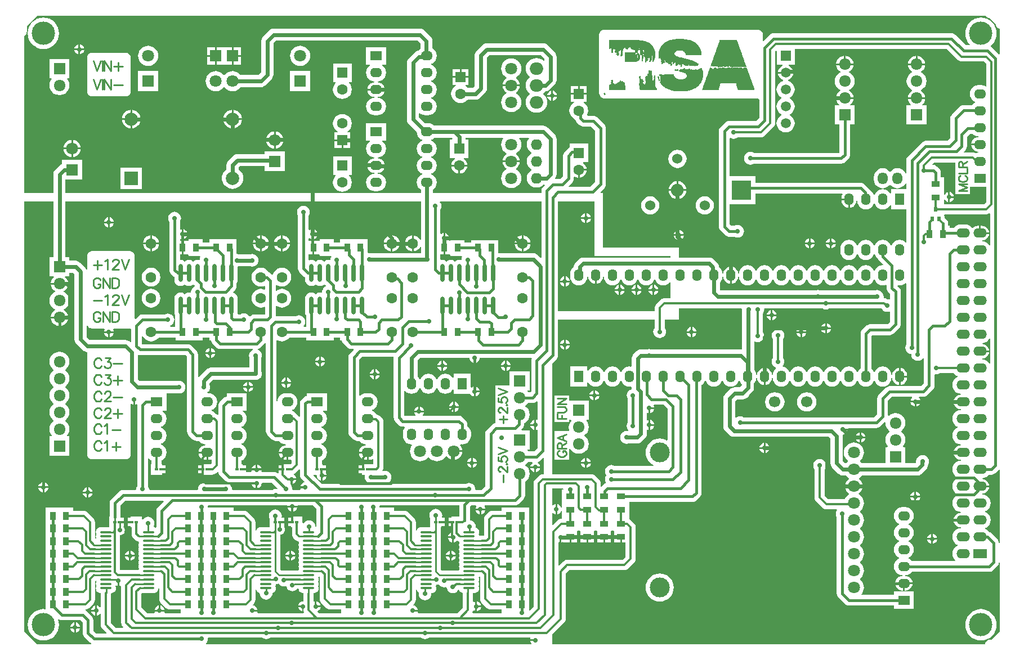
<source format=gtl>
G04*
G04 #@! TF.GenerationSoftware,Altium Limited,Altium Designer,19.0.15 (446)*
G04*
G04 Layer_Physical_Order=1*
G04 Layer_Color=255*
%FSLAX25Y25*%
%MOIN*%
G70*
G01*
G75*
%ADD10R,0.05118X0.03543*%
G04:AMPARAMS|DCode=11|XSize=17.72mil|YSize=29.53mil|CornerRadius=2.22mil|HoleSize=0mil|Usage=FLASHONLY|Rotation=0.000|XOffset=0mil|YOffset=0mil|HoleType=Round|Shape=RoundedRectangle|*
%AMROUNDEDRECTD11*
21,1,0.01772,0.02510,0,0,0.0*
21,1,0.01329,0.02953,0,0,0.0*
1,1,0.00443,0.00664,-0.01255*
1,1,0.00443,-0.00664,-0.01255*
1,1,0.00443,-0.00664,0.01255*
1,1,0.00443,0.00664,0.01255*
%
%ADD11ROUNDEDRECTD11*%
%ADD12R,0.03543X0.05118*%
%ADD13O,0.02756X0.10630*%
%ADD14O,0.07087X0.01181*%
%ADD15R,0.01968X0.01575*%
%ADD16C,0.01000*%
%ADD17C,0.01181*%
%ADD18C,0.01575*%
%ADD19C,0.02362*%
%ADD20C,0.00150*%
%ADD21C,0.01004*%
%ADD22C,0.06299*%
%ADD23C,0.07087*%
%ADD24O,0.07087X0.06693*%
%ADD25R,0.07087X0.06693*%
%ADD26C,0.06693*%
%ADD27C,0.11811*%
%ADD28R,0.05512X0.07087*%
%ADD29O,0.05512X0.07087*%
%ADD30O,0.05906X0.07087*%
%ADD31R,0.11811X0.11811*%
%ADD32C,0.07480*%
%ADD33C,0.06000*%
%ADD34R,0.06299X0.06299*%
%ADD35O,0.06693X0.06299*%
%ADD36O,0.07874X0.07480*%
%ADD37O,0.07087X0.05512*%
%ADD38R,0.07087X0.05512*%
%ADD39R,0.07087X0.07087*%
%ADD40R,0.07087X0.07087*%
%ADD41C,0.07874*%
%ADD42R,0.07874X0.07874*%
%ADD43C,0.05906*%
%ADD44R,0.05906X0.05906*%
%ADD45R,0.07087X0.05512*%
%ADD46O,0.07087X0.05512*%
%ADD47C,0.13780*%
%ADD48R,0.07874X0.05512*%
%ADD49O,0.07874X0.05512*%
%ADD50C,0.02756*%
G36*
X569866Y372572D02*
X570325Y371974D01*
X570923Y371516D01*
X571619Y371227D01*
X572172Y371154D01*
X575879Y367448D01*
X575951Y366895D01*
X576240Y366198D01*
X576699Y365600D01*
X577297Y365142D01*
X577993Y364853D01*
X578071Y364843D01*
Y349963D01*
X577571Y349756D01*
X573112Y354215D01*
X572830Y354432D01*
X572819Y355070D01*
X573503Y355631D01*
X574659Y357040D01*
X575518Y358647D01*
X576047Y360391D01*
X576226Y362205D01*
X576047Y364018D01*
X575518Y365762D01*
X574659Y367370D01*
X573503Y368778D01*
X572094Y369935D01*
X570487Y370794D01*
X568743Y371323D01*
X566929Y371501D01*
X565115Y371323D01*
X563371Y370794D01*
X561764Y369935D01*
X560355Y368778D01*
X559199Y367370D01*
X558340Y365762D01*
X557811Y364018D01*
X557632Y362205D01*
X557811Y360391D01*
X558340Y358647D01*
X559199Y357040D01*
X560344Y355645D01*
X560323Y355476D01*
X560205Y355145D01*
X558009D01*
X551853Y361301D01*
X551195Y361806D01*
X550769Y361983D01*
X550429Y362124D01*
X549607Y362232D01*
X444188D01*
X443366Y362124D01*
X442600Y361806D01*
X441942Y361301D01*
X438231Y357590D01*
X437769Y357782D01*
Y361417D01*
X437670Y362164D01*
X437382Y362861D01*
X436923Y363459D01*
X436325Y363917D01*
X435629Y364206D01*
X434882Y364304D01*
X343819D01*
X343072Y364206D01*
X342375Y363917D01*
X341777Y363459D01*
X341319Y362861D01*
X341030Y362164D01*
X340932Y361417D01*
Y326654D01*
X341030Y325906D01*
X341319Y325210D01*
X341777Y324612D01*
X342053Y324337D01*
X342053Y324337D01*
X342651Y323878D01*
X343347Y323589D01*
X344094Y323491D01*
X344095Y323491D01*
X434882D01*
X435142Y323525D01*
X435642Y323087D01*
Y311946D01*
X433960Y310263D01*
X417819D01*
X416997Y310155D01*
X416230Y309838D01*
X415573Y309333D01*
X412722Y306483D01*
X412218Y305825D01*
X411900Y305059D01*
X411792Y304237D01*
Y247697D01*
X411900Y246875D01*
X412218Y246109D01*
X412722Y245451D01*
X415478Y242695D01*
X416136Y242190D01*
X416902Y241873D01*
X417725Y241764D01*
X420915D01*
X421033Y241674D01*
X421943Y241297D01*
X422919Y241169D01*
X423895Y241297D01*
X424805Y241674D01*
X425586Y242274D01*
X426186Y243055D01*
X426563Y243965D01*
X426691Y244941D01*
X426563Y245918D01*
X426186Y246827D01*
X425586Y247609D01*
X424805Y248208D01*
X423895Y248585D01*
X422919Y248713D01*
X421943Y248585D01*
X421033Y248208D01*
X420915Y248118D01*
X419040D01*
X418146Y249013D01*
Y261043D01*
X433340D01*
Y267296D01*
X484816D01*
X484869Y267189D01*
X485014Y266796D01*
X484600Y265796D01*
X484451Y264665D01*
Y264378D01*
X488819D01*
Y263878D01*
X489319D01*
Y258788D01*
X489949Y258871D01*
X491003Y259308D01*
X491908Y260002D01*
X492602Y260907D01*
X493038Y261960D01*
X493170Y262959D01*
X493674D01*
X493832Y261754D01*
X494348Y260509D01*
X495169Y259440D01*
X496238Y258620D01*
X497483Y258104D01*
X498819Y257928D01*
X500155Y258104D01*
X501400Y258620D01*
X502469Y259440D01*
X503290Y260509D01*
X503548Y261134D01*
X504089D01*
X504348Y260509D01*
X505169Y259440D01*
X506238Y258620D01*
X507483Y258104D01*
X508819Y257928D01*
X510155Y258104D01*
X511400Y258620D01*
X512469Y259440D01*
X513201Y260394D01*
X513701Y260259D01*
Y257972D01*
X522808D01*
Y238653D01*
X522307Y238440D01*
X521400Y239136D01*
X520155Y239652D01*
X518819Y239828D01*
X517483Y239652D01*
X516238Y239136D01*
X515169Y238316D01*
X514348Y237246D01*
X514089Y236622D01*
X513548D01*
X513289Y237246D01*
X512469Y238316D01*
X511400Y239136D01*
X510155Y239652D01*
X508819Y239828D01*
X507483Y239652D01*
X506238Y239136D01*
X505169Y238316D01*
X504348Y237246D01*
X504089Y236622D01*
X503548D01*
X503290Y237246D01*
X502469Y238316D01*
X501400Y239136D01*
X500155Y239652D01*
X498819Y239828D01*
X497483Y239652D01*
X496238Y239136D01*
X495169Y238316D01*
X494348Y237246D01*
X494090Y236622D01*
X493548D01*
X493290Y237246D01*
X492469Y238316D01*
X491400Y239136D01*
X490155Y239652D01*
X488819Y239828D01*
X487483Y239652D01*
X486238Y239136D01*
X485169Y238316D01*
X484348Y237246D01*
X483833Y236001D01*
X483657Y234665D01*
Y233090D01*
X483833Y231754D01*
X484348Y230509D01*
X485169Y229440D01*
X486238Y228620D01*
X487483Y228104D01*
X488819Y227928D01*
X490155Y228104D01*
X491400Y228620D01*
X492469Y229440D01*
X493290Y230509D01*
X493548Y231134D01*
X494090D01*
X494348Y230509D01*
X495169Y229440D01*
X496238Y228620D01*
X497483Y228104D01*
X498819Y227928D01*
X500155Y228104D01*
X501400Y228620D01*
X502469Y229440D01*
X503290Y230509D01*
X503548Y231134D01*
X504089D01*
X504348Y230509D01*
X505169Y229440D01*
X505819Y228941D01*
X506068Y228341D01*
X506572Y227683D01*
X508998Y225258D01*
X508733Y224816D01*
X507483Y224652D01*
X506238Y224136D01*
X505169Y223316D01*
X504348Y222246D01*
X504089Y221622D01*
X503548D01*
X503290Y222246D01*
X502469Y223316D01*
X501400Y224136D01*
X500155Y224652D01*
X498819Y224828D01*
X497483Y224652D01*
X496238Y224136D01*
X495169Y223316D01*
X494348Y222246D01*
X494090Y221622D01*
X493548D01*
X493290Y222246D01*
X492469Y223316D01*
X491400Y224136D01*
X490155Y224652D01*
X488819Y224828D01*
X487483Y224652D01*
X486238Y224136D01*
X485169Y223316D01*
X484348Y222246D01*
X484090Y221622D01*
X483548D01*
X483289Y222246D01*
X482469Y223316D01*
X481400Y224136D01*
X480155Y224652D01*
X478819Y224828D01*
X477483Y224652D01*
X476238Y224136D01*
X475169Y223316D01*
X474348Y222246D01*
X474089Y221622D01*
X473548D01*
X473289Y222246D01*
X472469Y223316D01*
X471400Y224136D01*
X470155Y224652D01*
X468819Y224828D01*
X467483Y224652D01*
X466238Y224136D01*
X465169Y223316D01*
X464348Y222246D01*
X464089Y221622D01*
X463548D01*
X463289Y222246D01*
X462469Y223316D01*
X461400Y224136D01*
X460155Y224652D01*
X458819Y224828D01*
X457483Y224652D01*
X456238Y224136D01*
X455169Y223316D01*
X454348Y222246D01*
X454089Y221622D01*
X453548D01*
X453290Y222246D01*
X452469Y223316D01*
X451400Y224136D01*
X450155Y224652D01*
X448819Y224828D01*
X447483Y224652D01*
X446238Y224136D01*
X445169Y223316D01*
X444348Y222246D01*
X444090Y221622D01*
X443548D01*
X443290Y222246D01*
X442469Y223316D01*
X441400Y224136D01*
X440155Y224652D01*
X438819Y224828D01*
X437483Y224652D01*
X436238Y224136D01*
X435169Y223316D01*
X434348Y222246D01*
X434090Y221622D01*
X433548D01*
X433289Y222246D01*
X432469Y223316D01*
X431400Y224136D01*
X430155Y224652D01*
X428819Y224828D01*
X427483Y224652D01*
X426238Y224136D01*
X425169Y223316D01*
X424348Y222246D01*
X423833Y221001D01*
X423674Y219797D01*
X423170D01*
X423038Y220796D01*
X422602Y221849D01*
X421908Y222754D01*
X421003Y223448D01*
X419949Y223885D01*
X419319Y223968D01*
Y218878D01*
Y213788D01*
X419949Y213871D01*
X421003Y214308D01*
X421908Y215002D01*
X422602Y215907D01*
X423038Y216960D01*
X423170Y217959D01*
X423674D01*
X423833Y216754D01*
X424348Y215509D01*
X425169Y214440D01*
X426238Y213620D01*
X427483Y213104D01*
X428819Y212928D01*
X430155Y213104D01*
X431400Y213620D01*
X432469Y214440D01*
X433289Y215509D01*
X433548Y216134D01*
X434090D01*
X434348Y215509D01*
X435169Y214440D01*
X436238Y213620D01*
X437483Y213104D01*
X438819Y212928D01*
X440155Y213104D01*
X441400Y213620D01*
X442469Y214440D01*
X443290Y215509D01*
X443548Y216134D01*
X444090D01*
X444348Y215509D01*
X445169Y214440D01*
X446238Y213620D01*
X447483Y213104D01*
X448819Y212928D01*
X450155Y213104D01*
X451400Y213620D01*
X452469Y214440D01*
X453290Y215509D01*
X453548Y216134D01*
X454089D01*
X454348Y215509D01*
X455169Y214440D01*
X456238Y213620D01*
X457483Y213104D01*
X458819Y212928D01*
X460155Y213104D01*
X461400Y213620D01*
X462469Y214440D01*
X463289Y215509D01*
X463548Y216134D01*
X464089D01*
X464348Y215509D01*
X465169Y214440D01*
X466238Y213620D01*
X467483Y213104D01*
X468819Y212928D01*
X470155Y213104D01*
X471400Y213620D01*
X472469Y214440D01*
X473289Y215509D01*
X473548Y216134D01*
X474089D01*
X474348Y215509D01*
X475169Y214440D01*
X476238Y213620D01*
X477483Y213104D01*
X478819Y212928D01*
X480155Y213104D01*
X481400Y213620D01*
X482469Y214440D01*
X483289Y215509D01*
X483548Y216134D01*
X484090D01*
X484348Y215509D01*
X485169Y214440D01*
X486238Y213620D01*
X487483Y213104D01*
X488819Y212928D01*
X490155Y213104D01*
X491400Y213620D01*
X492469Y214440D01*
X493290Y215509D01*
X493548Y216134D01*
X494090D01*
X494348Y215509D01*
X495169Y214440D01*
X496238Y213620D01*
X497483Y213104D01*
X498819Y212928D01*
X500155Y213104D01*
X501400Y213620D01*
X502469Y214440D01*
X503290Y215509D01*
X503548Y216134D01*
X504089D01*
X504348Y215509D01*
X505169Y214440D01*
X506238Y213620D01*
X507483Y213104D01*
X508819Y212928D01*
X510155Y213104D01*
X510581Y213281D01*
X510996Y213003D01*
Y211438D01*
X511105Y210616D01*
X511422Y209850D01*
X511927Y209192D01*
X513141Y207978D01*
Y204789D01*
X512726Y204511D01*
X512395Y204648D01*
X511419Y204776D01*
X511356Y204768D01*
X511104Y204961D01*
X511104Y204961D01*
X511104Y204961D01*
X510696Y205130D01*
X510386Y205259D01*
X510386Y205259D01*
X510386Y205259D01*
X509979Y205312D01*
X509615Y205360D01*
X509615Y205361D01*
X509314Y205860D01*
X509383Y206378D01*
X509254Y207354D01*
X508877Y208264D01*
X508278Y209046D01*
X507497Y209645D01*
X506587Y210022D01*
X505610Y210151D01*
X504634Y210022D01*
X504464Y209952D01*
X471618D01*
X471449Y210022D01*
X470472Y210150D01*
X469496Y210022D01*
X469327Y209952D01*
X412583D01*
X412393Y210142D01*
Y214382D01*
X412469Y214440D01*
X413289Y215509D01*
X413805Y216754D01*
X413964Y217959D01*
X414468D01*
X414600Y216960D01*
X415036Y215907D01*
X415730Y215002D01*
X416635Y214308D01*
X417688Y213871D01*
X418319Y213788D01*
Y218878D01*
Y223968D01*
X417688Y223885D01*
X416635Y223448D01*
X415730Y222754D01*
X415036Y221849D01*
X414600Y220796D01*
X414468Y219797D01*
X413964D01*
X413805Y221001D01*
X413289Y222246D01*
X412469Y223316D01*
X411779Y223845D01*
X411668Y224686D01*
X411311Y225548D01*
X410743Y226288D01*
X408646Y228385D01*
X407906Y228953D01*
X407044Y229310D01*
X406119Y229432D01*
X388071D01*
Y235256D01*
X343071D01*
Y267756D01*
X341839D01*
X341647Y268218D01*
X343979Y270549D01*
X344483Y271207D01*
X344801Y271973D01*
X344909Y272795D01*
Y305906D01*
X344801Y306728D01*
X344483Y307494D01*
X343979Y308152D01*
X339628Y312502D01*
X338970Y313007D01*
X338204Y313324D01*
X337382Y313433D01*
X334106D01*
X333772Y313933D01*
X334189Y314939D01*
X334378Y316378D01*
X334189Y317817D01*
X333633Y319158D01*
X332750Y320309D01*
X331649Y321153D01*
X331658Y321493D01*
X331690Y321654D01*
X333543D01*
Y325878D01*
X328819D01*
X324095D01*
Y321654D01*
X325947D01*
X325979Y321493D01*
X325988Y321153D01*
X324888Y320309D01*
X324004Y319158D01*
X323449Y317817D01*
X323259Y316378D01*
X323449Y314939D01*
X324004Y313598D01*
X324888Y312447D01*
X326039Y311563D01*
X326623Y311322D01*
X326654Y311081D01*
X326972Y310315D01*
X327477Y309657D01*
X329124Y308010D01*
X329782Y307505D01*
X330548Y307187D01*
X331370Y307079D01*
X336066D01*
X338556Y304590D01*
Y274111D01*
X335731Y271287D01*
X322959D01*
X322767Y271749D01*
X324976Y273958D01*
X325481Y274616D01*
X325798Y275382D01*
X325907Y276204D01*
Y277092D01*
X326355Y277313D01*
X326436Y277251D01*
X327586Y276775D01*
X328319Y276679D01*
Y281378D01*
X328819D01*
Y281878D01*
X333518D01*
X333422Y282611D01*
X332946Y283760D01*
X332188Y284747D01*
X331382Y285366D01*
X331552Y285866D01*
X334331D01*
Y296890D01*
X323307D01*
Y294607D01*
X323192Y294560D01*
X322534Y294055D01*
X320484Y292004D01*
X319979Y291346D01*
X319661Y290580D01*
X319553Y289757D01*
Y277520D01*
X317838Y275805D01*
X314987D01*
X314790Y276305D01*
X315247Y276901D01*
X315604Y277763D01*
X315726Y278688D01*
Y299665D01*
X315726Y299665D01*
X315604Y300590D01*
X315247Y301452D01*
X314679Y302192D01*
X314679Y302192D01*
X310467Y306405D01*
X309726Y306973D01*
X308864Y307330D01*
X307940Y307452D01*
X243315D01*
X243256Y307528D01*
X242187Y308349D01*
X240942Y308864D01*
X239606Y309040D01*
X238032D01*
X237936Y309028D01*
X234282Y312681D01*
Y314673D01*
X234783Y314920D01*
X235450Y314407D01*
X236695Y313892D01*
X238032Y313716D01*
X239606D01*
X240942Y313892D01*
X242187Y314407D01*
X243256Y315228D01*
X244077Y316297D01*
X244593Y317542D01*
X244769Y318878D01*
X244593Y320214D01*
X244077Y321459D01*
X243256Y322528D01*
X242187Y323349D01*
X241563Y323607D01*
Y324149D01*
X242187Y324407D01*
X243256Y325228D01*
X244077Y326297D01*
X244593Y327542D01*
X244769Y328878D01*
X244593Y330214D01*
X244077Y331459D01*
X243256Y332528D01*
X242187Y333349D01*
X241563Y333607D01*
Y334149D01*
X242187Y334407D01*
X243256Y335228D01*
X244077Y336297D01*
X244593Y337542D01*
X244769Y338878D01*
X244593Y340214D01*
X244077Y341459D01*
X243256Y342528D01*
X242187Y343349D01*
X241563Y343607D01*
Y344148D01*
X242187Y344407D01*
X243256Y345228D01*
X244077Y346297D01*
X244593Y347542D01*
X244769Y348878D01*
X244593Y350214D01*
X244077Y351459D01*
X243256Y352528D01*
X242196Y353342D01*
Y357756D01*
X242074Y358681D01*
X241717Y359543D01*
X241149Y360283D01*
X237488Y363944D01*
X236748Y364512D01*
X235886Y364869D01*
X234961Y364991D01*
X148150D01*
X147225Y364869D01*
X146363Y364512D01*
X145623Y363944D01*
X141961Y360283D01*
X141393Y359543D01*
X141036Y358681D01*
X140914Y357756D01*
Y339185D01*
X139181Y337452D01*
X128525D01*
X128015Y338074D01*
X127116Y338812D01*
X126090Y339360D01*
X124977Y339698D01*
X123819Y339812D01*
X122661Y339698D01*
X121548Y339360D01*
X120522Y338812D01*
X119623Y338074D01*
X119141Y337487D01*
X118497D01*
X118015Y338074D01*
X117116Y338812D01*
X116090Y339360D01*
X114977Y339698D01*
X113819Y339812D01*
X112661Y339698D01*
X111548Y339360D01*
X110522Y338812D01*
X109623Y338074D01*
X108885Y337175D01*
X108336Y336149D01*
X107999Y335036D01*
X107885Y333878D01*
X107999Y332720D01*
X108336Y331607D01*
X108885Y330581D01*
X109623Y329682D01*
X110522Y328944D01*
X111548Y328396D01*
X112661Y328058D01*
X113819Y327944D01*
X114977Y328058D01*
X116090Y328396D01*
X117116Y328944D01*
X118015Y329682D01*
X118497Y330269D01*
X119141D01*
X119623Y329682D01*
X120522Y328944D01*
X121548Y328396D01*
X122661Y328058D01*
X123819Y327944D01*
X124977Y328058D01*
X126090Y328396D01*
X127116Y328944D01*
X128015Y329682D01*
X128525Y330304D01*
X140662D01*
X141586Y330426D01*
X142448Y330783D01*
X143189Y331351D01*
X147015Y335178D01*
X147583Y335918D01*
X147940Y336780D01*
X148062Y337705D01*
Y356276D01*
X149630Y357843D01*
X233480D01*
X235048Y356276D01*
Y353040D01*
X234381Y352528D01*
X233944Y351958D01*
X233327Y351877D01*
X233327Y351877D01*
X233327Y351877D01*
X232465Y351520D01*
X232465Y351520D01*
X232465Y351520D01*
X232005Y351167D01*
X231725Y350952D01*
X228182Y347409D01*
X228182Y347409D01*
X228182Y347409D01*
X227847Y346973D01*
X227614Y346669D01*
X227614Y346669D01*
X227614Y346669D01*
X227437Y346243D01*
X227257Y345807D01*
X227257Y345807D01*
X227257Y345807D01*
X227210Y345453D01*
X227135Y344882D01*
X227135Y344882D01*
X227135Y344882D01*
Y311201D01*
X227257Y310276D01*
X227614Y309414D01*
X228182Y308674D01*
X232882Y303973D01*
X232869Y303878D01*
X233045Y302542D01*
X233561Y301297D01*
X234381Y300228D01*
X235450Y299407D01*
X236075Y299149D01*
Y298607D01*
X235450Y298349D01*
X234381Y297528D01*
X233561Y296459D01*
X233045Y295214D01*
X232869Y293878D01*
X233045Y292542D01*
X233561Y291297D01*
X234381Y290228D01*
X235450Y289407D01*
X236075Y289148D01*
Y288607D01*
X235450Y288349D01*
X234381Y287528D01*
X233561Y286459D01*
X233045Y285214D01*
X232869Y283878D01*
X233045Y282542D01*
X233561Y281297D01*
X234381Y280228D01*
X235450Y279407D01*
X236075Y279149D01*
Y278607D01*
X235450Y278349D01*
X234381Y277528D01*
X233561Y276459D01*
X233045Y275214D01*
X232869Y273878D01*
X233045Y272542D01*
X233561Y271297D01*
X234381Y270228D01*
X235327Y269502D01*
Y267756D01*
X24893D01*
Y275472D01*
X34724D01*
Y287283D01*
X22913D01*
Y284750D01*
X22243Y284473D01*
X21503Y283905D01*
X18792Y281193D01*
X18224Y280453D01*
X17867Y279591D01*
X17745Y278666D01*
Y267756D01*
X571D01*
Y360742D01*
X613Y360760D01*
X1211Y361219D01*
X1669Y361816D01*
X1958Y362513D01*
X2056Y363260D01*
Y366741D01*
X8071Y372756D01*
X569790D01*
X569866Y372572D01*
D02*
G37*
G36*
X553406Y346319D02*
X553406Y346319D01*
X554023Y345846D01*
X554741Y345549D01*
X555512Y345447D01*
X555512Y345447D01*
X568903D01*
X570250Y344100D01*
Y330982D01*
X569802Y330761D01*
X569687Y330849D01*
X568442Y331364D01*
X567106Y331540D01*
X565531D01*
X564195Y331364D01*
X562950Y330849D01*
X561881Y330028D01*
X561061Y328959D01*
X560545Y327714D01*
X560369Y326378D01*
X560545Y325042D01*
X561061Y323797D01*
X561881Y322728D01*
X562950Y321907D01*
X563575Y321649D01*
Y321107D01*
X562950Y320849D01*
X561881Y320028D01*
X561639Y319712D01*
X556693D01*
X555871Y319604D01*
X555104Y319287D01*
X554447Y318782D01*
X549722Y314057D01*
X549217Y313400D01*
X548900Y312633D01*
X548792Y311811D01*
Y300135D01*
X547109Y298452D01*
X534252D01*
X533430Y298344D01*
X532664Y298027D01*
X532006Y297522D01*
X523738Y289254D01*
X523233Y288596D01*
X522916Y287830D01*
X522808Y287008D01*
Y279517D01*
X522307Y279417D01*
X522212Y279649D01*
X521359Y280759D01*
X520249Y281611D01*
X518956Y282147D01*
X517569Y282329D01*
X516181Y282147D01*
X514888Y281611D01*
X513778Y280759D01*
X513444Y280323D01*
X512944D01*
X512609Y280759D01*
X511499Y281611D01*
X510206Y282147D01*
X508819Y282329D01*
X507431Y282147D01*
X506139Y281611D01*
X505028Y280759D01*
X504176Y279649D01*
X503641Y278356D01*
X503458Y276969D01*
Y275787D01*
X503641Y274400D01*
X504176Y273107D01*
X505028Y271997D01*
X506139Y271145D01*
X507431Y270609D01*
X508819Y270427D01*
X510206Y270609D01*
X511499Y271145D01*
X512609Y271997D01*
X512944Y272432D01*
X513444D01*
X513778Y271997D01*
X514888Y271145D01*
X516181Y270609D01*
X517569Y270427D01*
X518956Y270609D01*
X520249Y271145D01*
X521359Y271997D01*
X522212Y273107D01*
X522307Y273339D01*
X522808Y273239D01*
Y269783D01*
X513701D01*
Y267496D01*
X513201Y267362D01*
X512469Y268316D01*
X511400Y269136D01*
X510155Y269652D01*
X508819Y269828D01*
X507483Y269652D01*
X506238Y269136D01*
X505169Y268316D01*
X504348Y267246D01*
X504089Y266622D01*
X503548D01*
X503290Y267246D01*
X502469Y268316D01*
X501400Y269136D01*
X501225Y269209D01*
X501093Y269525D01*
X501093Y269525D01*
X501093Y269526D01*
X500822Y269880D01*
X500589Y270183D01*
X498054Y272719D01*
X498053Y272719D01*
X498053Y272719D01*
X497750Y272952D01*
X497396Y273224D01*
X497396Y273224D01*
X497396Y273224D01*
X497072Y273358D01*
X496629Y273541D01*
X496629Y273541D01*
X496629Y273541D01*
X496257Y273590D01*
X495807Y273649D01*
X495807Y273649D01*
X495807Y273649D01*
X433340D01*
Y277579D01*
X418146D01*
Y300060D01*
X418165Y300069D01*
X418646Y300251D01*
X419494Y299899D01*
X420471Y299771D01*
X421447Y299899D01*
X422357Y300276D01*
X422733Y300565D01*
X436708D01*
X437479Y300667D01*
X438197Y300964D01*
X438814Y301437D01*
X444232Y306855D01*
X444705Y307472D01*
X445003Y308190D01*
X445104Y308961D01*
Y351494D01*
X445542Y351932D01*
X446004Y351741D01*
Y343563D01*
X449492D01*
X449591Y343063D01*
X449036Y342833D01*
X448090Y342107D01*
X447364Y341161D01*
X446908Y340060D01*
X446818Y339378D01*
X451319D01*
X455820D01*
X455730Y340060D01*
X455274Y341161D01*
X454548Y342107D01*
X453602Y342833D01*
X453046Y343063D01*
X453146Y343563D01*
X456634D01*
Y353000D01*
X546725D01*
X553406Y346319D01*
D02*
G37*
G36*
X561881Y302728D02*
X562950Y301907D01*
X564195Y301392D01*
X565400Y301233D01*
Y300729D01*
X564401Y300597D01*
X563347Y300161D01*
X562443Y299467D01*
X561749Y298562D01*
X561312Y297508D01*
X561229Y296878D01*
X566319D01*
Y295878D01*
X561229D01*
X561312Y295247D01*
X561749Y294194D01*
X562443Y293289D01*
X563347Y292595D01*
X564401Y292159D01*
X565400Y292027D01*
Y291523D01*
X564195Y291364D01*
X563670Y291147D01*
X563622Y291184D01*
X562903Y291482D01*
X562133Y291583D01*
X556985D01*
X556794Y292045D01*
X557758Y293010D01*
X558263Y293668D01*
X558580Y294434D01*
X558689Y295256D01*
Y301046D01*
X560371Y302729D01*
X561880D01*
X561881Y302728D01*
D02*
G37*
G36*
X299343Y299856D02*
X298808Y299158D01*
X298252Y297817D01*
X298063Y296378D01*
X298252Y294939D01*
X298808Y293598D01*
X299691Y292447D01*
X300698Y291674D01*
X300739Y291539D01*
Y291217D01*
X300698Y291082D01*
X299691Y290309D01*
X298808Y289158D01*
X298252Y287817D01*
X298063Y286378D01*
X298252Y284939D01*
X298808Y283598D01*
X299691Y282447D01*
X300698Y281674D01*
X300739Y281539D01*
Y281217D01*
X300698Y281082D01*
X299691Y280309D01*
X298808Y279158D01*
X298252Y277817D01*
X298063Y276378D01*
X298252Y274939D01*
X298808Y273598D01*
X299691Y272447D01*
X300842Y271563D01*
X302183Y271008D01*
X303622Y270819D01*
X304016D01*
X305455Y271008D01*
X306795Y271563D01*
X307947Y272447D01*
X308180Y272751D01*
X308558Y272728D01*
X308749Y272257D01*
X307596Y271105D01*
X307596Y271105D01*
X307596Y271105D01*
X307342Y270773D01*
X307091Y270447D01*
X307091Y270447D01*
X307091Y270447D01*
X306947Y270097D01*
X306774Y269681D01*
X306774Y269681D01*
X306774Y269681D01*
X306723Y269291D01*
X306666Y268858D01*
X306666Y268858D01*
X306666Y268858D01*
Y267756D01*
X242475D01*
Y269628D01*
X243256Y270228D01*
X244077Y271297D01*
X244593Y272542D01*
X244769Y273878D01*
X244593Y275214D01*
X244077Y276459D01*
X243256Y277528D01*
X242187Y278349D01*
X241563Y278607D01*
Y279149D01*
X242187Y279407D01*
X243256Y280228D01*
X244077Y281297D01*
X244593Y282542D01*
X244769Y283878D01*
X244593Y285214D01*
X244077Y286459D01*
X243256Y287528D01*
X242187Y288349D01*
X241563Y288607D01*
Y289148D01*
X242187Y289407D01*
X243256Y290228D01*
X244077Y291297D01*
X244593Y292542D01*
X244769Y293878D01*
X244593Y295214D01*
X244077Y296459D01*
X243256Y297528D01*
X242187Y298349D01*
X241563Y298607D01*
Y299149D01*
X242187Y299407D01*
X243256Y300228D01*
X243315Y300304D01*
X253630D01*
X254084Y299850D01*
X253876Y299350D01*
X252559D01*
Y288327D01*
X255338D01*
X255508Y287827D01*
X254701Y287208D01*
X253944Y286221D01*
X253468Y285072D01*
X253372Y284338D01*
X258071D01*
X262770D01*
X262674Y285072D01*
X262198Y286221D01*
X261440Y287208D01*
X260634Y287827D01*
X260804Y288327D01*
X263583D01*
Y299350D01*
X261645D01*
Y300304D01*
X283817D01*
X284030Y299852D01*
X283885Y299675D01*
X283336Y298649D01*
X282999Y297536D01*
X282885Y296378D01*
X282999Y295220D01*
X283336Y294107D01*
X283885Y293081D01*
X284623Y292182D01*
X285522Y291444D01*
X285917Y291233D01*
X285966Y290640D01*
X285169Y290028D01*
X284348Y288959D01*
X283833Y287714D01*
X283722Y286878D01*
X288819D01*
X293915D01*
X293805Y287714D01*
X293289Y288959D01*
X292469Y290028D01*
X291672Y290640D01*
X291721Y291233D01*
X292116Y291444D01*
X293015Y292182D01*
X293753Y293081D01*
X294301Y294107D01*
X294639Y295220D01*
X294753Y296378D01*
X294639Y297536D01*
X294301Y298649D01*
X293753Y299675D01*
X293607Y299852D01*
X293821Y300304D01*
X299122D01*
X299343Y299856D01*
D02*
G37*
G36*
X551915Y267091D02*
X560606D01*
Y271260D01*
X570250D01*
Y262257D01*
X569022Y261029D01*
X544981D01*
Y263693D01*
X545481Y263792D01*
X545492Y263767D01*
X545965Y263150D01*
X546582Y262677D01*
X547300Y262379D01*
X547571Y262344D01*
Y265256D01*
Y268168D01*
X547300Y268133D01*
X546582Y267835D01*
X545965Y267362D01*
X545492Y266745D01*
X545481Y266720D01*
X544981Y266819D01*
Y268809D01*
Y277077D01*
X543237D01*
Y279724D01*
X543128Y280546D01*
X542811Y281312D01*
X542306Y281970D01*
X540927Y283349D01*
X540269Y283854D01*
X539503Y284171D01*
X538681Y284279D01*
X538396D01*
X538205Y284741D01*
X539090Y285627D01*
X551915D01*
Y267091D01*
D02*
G37*
G36*
X235327Y239925D02*
X234827Y239826D01*
X234698Y240139D01*
X233940Y241125D01*
X232954Y241883D01*
X231804Y242359D01*
X231071Y242455D01*
Y237756D01*
Y233057D01*
X231804Y233153D01*
X232954Y233629D01*
X233940Y234386D01*
X234698Y235373D01*
X234827Y235686D01*
X235327Y235587D01*
Y231903D01*
X205870D01*
X205701Y231973D01*
X204725Y232102D01*
X204248Y232039D01*
X203748Y232477D01*
Y234193D01*
X203695Y234592D01*
X203642Y234998D01*
Y240177D01*
X187500D01*
Y238433D01*
X183642D01*
Y240177D01*
X175374D01*
Y239647D01*
X174980Y239390D01*
X172134D01*
Y235256D01*
Y231122D01*
X174980D01*
X175374Y230866D01*
Y230335D01*
X182119D01*
X182340Y229886D01*
X182304Y229839D01*
X181927Y228929D01*
X181839Y228257D01*
X181605Y227920D01*
X181305Y227869D01*
X180571Y227965D01*
X179595Y227837D01*
X178685Y227460D01*
X178071Y226989D01*
X177457Y227460D01*
X176547Y227837D01*
X175571Y227965D01*
X174594Y227837D01*
X173685Y227460D01*
X173071Y226989D01*
X172457Y227460D01*
X171547Y227837D01*
X170571Y227965D01*
X169595Y227837D01*
X169341Y227732D01*
X168925Y228009D01*
Y231122D01*
X171134D01*
Y235256D01*
Y239390D01*
X168925D01*
Y240747D01*
X169425Y240993D01*
X169771Y240728D01*
X170489Y240430D01*
X170760Y240395D01*
Y243307D01*
Y246219D01*
X170489Y246184D01*
X169771Y245886D01*
X169425Y245621D01*
X168925Y245867D01*
Y254295D01*
X169015Y254413D01*
X169392Y255323D01*
X169520Y256299D01*
X169392Y257276D01*
X169015Y258186D01*
X168416Y258967D01*
X167634Y259566D01*
X166724Y259943D01*
X165748Y260072D01*
X164772Y259943D01*
X163862Y259566D01*
X163081Y258967D01*
X162481Y258186D01*
X162104Y257276D01*
X161976Y256299D01*
X162104Y255323D01*
X162481Y254413D01*
X162571Y254295D01*
Y222854D01*
X162680Y222032D01*
X162997Y221266D01*
X163502Y220608D01*
X166100Y218010D01*
X166758Y217505D01*
X166798Y217488D01*
Y216319D01*
X166927Y215342D01*
X167304Y214433D01*
X167903Y213651D01*
X168685Y213052D01*
X169595Y212675D01*
X170571Y212546D01*
X171547Y212675D01*
X172457Y213052D01*
X173071Y213523D01*
X173685Y213052D01*
X174594Y212675D01*
X175571Y212546D01*
X176547Y212675D01*
X177457Y213052D01*
X178071Y213523D01*
X178685Y213052D01*
X179040Y212905D01*
X179155Y212790D01*
X179057Y212299D01*
X178685Y212145D01*
X177903Y211545D01*
X177304Y210764D01*
X176927Y209854D01*
X176812Y208977D01*
X176719Y208826D01*
X176334Y208574D01*
X175571Y208674D01*
X174594Y208545D01*
X173685Y208169D01*
X173071Y207698D01*
X172457Y208169D01*
X171547Y208545D01*
X170571Y208674D01*
X169595Y208545D01*
X168685Y208169D01*
X167903Y207569D01*
X167304Y206788D01*
X166927Y205878D01*
X166798Y204902D01*
Y197028D01*
X166927Y196051D01*
X167304Y195141D01*
X167394Y195024D01*
Y188433D01*
X166185D01*
X165939Y188933D01*
X166338Y189452D01*
X166715Y190362D01*
X166843Y191339D01*
X166715Y192315D01*
X166338Y193225D01*
X165738Y194006D01*
X164957Y194606D01*
X164047Y194982D01*
X163071Y195111D01*
X162094Y194982D01*
X161185Y194606D01*
X161110Y194549D01*
X149361D01*
Y200590D01*
X149809Y200811D01*
X150291Y200441D01*
X151632Y199886D01*
X153071Y199697D01*
X154510Y199886D01*
X155851Y200441D01*
X157002Y201325D01*
X157885Y202476D01*
X158441Y203817D01*
X158630Y205256D01*
X158441Y206695D01*
X157885Y208036D01*
X157002Y209187D01*
X155851Y210070D01*
X154510Y210626D01*
X153071Y210815D01*
X151632Y210626D01*
X150291Y210070D01*
X149809Y209701D01*
X149361Y209922D01*
Y213090D01*
X149809Y213311D01*
X150291Y212941D01*
X151632Y212386D01*
X153071Y212196D01*
X154510Y212386D01*
X155851Y212941D01*
X157002Y213825D01*
X157885Y214976D01*
X158441Y216317D01*
X158630Y217756D01*
X158441Y219195D01*
X157885Y220536D01*
X157002Y221687D01*
X155851Y222570D01*
X154510Y223126D01*
X153071Y223315D01*
X151632Y223126D01*
X150291Y222570D01*
X149140Y221687D01*
X148256Y220536D01*
X147769Y219360D01*
X147239Y219183D01*
X146420Y220002D01*
X145762Y220507D01*
X145242Y220722D01*
X144502Y221687D01*
X143351Y222570D01*
X142010Y223126D01*
X140571Y223315D01*
X139132Y223126D01*
X137791Y222570D01*
X136640Y221687D01*
X135756Y220536D01*
X135201Y219195D01*
X135011Y217756D01*
X135201Y216317D01*
X135756Y214976D01*
X136640Y213825D01*
X137791Y212941D01*
X139132Y212386D01*
X140571Y212196D01*
X142010Y212386D01*
X142592Y212627D01*
X143007Y212349D01*
Y210663D01*
X142592Y210385D01*
X142010Y210626D01*
X140571Y210815D01*
X139132Y210626D01*
X137791Y210070D01*
X136640Y209187D01*
X135756Y208036D01*
X135201Y206695D01*
X135011Y205256D01*
X135201Y203817D01*
X135756Y202476D01*
X136640Y201325D01*
X137791Y200441D01*
X139132Y199886D01*
X140571Y199697D01*
X142010Y199886D01*
X142592Y200127D01*
X143007Y199849D01*
Y195618D01*
X136555D01*
X135733Y195509D01*
X134967Y195192D01*
X134309Y194687D01*
X134255Y194634D01*
X133613Y194699D01*
X133238Y195187D01*
X132457Y195787D01*
X131547Y196164D01*
X130571Y196292D01*
X129595Y196164D01*
X128685Y195787D01*
X128567Y195696D01*
X127043D01*
X126734Y196196D01*
X126843Y197028D01*
Y204902D01*
X126715Y205878D01*
X126338Y206788D01*
X125738Y207569D01*
X124957Y208169D01*
X124279Y208449D01*
X124130Y209007D01*
X125317Y210195D01*
X125822Y210853D01*
X126139Y211619D01*
X126248Y212441D01*
Y214315D01*
X126338Y214433D01*
X126715Y215342D01*
X126843Y216319D01*
Y224047D01*
X127335Y224112D01*
X127504Y224182D01*
X134307D01*
X134476Y224112D01*
X135453Y223984D01*
X136429Y224112D01*
X137339Y224489D01*
X138120Y225088D01*
X138720Y225870D01*
X139097Y226780D01*
X139225Y227756D01*
X139097Y228732D01*
X138720Y229642D01*
X138120Y230423D01*
X137339Y231023D01*
X136429Y231400D01*
X135453Y231528D01*
X134476Y231400D01*
X134307Y231330D01*
X127504D01*
X127335Y231400D01*
X126358Y231528D01*
X126248Y231625D01*
Y234193D01*
X126195Y234592D01*
X126142Y234998D01*
Y240177D01*
X110000D01*
Y238433D01*
X106142D01*
Y240177D01*
X97874D01*
Y239647D01*
X97480Y239390D01*
X94634D01*
Y235256D01*
Y231122D01*
X97480D01*
X97874Y230866D01*
Y230335D01*
X104619D01*
X104840Y229886D01*
X104804Y229839D01*
X104427Y228929D01*
X104339Y228257D01*
X104105Y227920D01*
X103805Y227869D01*
X103071Y227965D01*
X102094Y227837D01*
X101185Y227460D01*
X100571Y226989D01*
X99957Y227460D01*
X99047Y227837D01*
X98071Y227965D01*
X97095Y227837D01*
X96185Y227460D01*
X95571Y226989D01*
X94957Y227460D01*
X94047Y227837D01*
X93071Y227965D01*
X92704Y228287D01*
Y231122D01*
X93634D01*
Y235256D01*
Y239390D01*
X92704D01*
Y240253D01*
X93120Y240531D01*
X93363Y240430D01*
X93634Y240395D01*
Y243307D01*
Y246219D01*
X93363Y246184D01*
X93120Y246083D01*
X92704Y246361D01*
Y250752D01*
X92795Y250870D01*
X93171Y251780D01*
X93300Y252756D01*
X93171Y253732D01*
X92795Y254642D01*
X92195Y255423D01*
X91414Y256023D01*
X90504Y256400D01*
X89527Y256528D01*
X88551Y256400D01*
X87641Y256023D01*
X86860Y255423D01*
X86260Y254642D01*
X85884Y253732D01*
X85755Y252756D01*
X85884Y251780D01*
X86260Y250870D01*
X86351Y250752D01*
Y222067D01*
X86459Y221245D01*
X86776Y220479D01*
X87281Y219821D01*
X89092Y218010D01*
X89298Y217851D01*
Y216319D01*
X89427Y215342D01*
X89804Y214433D01*
X90403Y213651D01*
X91185Y213052D01*
X92094Y212675D01*
X93071Y212546D01*
X94047Y212675D01*
X94957Y213052D01*
X95571Y213523D01*
X96185Y213052D01*
X97095Y212675D01*
X98071Y212546D01*
X99047Y212675D01*
X99957Y213052D01*
X100571Y213523D01*
X101185Y213052D01*
X101579Y212889D01*
Y212347D01*
X101090Y212145D01*
X100309Y211545D01*
X99709Y210764D01*
X99332Y209854D01*
X99221Y209007D01*
X99162Y208852D01*
X98738Y208586D01*
X98071Y208674D01*
X97095Y208545D01*
X96185Y208169D01*
X95571Y207698D01*
X94957Y208169D01*
X94047Y208545D01*
X93071Y208674D01*
X92094Y208545D01*
X91185Y208169D01*
X90403Y207569D01*
X89804Y206788D01*
X89427Y205878D01*
X89298Y204902D01*
Y197028D01*
X89427Y196051D01*
X89804Y195141D01*
X89894Y195024D01*
Y188433D01*
X86974D01*
X86875Y188933D01*
X87457Y189174D01*
X88238Y189773D01*
X88838Y190555D01*
X89215Y191464D01*
X89343Y192441D01*
X89215Y193417D01*
X88838Y194327D01*
X88238Y195108D01*
X87457Y195708D01*
X86547Y196085D01*
X85571Y196213D01*
X84595Y196085D01*
X83685Y195708D01*
X83670Y195696D01*
X70453D01*
X69630Y195588D01*
X68864Y195271D01*
X68206Y194766D01*
X66420Y192979D01*
X65958Y193171D01*
Y230256D01*
X65859Y231003D01*
X65571Y231699D01*
X65112Y232297D01*
X64514Y232756D01*
X63818Y233044D01*
X63071Y233143D01*
X40571D01*
X39824Y233044D01*
X39127Y232756D01*
X38530Y232297D01*
X38071Y231699D01*
X37782Y231003D01*
X37684Y230256D01*
Y222334D01*
X37184Y222234D01*
X36953Y222791D01*
X36385Y223531D01*
X33511Y226405D01*
X32771Y226973D01*
X31909Y227330D01*
X30984Y227452D01*
X27224D01*
Y229587D01*
X24893D01*
Y262756D01*
X235327D01*
Y239925D01*
D02*
G37*
G36*
X572414Y255355D02*
Y236590D01*
X571914Y236533D01*
X571150Y237528D01*
X570081Y238349D01*
X568836Y238864D01*
X567632Y239023D01*
Y239527D01*
X568631Y239659D01*
X569684Y240095D01*
X570589Y240789D01*
X571283Y241694D01*
X571719Y242747D01*
X571802Y243378D01*
X566319D01*
Y243878D01*
X565819D01*
Y248246D01*
X565138D01*
X564007Y248097D01*
X562954Y247661D01*
X562049Y246967D01*
X561581Y246967D01*
X561150Y247528D01*
X560081Y248349D01*
X558836Y248864D01*
X557500Y249040D01*
X555138D01*
X553802Y248864D01*
X552557Y248349D01*
X551487Y247528D01*
X551124Y247055D01*
X548464D01*
Y248228D01*
X547507D01*
Y249646D01*
X547399Y250468D01*
X547082Y251234D01*
X546577Y251892D01*
X545919Y252397D01*
X545701Y252487D01*
X545298Y252890D01*
Y253597D01*
X545209Y254272D01*
X545084Y254573D01*
X545418Y255073D01*
X570256D01*
X571027Y255174D01*
X571745Y255472D01*
X571914Y255602D01*
X572414Y255355D01*
D02*
G37*
G36*
X249634Y231122D02*
X252480D01*
X252874Y230866D01*
Y230335D01*
X259619D01*
X259840Y229886D01*
X259804Y229839D01*
X259427Y228929D01*
X259338Y228257D01*
X259105Y227920D01*
X258805Y227869D01*
X258071Y227965D01*
X257095Y227837D01*
X256185Y227460D01*
X255571Y226989D01*
X254957Y227460D01*
X254047Y227837D01*
X253071Y227965D01*
X252095Y227837D01*
X251185Y227460D01*
X250571Y226989D01*
X249957Y227460D01*
X249047Y227837D01*
X248071Y227965D01*
X247378Y227874D01*
X246878Y228245D01*
Y231122D01*
X248634D01*
Y235256D01*
X249634D01*
Y231122D01*
D02*
G37*
G36*
X338071Y230256D02*
X383071D01*
Y229432D01*
X331370D01*
X331370Y229432D01*
X330445Y229310D01*
X329583Y228953D01*
X328843Y228385D01*
X326894Y226437D01*
X326326Y225697D01*
X325969Y224835D01*
X325848Y223910D01*
Y223837D01*
X325169Y223316D01*
X324348Y222246D01*
X323833Y221001D01*
X323657Y219665D01*
Y218091D01*
X323833Y216754D01*
X324348Y215509D01*
X325169Y214440D01*
X326238Y213620D01*
X327483Y213104D01*
X328819Y212928D01*
X330155Y213104D01*
X331400Y213620D01*
X332469Y214440D01*
X333290Y215509D01*
X333805Y216754D01*
X333964Y217959D01*
X334468D01*
X334600Y216960D01*
X335036Y215907D01*
X335730Y215002D01*
X336635Y214308D01*
X337688Y213871D01*
X338319Y213788D01*
Y218878D01*
X339319D01*
Y213788D01*
X339949Y213871D01*
X341003Y214308D01*
X341908Y215002D01*
X342602Y215907D01*
X343038Y216960D01*
X343170Y217959D01*
X343674D01*
X343832Y216754D01*
X344348Y215509D01*
X345169Y214440D01*
X346238Y213620D01*
X347483Y213104D01*
X348819Y212928D01*
X350155Y213104D01*
X351400Y213620D01*
X352469Y214440D01*
X353290Y215509D01*
X353548Y216134D01*
X354089D01*
X354348Y215509D01*
X355169Y214440D01*
X356238Y213620D01*
X357483Y213104D01*
X358819Y212928D01*
X360155Y213104D01*
X361400Y213620D01*
X362469Y214440D01*
X363289Y215509D01*
X363548Y216134D01*
X364089D01*
X364348Y215509D01*
X365169Y214440D01*
X366238Y213620D01*
X367483Y213104D01*
X368819Y212928D01*
X370155Y213104D01*
X371400Y213620D01*
X372469Y214440D01*
X373289Y215509D01*
X373548Y216134D01*
X374090D01*
X374348Y215509D01*
X375169Y214440D01*
X376238Y213620D01*
X377483Y213104D01*
X378819Y212928D01*
X380155Y213104D01*
X381400Y213620D01*
X382469Y214440D01*
X382597Y214607D01*
X383071Y214447D01*
Y205360D01*
X379626D01*
X378855Y205259D01*
X378855Y205259D01*
X378855Y205259D01*
X378405Y205072D01*
X378137Y204961D01*
X378137Y204961D01*
X378137Y204961D01*
X377520Y204488D01*
X377520Y204488D01*
X377520Y204488D01*
X374626Y201594D01*
X374626Y201594D01*
X374352Y201237D01*
X374153Y200977D01*
X374153Y200977D01*
X374153Y200977D01*
X373996Y200599D01*
X373855Y200259D01*
X373855Y200259D01*
X373855Y200259D01*
X373799Y199827D01*
X373754Y199488D01*
X373754Y199488D01*
X373754Y199488D01*
Y197756D01*
X316622D01*
Y262756D01*
X338071D01*
Y230256D01*
D02*
G37*
G36*
X306666Y229337D02*
X306204Y229145D01*
X304493Y230856D01*
X303752Y231424D01*
X302890Y231781D01*
X301965Y231903D01*
X282642D01*
X282472Y231973D01*
X281496Y232102D01*
X281142Y232413D01*
Y240177D01*
X265000D01*
Y238433D01*
X261142D01*
Y240177D01*
X252874D01*
Y239647D01*
X252480Y239390D01*
X252227D01*
X251893Y239890D01*
X252011Y240174D01*
X252046Y240445D01*
X249134D01*
Y240945D01*
X248634D01*
Y243857D01*
X248363Y243822D01*
X247645Y243524D01*
X247378Y243319D01*
X246878Y243566D01*
Y257839D01*
X246968Y257956D01*
X247345Y258866D01*
X247473Y259842D01*
X247345Y260819D01*
X246968Y261729D01*
X246563Y262256D01*
X246810Y262756D01*
X306666D01*
Y229337D01*
D02*
G37*
G36*
X522808Y214102D02*
Y177988D01*
X522717Y177871D01*
X522340Y176961D01*
X522212Y175984D01*
X522340Y175008D01*
X522717Y174098D01*
X523317Y173317D01*
X524098Y172717D01*
X525008Y172340D01*
X525798Y172236D01*
X525755Y171912D01*
X525884Y170936D01*
X526261Y170026D01*
X526860Y169245D01*
X527641Y168645D01*
X528551Y168268D01*
X529528Y168140D01*
X530504Y168268D01*
X531414Y168645D01*
X532195Y169245D01*
X532583Y169751D01*
X533083Y169581D01*
Y154859D01*
X531401Y153177D01*
X512913D01*
X512091Y153068D01*
X511325Y152751D01*
X510667Y152246D01*
X506533Y148112D01*
X506028Y147455D01*
X505711Y146688D01*
X505603Y145866D01*
Y136532D01*
X503783Y134712D01*
X426413D01*
X426296Y134802D01*
X425386Y135179D01*
X424409Y135308D01*
X423433Y135179D01*
X422523Y134802D01*
X422064Y134450D01*
X421564Y134697D01*
Y144384D01*
X422554Y145373D01*
X425849D01*
X426774Y145495D01*
X427636Y145852D01*
X428376Y146420D01*
X429299Y147343D01*
X429867Y148083D01*
X429893Y148145D01*
X431582Y149835D01*
X431582Y149835D01*
X431582Y149835D01*
X431774Y150085D01*
X432150Y150575D01*
X432150Y150575D01*
X432150Y150575D01*
X432337Y151027D01*
X432507Y151437D01*
X432507Y151437D01*
X432507Y151437D01*
X432595Y152107D01*
X432629Y152362D01*
Y152362D01*
X432629Y152363D01*
X432629Y152363D01*
Y154648D01*
X433289Y155509D01*
X433805Y156754D01*
X433964Y157959D01*
X434468D01*
X434600Y156960D01*
X435036Y155906D01*
X435730Y155002D01*
X436635Y154308D01*
X437688Y153871D01*
X438319Y153788D01*
Y158878D01*
Y163968D01*
X437688Y163884D01*
X436635Y163448D01*
X435730Y162754D01*
X435036Y161849D01*
X434600Y160796D01*
X434468Y159797D01*
X433964D01*
X433805Y161001D01*
X433289Y162246D01*
X432669Y163056D01*
Y179478D01*
X433169Y179732D01*
X433906Y179427D01*
X434882Y179298D01*
X435858Y179427D01*
X436768Y179804D01*
X437549Y180403D01*
X438149Y181185D01*
X438526Y182095D01*
X438654Y183071D01*
X438526Y184047D01*
X438149Y184957D01*
X437860Y185334D01*
Y196320D01*
X438149Y196696D01*
X438526Y197606D01*
X438654Y198583D01*
X438596Y199028D01*
X438925Y199404D01*
X472934D01*
X473311Y199115D01*
X474221Y198738D01*
X475197Y198609D01*
X476173Y198738D01*
X477083Y199115D01*
X477459Y199404D01*
X508033D01*
X508152Y199118D01*
X508751Y198336D01*
X509533Y197737D01*
X510442Y197360D01*
X511419Y197231D01*
X512395Y197360D01*
X512726Y197497D01*
X513141Y197219D01*
Y191256D01*
X511676Y189791D01*
X501181D01*
X500359Y189683D01*
X499593Y189365D01*
X498935Y188860D01*
X496572Y186498D01*
X496068Y185840D01*
X495750Y185074D01*
X495642Y184252D01*
Y163679D01*
X495169Y163316D01*
X494348Y162246D01*
X494090Y161622D01*
X493548D01*
X493290Y162246D01*
X492469Y163316D01*
X491400Y164136D01*
X490155Y164652D01*
X488819Y164828D01*
X487483Y164652D01*
X486238Y164136D01*
X485169Y163316D01*
X484348Y162246D01*
X484090Y161622D01*
X483548D01*
X483289Y162246D01*
X482469Y163316D01*
X481400Y164136D01*
X480155Y164652D01*
X478819Y164828D01*
X477483Y164652D01*
X476238Y164136D01*
X475169Y163316D01*
X474348Y162246D01*
X474089Y161622D01*
X473548D01*
X473289Y162246D01*
X472469Y163316D01*
X471400Y164136D01*
X470155Y164652D01*
X468819Y164828D01*
X467483Y164652D01*
X466238Y164136D01*
X465169Y163316D01*
X464348Y162246D01*
X464089Y161622D01*
X463548D01*
X463289Y162246D01*
X462469Y163316D01*
X461400Y164136D01*
X460155Y164652D01*
X458819Y164828D01*
X457483Y164652D01*
X456238Y164136D01*
X455169Y163316D01*
X454348Y162246D01*
X454089Y161622D01*
X453548D01*
X453290Y162246D01*
X452469Y163316D01*
X451400Y164136D01*
X450155Y164652D01*
X449724Y164708D01*
X449570Y165233D01*
X450058Y165870D01*
X450435Y166779D01*
X450564Y167756D01*
X450435Y168732D01*
X450058Y169642D01*
X449799Y169980D01*
Y181104D01*
X450117Y181519D01*
X450494Y182429D01*
X450623Y183405D01*
X450494Y184382D01*
X450117Y185292D01*
X449518Y186073D01*
X448737Y186672D01*
X447827Y187049D01*
X446850Y187178D01*
X445874Y187049D01*
X444964Y186672D01*
X444183Y186073D01*
X443583Y185292D01*
X443207Y184382D01*
X443078Y183405D01*
X443207Y182429D01*
X443583Y181519D01*
X443843Y181182D01*
Y170057D01*
X443524Y169642D01*
X443147Y168732D01*
X443019Y167756D01*
X443147Y166779D01*
X443524Y165870D01*
X444124Y165088D01*
X444905Y164489D01*
X445536Y164228D01*
X445611Y163655D01*
X445169Y163316D01*
X444348Y162246D01*
X443832Y161001D01*
X443674Y159797D01*
X443170D01*
X443038Y160796D01*
X442602Y161849D01*
X441908Y162754D01*
X441003Y163448D01*
X439949Y163884D01*
X439319Y163968D01*
Y158878D01*
Y153788D01*
X439949Y153871D01*
X441003Y154308D01*
X441908Y155002D01*
X442602Y155906D01*
X443038Y156960D01*
X443170Y157959D01*
X443674D01*
X443832Y156754D01*
X444348Y155509D01*
X445169Y154440D01*
X446238Y153620D01*
X447483Y153104D01*
X448819Y152928D01*
X450155Y153104D01*
X451400Y153620D01*
X452469Y154440D01*
X453290Y155509D01*
X453548Y156134D01*
X454089D01*
X454348Y155509D01*
X455169Y154440D01*
X456238Y153620D01*
X457483Y153104D01*
X458819Y152928D01*
X460155Y153104D01*
X461400Y153620D01*
X462469Y154440D01*
X463289Y155509D01*
X463548Y156134D01*
X464089D01*
X464348Y155509D01*
X465169Y154440D01*
X466238Y153620D01*
X467483Y153104D01*
X468819Y152928D01*
X470155Y153104D01*
X471400Y153620D01*
X472469Y154440D01*
X473289Y155509D01*
X473548Y156134D01*
X474089D01*
X474348Y155509D01*
X475169Y154440D01*
X476238Y153620D01*
X477483Y153104D01*
X478819Y152928D01*
X480155Y153104D01*
X481400Y153620D01*
X482469Y154440D01*
X483289Y155509D01*
X483548Y156134D01*
X484090D01*
X484348Y155509D01*
X485169Y154440D01*
X486238Y153620D01*
X487483Y153104D01*
X488819Y152928D01*
X490155Y153104D01*
X491400Y153620D01*
X492469Y154440D01*
X493290Y155509D01*
X493548Y156134D01*
X494090D01*
X494348Y155509D01*
X495169Y154440D01*
X496238Y153620D01*
X497483Y153104D01*
X498819Y152928D01*
X500155Y153104D01*
X501400Y153620D01*
X502469Y154440D01*
X503290Y155509D01*
X503548Y156134D01*
X504089D01*
X504348Y155509D01*
X505169Y154440D01*
X506238Y153620D01*
X507483Y153104D01*
X508819Y152928D01*
X510155Y153104D01*
X511400Y153620D01*
X512469Y154440D01*
X513289Y155509D01*
X513805Y156754D01*
X513964Y157959D01*
X514468D01*
X514600Y156960D01*
X515036Y155906D01*
X515730Y155002D01*
X516635Y154308D01*
X517688Y153871D01*
X518319Y153788D01*
Y158878D01*
Y163968D01*
X517688Y163884D01*
X516635Y163448D01*
X515730Y162754D01*
X515036Y161849D01*
X514600Y160796D01*
X514468Y159797D01*
X513964D01*
X513805Y161001D01*
X513289Y162246D01*
X512469Y163316D01*
X511400Y164136D01*
X510155Y164652D01*
X508819Y164828D01*
X507483Y164652D01*
X506238Y164136D01*
X505169Y163316D01*
X504348Y162246D01*
X504089Y161622D01*
X503548D01*
X503290Y162246D01*
X502469Y163316D01*
X501996Y163679D01*
Y182936D01*
X502497Y183437D01*
X512992D01*
X513814Y183546D01*
X514580Y183863D01*
X515238Y184368D01*
X518565Y187694D01*
X519069Y188352D01*
X519387Y189118D01*
X519495Y189940D01*
Y209294D01*
X519387Y210116D01*
X519069Y210882D01*
X518565Y211540D01*
X517624Y212480D01*
X517751Y212996D01*
X517850Y213056D01*
X518819Y212928D01*
X520155Y213104D01*
X521400Y213620D01*
X522307Y214316D01*
X522808Y214102D01*
D02*
G37*
G36*
X425607Y199028D02*
X425548Y198583D01*
X425550Y198574D01*
X425521Y198357D01*
Y175239D01*
X425145Y174909D01*
X424823Y174952D01*
X371756D01*
X371587Y175022D01*
X370610Y175150D01*
X369634Y175022D01*
X369465Y174952D01*
X365571D01*
X364646Y174830D01*
X363784Y174473D01*
X363044Y173905D01*
X361292Y172153D01*
X360724Y171413D01*
X360367Y170551D01*
X360245Y169626D01*
Y165133D01*
X359745Y164706D01*
X358819Y164828D01*
X357483Y164652D01*
X356238Y164136D01*
X355169Y163316D01*
X354348Y162246D01*
X354089Y161622D01*
X353548D01*
X353290Y162246D01*
X352469Y163316D01*
X351400Y164136D01*
X350155Y164652D01*
X348819Y164828D01*
X347483Y164652D01*
X346238Y164136D01*
X345169Y163316D01*
X344348Y162246D01*
X344090Y161622D01*
X343548D01*
X343289Y162246D01*
X342469Y163316D01*
X341400Y164136D01*
X340155Y164652D01*
X338819Y164828D01*
X337483Y164652D01*
X336238Y164136D01*
X335169Y163316D01*
X334437Y162362D01*
X333937Y162496D01*
Y164783D01*
X323701D01*
Y152972D01*
X333937D01*
Y155259D01*
X334437Y155394D01*
X335169Y154440D01*
X336238Y153620D01*
X337483Y153104D01*
X338819Y152928D01*
X340155Y153104D01*
X341400Y153620D01*
X342469Y154440D01*
X343289Y155509D01*
X343548Y156134D01*
X344090D01*
X344348Y155509D01*
X345169Y154440D01*
X346238Y153620D01*
X347483Y153104D01*
X348819Y152928D01*
X350155Y153104D01*
X351400Y153620D01*
X352469Y154440D01*
X353290Y155509D01*
X353548Y156134D01*
X354089D01*
X354348Y155509D01*
X355169Y154440D01*
X356238Y153620D01*
X357483Y153104D01*
X358819Y152928D01*
X359745Y153050D01*
X360245Y152623D01*
Y151634D01*
X360271Y151437D01*
X359987Y151400D01*
X359078Y151023D01*
X358296Y150423D01*
X357697Y149642D01*
X357320Y148732D01*
X357191Y147756D01*
X357320Y146780D01*
X357697Y145870D01*
X357787Y145752D01*
Y131571D01*
X357697Y131453D01*
X357320Y130543D01*
X357191Y129567D01*
X357320Y128591D01*
X357697Y127681D01*
X358270Y126934D01*
X358254Y126824D01*
X358109Y126562D01*
X358015Y126485D01*
X357087Y126607D01*
X356110Y126479D01*
X355201Y126102D01*
X354419Y125502D01*
X353820Y124721D01*
X353443Y123811D01*
X353314Y122835D01*
X353443Y121858D01*
X353820Y120949D01*
X354419Y120167D01*
X355201Y119568D01*
X356110Y119191D01*
X357087Y119062D01*
X358063Y119191D01*
X358232Y119261D01*
X363405D01*
X364331Y119383D01*
X365192Y119740D01*
X365933Y120308D01*
X368098Y122473D01*
X368666Y123213D01*
X369023Y124075D01*
X369145Y125000D01*
Y127201D01*
X369561Y127478D01*
X369800Y127379D01*
X370071Y127343D01*
Y130256D01*
Y133168D01*
X369800Y133133D01*
X369561Y133033D01*
X369145Y133311D01*
Y137201D01*
X369561Y137478D01*
X369800Y137379D01*
X370071Y137344D01*
Y140256D01*
X370571D01*
Y140756D01*
X373483D01*
X373448Y141027D01*
X373150Y141745D01*
X373117Y141788D01*
X373338Y142237D01*
X379255D01*
X381410Y140082D01*
Y121319D01*
X380910Y121020D01*
X379911Y121553D01*
X378353Y122026D01*
X376732Y122186D01*
X375112Y122026D01*
X373553Y121553D01*
X372117Y120785D01*
X370858Y119752D01*
X369825Y118493D01*
X369057Y117057D01*
X368584Y115499D01*
X368425Y113878D01*
X368584Y112257D01*
X369057Y110699D01*
X369825Y109262D01*
X370858Y108003D01*
X372117Y106970D01*
X373123Y106433D01*
X372997Y105933D01*
X350075D01*
X349957Y106023D01*
X349047Y106400D01*
X348071Y106528D01*
X347094Y106400D01*
X346185Y106023D01*
X345403Y105423D01*
X344804Y104642D01*
X344427Y103732D01*
X344299Y102756D01*
X344427Y101779D01*
X344804Y100870D01*
X345169Y100394D01*
X344804Y99918D01*
X344427Y99008D01*
X344299Y98032D01*
X344427Y97055D01*
X344770Y96227D01*
X344741Y96007D01*
X344569Y95630D01*
X344130Y95448D01*
X343472Y94943D01*
X342259Y93730D01*
X341797Y93922D01*
Y95669D01*
X341797Y95669D01*
X341696Y96440D01*
X341398Y97158D01*
X340925Y97775D01*
X340925Y97775D01*
X338563Y100137D01*
X337946Y100611D01*
X337228Y100908D01*
X336457Y101010D01*
X313071D01*
Y166610D01*
X315691Y169230D01*
X316196Y169888D01*
X316514Y170654D01*
X316622Y171476D01*
Y192756D01*
X373754D01*
Y187696D01*
X373465Y187319D01*
X373088Y186409D01*
X372960Y185433D01*
X373088Y184457D01*
X373465Y183547D01*
X374065Y182766D01*
X374846Y182166D01*
X375756Y181789D01*
X376732Y181661D01*
X377709Y181789D01*
X378619Y182166D01*
X379400Y182766D01*
X379999Y183547D01*
X380376Y184457D01*
X380505Y185433D01*
X380376Y186409D01*
X379999Y187319D01*
X379711Y187696D01*
Y192756D01*
X388071D01*
Y199404D01*
X425277D01*
X425607Y199028D01*
D02*
G37*
G36*
X187500Y180335D02*
X188519D01*
X188565Y179985D01*
X188883Y179219D01*
X189388Y178561D01*
X191848Y176100D01*
X192506Y175595D01*
X193272Y175278D01*
X194095Y175170D01*
X195398D01*
X195589Y174708D01*
X193423Y172542D01*
X192918Y171884D01*
X192601Y171117D01*
X192492Y170295D01*
Y125984D01*
X192601Y125162D01*
X192918Y124396D01*
X193423Y123738D01*
X195529Y121632D01*
X196187Y121127D01*
X196953Y120809D01*
X197776Y120701D01*
X199018D01*
X199381Y120228D01*
X200450Y119407D01*
X201695Y118892D01*
X202900Y118733D01*
Y118229D01*
X201901Y118097D01*
X200847Y117661D01*
X199943Y116967D01*
X199249Y116062D01*
X198812Y115008D01*
X198729Y114378D01*
X203819D01*
Y113878D01*
X204319D01*
Y109510D01*
X204606D01*
X205737Y109659D01*
X206790Y110095D01*
X206810Y110110D01*
X207258Y109889D01*
Y107489D01*
X207165Y107027D01*
X200472D01*
Y106240D01*
X198504D01*
Y101516D01*
X200472D01*
Y100728D01*
X202035D01*
X202313Y100313D01*
X202262Y100189D01*
X202133Y99212D01*
X202262Y98236D01*
X202639Y97326D01*
X203238Y96545D01*
X204019Y95946D01*
X204364Y95803D01*
X204265Y95303D01*
X176680D01*
X171716Y100266D01*
X171908Y100728D01*
X173358D01*
X173688Y100352D01*
X173675Y100256D01*
X173777Y99485D01*
X174074Y98767D01*
X174548Y98150D01*
X175164Y97677D01*
X175883Y97379D01*
X176154Y97343D01*
Y100256D01*
X176654D01*
Y100728D01*
X177165D01*
Y100756D01*
X179566D01*
X179530Y101027D01*
X179233Y101745D01*
X179134Y101874D01*
Y106240D01*
X177165D01*
Y107027D01*
X176797D01*
Y109246D01*
X177187Y109407D01*
X178256Y110228D01*
X179077Y111297D01*
X179593Y112542D01*
X179769Y113878D01*
X179593Y115214D01*
X179077Y116459D01*
X178256Y117528D01*
X177187Y118349D01*
X176563Y118607D01*
Y119149D01*
X177187Y119407D01*
X178256Y120228D01*
X179077Y121297D01*
X179593Y122542D01*
X179769Y123878D01*
X179593Y125214D01*
X179077Y126459D01*
X178256Y127528D01*
X177187Y128349D01*
X176563Y128607D01*
Y129148D01*
X177187Y129407D01*
X178256Y130228D01*
X179077Y131297D01*
X179593Y132542D01*
X179769Y133878D01*
X179593Y135214D01*
X179077Y136459D01*
X178256Y137528D01*
X177303Y138260D01*
X177437Y138760D01*
X179724D01*
Y148996D01*
X167913D01*
Y147245D01*
X167288Y147163D01*
X166522Y146846D01*
X165864Y146341D01*
X164683Y145160D01*
X164178Y144502D01*
X163860Y143736D01*
X163752Y142913D01*
Y135186D01*
X163290Y134994D01*
X162301Y135984D01*
X161684Y136457D01*
X161529Y136521D01*
X160757Y137528D01*
X159687Y138349D01*
X159063Y138607D01*
Y139148D01*
X159687Y139407D01*
X160757Y140228D01*
X161577Y141297D01*
X162093Y142542D01*
X162268Y143878D01*
X162093Y145214D01*
X161577Y146459D01*
X160757Y147528D01*
X159687Y148349D01*
X158442Y148864D01*
X157106Y149040D01*
X155532D01*
X154195Y148864D01*
X152950Y148349D01*
X151881Y147528D01*
X151061Y146459D01*
X150545Y145214D01*
X150409Y144181D01*
X149909Y144213D01*
Y180170D01*
X150409Y180393D01*
X151632Y179886D01*
X153071Y179697D01*
X154510Y179886D01*
X155851Y180441D01*
X157002Y181325D01*
X157581Y182079D01*
X167500D01*
Y180335D01*
X183642D01*
Y182079D01*
X187500D01*
Y180335D01*
D02*
G37*
G36*
X38071Y188812D02*
X38530Y188215D01*
X39127Y187756D01*
X39824Y187467D01*
X40571Y187369D01*
X47840D01*
X48087Y186869D01*
X47992Y186745D01*
X47694Y186027D01*
X47659Y185756D01*
X53483D01*
X53448Y186027D01*
X53150Y186745D01*
X53055Y186869D01*
X53302Y187369D01*
X63071D01*
X63396Y187412D01*
X63772Y187082D01*
Y179515D01*
X63310Y179323D01*
X63157Y179477D01*
X62417Y180045D01*
X61555Y180402D01*
X60630Y180523D01*
X39236D01*
X37432Y182327D01*
Y189048D01*
X37932Y189147D01*
X38071Y188812D01*
D02*
G37*
G36*
X572414Y181166D02*
Y166590D01*
X571914Y166533D01*
X571150Y167528D01*
X570081Y168349D01*
X568836Y168864D01*
X567632Y169023D01*
Y169527D01*
X568631Y169659D01*
X569684Y170095D01*
X570589Y170789D01*
X571283Y171694D01*
X571719Y172747D01*
X571802Y173378D01*
X566319D01*
Y174378D01*
X571802D01*
X571719Y175008D01*
X571283Y176062D01*
X570589Y176967D01*
X569684Y177661D01*
X568631Y178097D01*
X567632Y178229D01*
Y178733D01*
X568836Y178892D01*
X570081Y179407D01*
X571150Y180228D01*
X571914Y181223D01*
X572414Y181166D01*
D02*
G37*
G36*
X70756Y182476D02*
X71640Y181325D01*
X72791Y180441D01*
X74132Y179886D01*
X75571Y179697D01*
X77010Y179886D01*
X78351Y180441D01*
X79502Y181325D01*
X80081Y182079D01*
X90000D01*
Y180335D01*
X106142D01*
Y182079D01*
X110000D01*
Y180335D01*
X111006D01*
X111065Y179886D01*
X111382Y179120D01*
X111887Y178462D01*
X114250Y176100D01*
X114908Y175595D01*
X115674Y175278D01*
X116496Y175170D01*
X135741D01*
X135840Y174670D01*
X135496Y174527D01*
X134714Y173927D01*
X134115Y173146D01*
X133738Y172236D01*
X133609Y171260D01*
X133738Y170283D01*
X133808Y170115D01*
Y164204D01*
X110945D01*
X110945Y164204D01*
X110020Y164082D01*
X109158Y163725D01*
X108418Y163157D01*
X108418Y163157D01*
X104166Y158905D01*
X103815Y158448D01*
X103315Y158617D01*
Y172046D01*
X103206Y172869D01*
X102889Y173635D01*
X102384Y174293D01*
X99628Y177049D01*
X98970Y177554D01*
X98203Y177872D01*
X97381Y177980D01*
X70411D01*
X70126Y178265D01*
Y182692D01*
X70626Y182792D01*
X70756Y182476D01*
D02*
G37*
G36*
X551487Y160228D02*
X552557Y159407D01*
X553181Y159149D01*
Y158607D01*
X552557Y158349D01*
X551487Y157528D01*
X550667Y156459D01*
X550151Y155214D01*
X549975Y153878D01*
X550151Y152542D01*
X550667Y151297D01*
X551487Y150228D01*
X552557Y149407D01*
X553802Y148892D01*
X555006Y148733D01*
Y148229D01*
X554007Y148097D01*
X552954Y147661D01*
X552049Y146967D01*
X551355Y146062D01*
X550918Y145008D01*
X550836Y144378D01*
X556319D01*
Y143378D01*
X550836D01*
X550918Y142747D01*
X551355Y141694D01*
X552049Y140789D01*
X552954Y140095D01*
X554007Y139659D01*
X555006Y139527D01*
Y139023D01*
X553802Y138864D01*
X552557Y138349D01*
X551487Y137528D01*
X550667Y136459D01*
X550151Y135214D01*
X549975Y133878D01*
X550151Y132542D01*
X550667Y131297D01*
X551487Y130228D01*
X552557Y129407D01*
X553181Y129148D01*
Y128607D01*
X552557Y128349D01*
X551487Y127528D01*
X550667Y126459D01*
X550151Y125214D01*
X549975Y123878D01*
X550151Y122542D01*
X550667Y121297D01*
X551487Y120228D01*
X552557Y119407D01*
X553802Y118892D01*
X555006Y118733D01*
Y118229D01*
X554007Y118097D01*
X552954Y117661D01*
X552049Y116967D01*
X551355Y116062D01*
X550918Y115008D01*
X550836Y114378D01*
X556319D01*
Y113378D01*
X550836D01*
X550918Y112747D01*
X551355Y111694D01*
X552049Y110789D01*
X552954Y110095D01*
X554007Y109659D01*
X555006Y109527D01*
Y109023D01*
X553802Y108864D01*
X552557Y108349D01*
X551487Y107528D01*
X550667Y106459D01*
X550151Y105214D01*
X549975Y103878D01*
X550151Y102542D01*
X550667Y101297D01*
X551487Y100228D01*
X552557Y99407D01*
X553181Y99148D01*
Y98607D01*
X552557Y98349D01*
X551487Y97528D01*
X550667Y96459D01*
X550151Y95214D01*
X549975Y93878D01*
X550151Y92542D01*
X550667Y91297D01*
X551487Y90228D01*
X552557Y89407D01*
X553181Y89148D01*
Y88607D01*
X552557Y88349D01*
X551487Y87528D01*
X550667Y86459D01*
X550151Y85214D01*
X549975Y83878D01*
X550151Y82542D01*
X550667Y81297D01*
X551487Y80228D01*
X552557Y79407D01*
X553802Y78891D01*
X555006Y78733D01*
Y78229D01*
X554007Y78097D01*
X552954Y77661D01*
X552049Y76967D01*
X551355Y76062D01*
X550918Y75008D01*
X550836Y74378D01*
X556319D01*
Y73378D01*
X550836D01*
X550918Y72747D01*
X551355Y71694D01*
X552049Y70789D01*
X552954Y70095D01*
X554007Y69659D01*
X555006Y69527D01*
Y69023D01*
X553802Y68864D01*
X552557Y68349D01*
X551487Y67528D01*
X550667Y66459D01*
X550151Y65214D01*
X549975Y63878D01*
X550151Y62542D01*
X550667Y61297D01*
X551487Y60228D01*
X552557Y59407D01*
X553181Y59149D01*
Y58607D01*
X552557Y58349D01*
X551487Y57528D01*
X550667Y56459D01*
X550151Y55214D01*
X549975Y53878D01*
X550151Y52542D01*
X550667Y51297D01*
X551487Y50228D01*
X551748Y50028D01*
X551587Y49555D01*
X526120D01*
X525757Y50028D01*
X524687Y50849D01*
X524063Y51107D01*
Y51648D01*
X524687Y51907D01*
X525757Y52728D01*
X526577Y53797D01*
X527093Y55042D01*
X527269Y56378D01*
X527093Y57714D01*
X526577Y58959D01*
X525757Y60028D01*
X524687Y60849D01*
X524063Y61107D01*
Y61648D01*
X524687Y61907D01*
X525757Y62728D01*
X526577Y63797D01*
X527093Y65042D01*
X527269Y66378D01*
X527093Y67714D01*
X526577Y68959D01*
X525757Y70028D01*
X524687Y70849D01*
X524063Y71107D01*
Y71649D01*
X524687Y71907D01*
X525757Y72728D01*
X526577Y73797D01*
X527093Y75042D01*
X527269Y76378D01*
X527093Y77714D01*
X526577Y78959D01*
X525757Y80028D01*
X524687Y80849D01*
X523442Y81364D01*
X522106Y81540D01*
X520532D01*
X519195Y81364D01*
X517950Y80849D01*
X516881Y80028D01*
X516061Y78959D01*
X515545Y77714D01*
X515369Y76378D01*
X515545Y75042D01*
X516061Y73797D01*
X516881Y72728D01*
X517950Y71907D01*
X518575Y71649D01*
Y71107D01*
X517950Y70849D01*
X516881Y70028D01*
X516061Y68959D01*
X515545Y67714D01*
X515369Y66378D01*
X515545Y65042D01*
X516061Y63797D01*
X516881Y62728D01*
X517950Y61907D01*
X518575Y61648D01*
Y61107D01*
X517950Y60849D01*
X516881Y60028D01*
X516061Y58959D01*
X515545Y57714D01*
X515369Y56378D01*
X515545Y55042D01*
X516061Y53797D01*
X516881Y52728D01*
X517950Y51907D01*
X518575Y51648D01*
Y51107D01*
X517950Y50849D01*
X516881Y50028D01*
X516061Y48959D01*
X515545Y47714D01*
X515369Y46378D01*
X515545Y45042D01*
X516061Y43797D01*
X516881Y42728D01*
X517950Y41907D01*
X519195Y41392D01*
X520400Y41233D01*
Y40729D01*
X519401Y40597D01*
X518347Y40161D01*
X517443Y39467D01*
X516749Y38562D01*
X516312Y37508D01*
X516229Y36878D01*
X521319D01*
X526408D01*
X526326Y37508D01*
X525889Y38562D01*
X525195Y39467D01*
X524290Y40161D01*
X523237Y40597D01*
X522238Y40729D01*
Y41233D01*
X523442Y41392D01*
X524687Y41907D01*
X525757Y42728D01*
X526120Y43201D01*
X571909D01*
X572249Y43246D01*
X572731Y43309D01*
X572731Y43309D01*
X572731D01*
X573039Y43437D01*
X573497Y43627D01*
X573497Y43627D01*
X573497Y43627D01*
X573851Y43898D01*
X574155Y44131D01*
X576656Y46632D01*
X576656Y46632D01*
X576656Y46632D01*
X576898Y46948D01*
X577161Y47290D01*
X577161Y47290D01*
X577161Y47290D01*
X577321Y47678D01*
X577478Y48056D01*
X577478Y48056D01*
X577478Y48056D01*
X577571Y48762D01*
X578071Y48729D01*
Y7756D01*
X573202Y2887D01*
X572366D01*
X571619Y2789D01*
X570923Y2500D01*
X570325Y2042D01*
X569866Y1444D01*
X569578Y747D01*
X569513Y256D01*
X313071D01*
Y6103D01*
X320216Y13248D01*
X320216Y13248D01*
X320690Y13865D01*
X320987Y14583D01*
X321089Y15354D01*
Y42191D01*
X323192Y44295D01*
X355906D01*
X356676Y44397D01*
X357395Y44694D01*
X358011Y45167D01*
X361555Y48711D01*
X361555Y48711D01*
X362028Y49328D01*
X362326Y50046D01*
X362427Y50817D01*
Y69685D01*
X362427Y69685D01*
X362326Y70456D01*
X362028Y71174D01*
X361555Y71791D01*
X359488Y73858D01*
X358871Y74331D01*
X358740Y74385D01*
Y75807D01*
Y83681D01*
Y84638D01*
X396161D01*
X396540Y84688D01*
X396983Y84746D01*
X396983Y84746D01*
X396984Y84746D01*
X397343Y84895D01*
X397749Y85064D01*
X397750Y85064D01*
X397750Y85064D01*
X398070Y85309D01*
X398408Y85568D01*
X400671Y87832D01*
X400671Y87832D01*
X400672Y87832D01*
X400931Y88170D01*
X401176Y88490D01*
X401176Y88490D01*
X401176Y88490D01*
X401322Y88842D01*
X401494Y89256D01*
X401494Y89256D01*
X401494Y89257D01*
X401538Y89595D01*
X401602Y90079D01*
X401602Y90079D01*
X401602Y90079D01*
Y153775D01*
X402469Y154440D01*
X403290Y155509D01*
X403548Y156134D01*
X404089D01*
X404348Y155509D01*
X405169Y154440D01*
X406238Y153620D01*
X407483Y153104D01*
X408819Y152928D01*
X410155Y153104D01*
X411400Y153620D01*
X412469Y154440D01*
X413289Y155509D01*
X413548Y156134D01*
X414089D01*
X414348Y155509D01*
X415169Y154440D01*
X416238Y153620D01*
X417483Y153104D01*
X418819Y152928D01*
X420155Y153104D01*
X421400Y153620D01*
X422469Y154440D01*
X423289Y155509D01*
X423548Y156134D01*
X424089D01*
X424348Y155509D01*
X425169Y154440D01*
X425361Y154293D01*
X425386Y153748D01*
X424244Y152606D01*
X424180Y152521D01*
X421073D01*
X420148Y152399D01*
X419286Y152042D01*
X418546Y151474D01*
X415463Y148391D01*
X414895Y147651D01*
X414538Y146789D01*
X414416Y145864D01*
Y129507D01*
X414538Y128582D01*
X414895Y127720D01*
X415463Y126980D01*
X418199Y124245D01*
X418939Y123677D01*
X419801Y123320D01*
X420726Y123198D01*
X476886D01*
X477903Y122181D01*
Y107480D01*
X478024Y106555D01*
X478381Y105693D01*
X478949Y104953D01*
X482552Y101351D01*
X483292Y100783D01*
X484154Y100426D01*
X485079Y100304D01*
X487026D01*
X487536Y99682D01*
X488436Y98944D01*
X488831Y98733D01*
X488879Y98140D01*
X488082Y97528D01*
X487262Y96459D01*
X486746Y95214D01*
X486636Y94378D01*
X491732D01*
X496829D01*
X496719Y95214D01*
X496203Y96459D01*
X495382Y97528D01*
X494585Y98140D01*
X494634Y98733D01*
X495029Y98944D01*
X495928Y99682D01*
X496439Y100304D01*
X529468D01*
X530394Y100426D01*
X531255Y100783D01*
X531996Y101351D01*
X534624Y103979D01*
X535192Y104719D01*
X535549Y105581D01*
X535671Y106506D01*
Y106971D01*
X535967Y107685D01*
X536095Y108661D01*
X535967Y109638D01*
X535590Y110548D01*
X534990Y111329D01*
X534209Y111928D01*
X533299Y112305D01*
X532323Y112434D01*
X531347Y112305D01*
X530437Y111928D01*
X529655Y111329D01*
X529056Y110548D01*
X528679Y109638D01*
X528550Y108661D01*
X528552Y108653D01*
X528523Y108435D01*
Y107987D01*
X527988Y107452D01*
X522224D01*
Y117087D01*
X521049D01*
X520802Y117587D01*
X521502Y118499D01*
X522077Y119888D01*
X522274Y121378D01*
X522077Y122868D01*
X521502Y124257D01*
X520587Y125449D01*
X519788Y126063D01*
Y126693D01*
X520587Y127306D01*
X521502Y128499D01*
X522077Y129888D01*
X522274Y131378D01*
X522077Y132868D01*
X521502Y134257D01*
X520587Y135449D01*
X519395Y136364D01*
X518006Y136940D01*
X516516Y137136D01*
X516122D01*
X514632Y136940D01*
X513243Y136364D01*
X512456Y135761D01*
X511956Y136007D01*
Y144550D01*
X514229Y146823D01*
X526093D01*
X526262Y146323D01*
X526102Y146200D01*
X525629Y145584D01*
X525332Y144865D01*
X525296Y144595D01*
X531121D01*
X531085Y144865D01*
X530788Y145584D01*
X530314Y146200D01*
X530155Y146323D01*
X530324Y146823D01*
X532717D01*
X533539Y146931D01*
X534305Y147249D01*
X534963Y147754D01*
X538506Y151297D01*
X539011Y151955D01*
X539328Y152721D01*
X539437Y153543D01*
Y159988D01*
X539813Y160318D01*
X540305Y160253D01*
X541281Y160382D01*
X542191Y160758D01*
X542568Y161047D01*
X550859D01*
X551487Y160228D01*
D02*
G37*
G36*
X143249Y178760D02*
X143555Y178603D01*
Y126398D01*
X143664Y125575D01*
X143981Y124809D01*
X144486Y124151D01*
X147005Y121632D01*
X147663Y121127D01*
X148430Y120809D01*
X149252Y120701D01*
X151518D01*
X151881Y120228D01*
X152950Y119407D01*
X154195Y118892D01*
X155400Y118733D01*
Y118229D01*
X154401Y118097D01*
X153347Y117661D01*
X152443Y116967D01*
X151749Y116062D01*
X151312Y115008D01*
X151229Y114378D01*
X156319D01*
Y113878D01*
X156819D01*
Y109510D01*
X157106D01*
X158215Y109656D01*
X158318Y109656D01*
X158715Y109350D01*
Y107730D01*
X158012Y107027D01*
X152972D01*
Y106240D01*
X151004D01*
Y101812D01*
X150934Y101742D01*
X150504Y101571D01*
X149992Y101964D01*
X149226Y102281D01*
X148404Y102389D01*
X141182D01*
X140904Y102805D01*
X140948Y102910D01*
X140983Y103181D01*
X135159D01*
X135194Y102910D01*
X135238Y102805D01*
X134960Y102389D01*
X131634D01*
Y106240D01*
X129665D01*
Y107027D01*
X129297D01*
Y109246D01*
X129687Y109407D01*
X130756Y110228D01*
X131577Y111297D01*
X132093Y112542D01*
X132269Y113878D01*
X132093Y115214D01*
X131577Y116459D01*
X130756Y117528D01*
X129687Y118349D01*
X129063Y118607D01*
Y119149D01*
X129687Y119407D01*
X130756Y120228D01*
X131577Y121297D01*
X132093Y122542D01*
X132269Y123878D01*
X132093Y125214D01*
X131577Y126459D01*
X130756Y127528D01*
X129687Y128349D01*
X129063Y128607D01*
Y129148D01*
X129687Y129407D01*
X130756Y130228D01*
X131577Y131297D01*
X132093Y132542D01*
X132269Y133878D01*
X132093Y135214D01*
X131577Y136459D01*
X130756Y137528D01*
X129803Y138260D01*
X129937Y138760D01*
X132224D01*
Y148996D01*
X120413D01*
Y146995D01*
X120044Y146947D01*
X119278Y146629D01*
X118620Y146124D01*
X116258Y143762D01*
X115753Y143104D01*
X115435Y142338D01*
X115327Y141516D01*
Y136438D01*
X114827Y136192D01*
X114481Y136457D01*
X113891Y136702D01*
X113257Y137528D01*
X112187Y138349D01*
X111563Y138607D01*
Y139148D01*
X112187Y139407D01*
X113257Y140228D01*
X114077Y141297D01*
X114593Y142542D01*
X114769Y143878D01*
X114593Y145214D01*
X114077Y146459D01*
X113257Y147528D01*
X112187Y148349D01*
X110942Y148864D01*
X109606Y149040D01*
X109107D01*
X108937Y149540D01*
X109419Y149910D01*
X110019Y150692D01*
X110396Y151602D01*
X110524Y152578D01*
X110396Y153554D01*
X110267Y153866D01*
Y154898D01*
X112425Y157056D01*
X136237D01*
X136406Y156986D01*
X137382Y156858D01*
X138358Y156986D01*
X139268Y157363D01*
X140049Y157962D01*
X140649Y158744D01*
X141026Y159653D01*
X141154Y160630D01*
X141026Y161606D01*
X140956Y161775D01*
Y170115D01*
X141026Y170283D01*
X141154Y171260D01*
X141026Y172236D01*
X140649Y173146D01*
X140049Y173927D01*
X139268Y174527D01*
X138759Y174738D01*
X138826Y175251D01*
X139031Y175278D01*
X139797Y175595D01*
X140455Y176100D01*
X142817Y178462D01*
X143055Y178773D01*
X143249Y178760D01*
D02*
G37*
G36*
X219297Y170325D02*
X219264Y170079D01*
Y134468D01*
X219264Y134468D01*
X219264Y134468D01*
X219318Y134062D01*
X219372Y133646D01*
X219372Y133646D01*
X219372Y133646D01*
X219518Y133295D01*
X219690Y132880D01*
X219690Y132880D01*
X219690Y132880D01*
X219972Y132512D01*
X220195Y132222D01*
X220195Y132222D01*
X220195Y132222D01*
X222283Y130134D01*
X222601Y129890D01*
X222941Y129629D01*
X222941Y129629D01*
X222941Y129629D01*
X223435Y129424D01*
X223707Y129312D01*
X223707Y129312D01*
X223707Y129312D01*
X224192Y129248D01*
X224530Y129203D01*
X225620D01*
X225867Y128703D01*
X225352Y128033D01*
X224836Y126788D01*
X224661Y125452D01*
Y123877D01*
X224836Y122541D01*
X225352Y121296D01*
X226173Y120227D01*
X227242Y119406D01*
X228487Y118891D01*
X229823Y118715D01*
X229916Y118727D01*
X230159Y118290D01*
X229889Y117961D01*
X229341Y116935D01*
X229003Y115822D01*
X228889Y114664D01*
X229003Y113507D01*
X229341Y112394D01*
X229889Y111368D01*
X230627Y110468D01*
X231526Y109731D01*
X232552Y109182D01*
X233665Y108844D01*
X234823Y108730D01*
X235981Y108844D01*
X237094Y109182D01*
X238120Y109731D01*
X239019Y110468D01*
X239501Y111056D01*
X240145D01*
X240627Y110468D01*
X241526Y109731D01*
X242552Y109182D01*
X243665Y108844D01*
X244823Y108730D01*
X245981Y108844D01*
X247094Y109182D01*
X248120Y109731D01*
X249019Y110468D01*
X249757Y111368D01*
X249968Y111763D01*
X250561Y111811D01*
X251173Y111014D01*
X252242Y110194D01*
X253487Y109678D01*
X254323Y109568D01*
Y114664D01*
X254823D01*
Y115164D01*
X259919D01*
X259809Y116001D01*
X259294Y117246D01*
X258473Y118315D01*
X258481Y118391D01*
X259020Y118821D01*
X259823Y118715D01*
X261159Y118891D01*
X262404Y119406D01*
X263473Y120227D01*
X264294Y121296D01*
X264809Y122541D01*
X264985Y123877D01*
Y125452D01*
X264809Y126788D01*
X264294Y128033D01*
X263473Y129102D01*
X262861Y129572D01*
Y130570D01*
X262753Y131392D01*
X262435Y132159D01*
X261930Y132816D01*
X260120Y134626D01*
X259462Y135131D01*
X258696Y135449D01*
X257874Y135557D01*
X236533D01*
X236363Y136057D01*
X236397Y136083D01*
X236871Y136700D01*
X237168Y137418D01*
X237204Y137689D01*
X231379D01*
X231415Y137418D01*
X231712Y136700D01*
X232185Y136083D01*
X232219Y136057D01*
X232050Y135557D01*
X225845D01*
X225618Y135784D01*
Y150172D01*
X226091Y150333D01*
X226173Y150227D01*
X227242Y149407D01*
X228487Y148891D01*
X229823Y148715D01*
X231159Y148891D01*
X232404Y149407D01*
X233473Y150227D01*
X234294Y151296D01*
X234552Y151921D01*
X235093D01*
X235352Y151296D01*
X236173Y150227D01*
X237242Y149407D01*
X238487Y148891D01*
X239823Y148715D01*
X241159Y148891D01*
X242404Y149407D01*
X243473Y150227D01*
X244293Y151296D01*
X244552Y151921D01*
X245093D01*
X245352Y151296D01*
X246173Y150227D01*
X247242Y149407D01*
X248487Y148891D01*
X249823Y148715D01*
X251159Y148891D01*
X252404Y149407D01*
X253473Y150227D01*
X254205Y151180D01*
X254705Y151046D01*
Y148759D01*
X264483D01*
X264586Y148511D01*
X265059Y147894D01*
X265676Y147421D01*
X266395Y147123D01*
X266666Y147088D01*
Y150000D01*
Y152912D01*
X266395Y152877D01*
X265676Y152579D01*
X265441Y152399D01*
X264941Y152645D01*
Y160570D01*
X254705D01*
Y158283D01*
X254205Y158149D01*
X253473Y159102D01*
X252404Y159923D01*
X251159Y160438D01*
X249823Y160614D01*
X248487Y160438D01*
X247242Y159923D01*
X246173Y159102D01*
X245352Y158033D01*
X245093Y157408D01*
X244552D01*
X244293Y158033D01*
X243473Y159102D01*
X242404Y159923D01*
X241159Y160438D01*
X239823Y160614D01*
X238487Y160438D01*
X237242Y159923D01*
X236173Y159102D01*
X235352Y158033D01*
X235093Y157408D01*
X234552D01*
X234294Y158033D01*
X233473Y159102D01*
X233397Y159161D01*
Y168481D01*
X234964Y170048D01*
X264110D01*
X264187Y169961D01*
X264288Y169190D01*
X264586Y168472D01*
X265059Y167855D01*
X265676Y167382D01*
X266394Y167084D01*
X266665Y167049D01*
Y169961D01*
X267665D01*
Y167049D01*
X267936Y167084D01*
X268654Y167382D01*
X269271Y167855D01*
X269744Y168472D01*
X270042Y169190D01*
X270144Y169961D01*
X270220Y170048D01*
X300659D01*
X300993Y169548D01*
X300869Y169247D01*
X300760Y168425D01*
Y150135D01*
X300180Y149555D01*
X298774D01*
X298302Y150169D01*
X298549Y150669D01*
X299724D01*
Y162087D01*
X287913D01*
Y153682D01*
X279415D01*
Y131392D01*
X279138Y131356D01*
X278372Y131039D01*
X277714Y130534D01*
X274427Y127246D01*
X273922Y126588D01*
X273605Y125822D01*
X273497Y125000D01*
Y94013D01*
X271243Y91760D01*
X267913D01*
X267591Y92126D01*
X267463Y93102D01*
X267086Y94012D01*
X266486Y94793D01*
X265705Y95393D01*
X264795Y95770D01*
X263819Y95898D01*
X262842Y95770D01*
X261933Y95393D01*
X261815Y95303D01*
X215814D01*
X215715Y95803D01*
X216059Y95946D01*
X216841Y96545D01*
X217440Y97326D01*
X217817Y98236D01*
X217946Y99212D01*
X217817Y100189D01*
X217440Y101099D01*
X216841Y101880D01*
X216059Y102480D01*
X215150Y102856D01*
X214173Y102985D01*
X213197Y102856D01*
X213028Y102786D01*
X212799D01*
X212553Y103286D01*
X212815Y103629D01*
X213113Y104347D01*
X213214Y105118D01*
X213214Y105118D01*
Y132047D01*
X213214Y132047D01*
X213113Y132818D01*
X212815Y133536D01*
X212342Y134153D01*
X212342Y134153D01*
X210925Y135570D01*
X210308Y136044D01*
X209590Y136341D01*
X209099Y136406D01*
X209077Y136459D01*
X208257Y137528D01*
X207187Y138349D01*
X206563Y138607D01*
Y139148D01*
X207187Y139407D01*
X208257Y140228D01*
X209077Y141297D01*
X209593Y142542D01*
X209769Y143878D01*
X209593Y145214D01*
X209077Y146459D01*
X208257Y147528D01*
X207187Y148349D01*
X205942Y148864D01*
X204606Y149040D01*
X203031D01*
X201695Y148864D01*
X200450Y148349D01*
X199381Y147528D01*
X199320Y147448D01*
X198846Y147608D01*
Y168979D01*
X200568Y170701D01*
X218967D01*
X219297Y170325D01*
D02*
G37*
G36*
X68273Y171735D02*
X69095Y171626D01*
X96065D01*
X96961Y170731D01*
Y126279D01*
X97069Y125457D01*
X97387Y124691D01*
X97891Y124033D01*
X100293Y121632D01*
X100951Y121127D01*
X101717Y120809D01*
X102539Y120701D01*
X104018D01*
X104381Y120228D01*
X105450Y119407D01*
X106695Y118892D01*
X107900Y118733D01*
Y118229D01*
X106901Y118097D01*
X105847Y117661D01*
X104943Y116967D01*
X104249Y116062D01*
X103812Y115008D01*
X103729Y114378D01*
X108819D01*
Y113878D01*
X109319D01*
Y109510D01*
X109606D01*
X110737Y109659D01*
X111193Y109847D01*
X111608Y109570D01*
Y107533D01*
X111103Y107027D01*
X105472D01*
Y106240D01*
X103504D01*
Y101516D01*
X105472D01*
Y100728D01*
X112165D01*
X112165Y100900D01*
X112571Y100953D01*
X112936Y101001D01*
X112936Y101001D01*
X112936Y101001D01*
X113306Y101154D01*
X113654Y101299D01*
X113654Y101299D01*
X113654Y101299D01*
X113882Y101473D01*
X114271Y101772D01*
X114271Y101772D01*
X114857Y102358D01*
X115385Y102179D01*
X115435Y101796D01*
X115753Y101030D01*
X116258Y100372D01*
X119663Y96966D01*
X120321Y96461D01*
X121087Y96144D01*
X121909Y96036D01*
X134771D01*
X135093Y95669D01*
X135194Y94898D01*
X135492Y94180D01*
X135965Y93563D01*
X136582Y93090D01*
X137300Y92793D01*
X137571Y92757D01*
Y95669D01*
X138571D01*
Y92757D01*
X138842Y92793D01*
X139560Y93090D01*
X140177Y93563D01*
X140650Y94180D01*
X140948Y94898D01*
X141049Y95669D01*
X141370Y96036D01*
X147088D01*
X150376Y92748D01*
X150142Y92274D01*
X149528Y92355D01*
X148551Y92227D01*
X147641Y91850D01*
X147524Y91760D01*
X123779D01*
X123458Y92126D01*
X123329Y93102D01*
X122952Y94012D01*
X122353Y94793D01*
X121571Y95393D01*
X120661Y95770D01*
X119685Y95898D01*
X118709Y95770D01*
X118540Y95700D01*
X108232D01*
X108063Y95770D01*
X107087Y95898D01*
X106110Y95770D01*
X105201Y95393D01*
X104419Y94793D01*
X103820Y94012D01*
X103443Y93102D01*
X103314Y92126D01*
X102993Y91760D01*
X74665D01*
X74343Y92126D01*
X74215Y93102D01*
X73838Y94012D01*
X73748Y94130D01*
Y110275D01*
X74221Y110436D01*
X74381Y110228D01*
X75450Y109407D01*
X75841Y109246D01*
Y107027D01*
X75472D01*
Y100728D01*
X82165D01*
Y101516D01*
X84134D01*
Y106240D01*
X82165D01*
Y107027D01*
X81797D01*
Y109246D01*
X82187Y109407D01*
X83257Y110228D01*
X84077Y111297D01*
X84593Y112542D01*
X84768Y113878D01*
X84593Y115214D01*
X84077Y116459D01*
X83257Y117528D01*
X82187Y118349D01*
X81563Y118607D01*
Y119149D01*
X82187Y119407D01*
X83257Y120228D01*
X84077Y121297D01*
X84593Y122542D01*
X84768Y123878D01*
X84593Y125214D01*
X84077Y126459D01*
X83257Y127528D01*
X82187Y128349D01*
X81563Y128607D01*
Y129148D01*
X82187Y129407D01*
X83257Y130228D01*
X84077Y131297D01*
X84593Y132542D01*
X84768Y133878D01*
X84593Y135214D01*
X84077Y136459D01*
X83257Y137528D01*
X82303Y138260D01*
X82437Y138760D01*
X84724D01*
Y148996D01*
X85221Y149004D01*
X91020D01*
X91189Y148934D01*
X92165Y148805D01*
X93142Y148934D01*
X94051Y149311D01*
X94833Y149910D01*
X95432Y150692D01*
X95809Y151602D01*
X95938Y152578D01*
X95809Y153554D01*
X95432Y154464D01*
X94833Y155245D01*
X94051Y155845D01*
X93142Y156222D01*
X92165Y156350D01*
X91189Y156222D01*
X91020Y156152D01*
X68962D01*
X67728Y157386D01*
Y171510D01*
X68144Y171788D01*
X68273Y171735D01*
D02*
G37*
G36*
X304304Y144039D02*
Y133391D01*
X303948Y133154D01*
X303803Y133138D01*
X303571Y133168D01*
Y130256D01*
Y127343D01*
X303803Y127374D01*
X303948Y127358D01*
X304304Y127120D01*
Y116395D01*
X302463Y114555D01*
X298774D01*
X298302Y115169D01*
X298549Y115669D01*
X299724D01*
Y127087D01*
X294970D01*
X294778Y127549D01*
X295653Y128423D01*
X296157Y129081D01*
X296475Y129847D01*
X296583Y130669D01*
Y131262D01*
X296895Y131391D01*
X298087Y132306D01*
X299002Y133499D01*
X299577Y134888D01*
X299774Y136378D01*
X299577Y137868D01*
X299002Y139257D01*
X298087Y140449D01*
X297288Y141063D01*
Y141693D01*
X298087Y142306D01*
X298774Y143201D01*
X301496D01*
X302318Y143309D01*
X303084Y143627D01*
X303742Y144132D01*
X303842Y144231D01*
X304304Y144039D01*
D02*
G37*
G36*
X510404Y131678D02*
X510364Y131378D01*
X510560Y129888D01*
X511135Y128499D01*
X512051Y127306D01*
X512850Y126693D01*
Y126063D01*
X512051Y125449D01*
X511135Y124257D01*
X510560Y122868D01*
X510364Y121378D01*
X510560Y119888D01*
X511135Y118499D01*
X511836Y117587D01*
X511589Y117087D01*
X510413D01*
Y107452D01*
X496439D01*
X495928Y108074D01*
X495341Y108556D01*
Y109200D01*
X495928Y109682D01*
X496666Y110581D01*
X497215Y111607D01*
X497552Y112720D01*
X497666Y113878D01*
X497552Y115036D01*
X497215Y116149D01*
X496666Y117175D01*
X495928Y118074D01*
X495029Y118812D01*
X494003Y119360D01*
X492890Y119698D01*
X491732Y119812D01*
X490575Y119698D01*
X489461Y119360D01*
X488436Y118812D01*
X487536Y118074D01*
X486798Y117175D01*
X486250Y116149D01*
X485912Y115036D01*
X485798Y113878D01*
X485912Y112720D01*
X486250Y111607D01*
X486798Y110581D01*
X487536Y109682D01*
X488123Y109200D01*
Y108556D01*
X487536Y108074D01*
X487048Y107479D01*
X486547Y107464D01*
X485050Y108961D01*
Y123661D01*
X485050Y123661D01*
X484994Y124088D01*
X485004Y124144D01*
X485428Y124627D01*
X485850Y124682D01*
X486568Y124980D01*
X487185Y125453D01*
X487658Y126070D01*
X487956Y126788D01*
X487991Y127059D01*
X485079D01*
Y128059D01*
X488193D01*
X488456Y128359D01*
X505098D01*
X505921Y128467D01*
X506687Y128784D01*
X507345Y129289D01*
X509955Y131900D01*
X510404Y131678D01*
D02*
G37*
G36*
X308071Y110524D02*
Y101010D01*
X307480D01*
X307480Y101010D01*
X306710Y100908D01*
X305991Y100611D01*
X305374Y100137D01*
X305374Y100137D01*
X303012Y97775D01*
X302539Y97158D01*
X302241Y96440D01*
X302140Y95669D01*
Y22493D01*
X299852Y20205D01*
X299390Y20397D01*
Y26457D01*
Y33957D01*
Y41457D01*
Y48957D01*
Y56457D01*
Y63957D01*
Y71457D01*
Y81299D01*
X283248D01*
Y79356D01*
X277687D01*
X277687Y79356D01*
X276916Y79255D01*
X276198Y78957D01*
X275581Y78484D01*
X273613Y76516D01*
X273140Y75899D01*
X272842Y75181D01*
X272741Y74410D01*
Y64592D01*
X271476D01*
X270782Y64501D01*
X269707D01*
X269648Y64944D01*
X269438Y65453D01*
X269648Y65961D01*
X269750Y66732D01*
X269648Y67503D01*
X269351Y68221D01*
X268878Y68838D01*
X268261Y69311D01*
X267734Y69529D01*
X267788Y69941D01*
X267659Y70917D01*
X267283Y71827D01*
X266683Y72608D01*
X265902Y73208D01*
X264992Y73585D01*
X264381Y73665D01*
X264338Y73721D01*
Y81696D01*
X265095Y82453D01*
X267905D01*
X268151Y81953D01*
X267992Y81745D01*
X267694Y81027D01*
X267658Y80756D01*
X273483D01*
X273448Y81027D01*
X273150Y81745D01*
X272990Y81953D01*
X273237Y82453D01*
X291024D01*
X291846Y82561D01*
X292612Y82879D01*
X293270Y83384D01*
X296065Y86179D01*
X296570Y86837D01*
X296887Y87603D01*
X296996Y88425D01*
Y96469D01*
X298087Y97306D01*
X299002Y98499D01*
X299577Y99888D01*
X299774Y101378D01*
X299577Y102868D01*
X299002Y104257D01*
X298087Y105449D01*
X297288Y106063D01*
Y106693D01*
X298087Y107306D01*
X298774Y108201D01*
X301237D01*
X301407Y107701D01*
X300965Y107362D01*
X300492Y106745D01*
X300194Y106027D01*
X300159Y105756D01*
X305983D01*
X305948Y106027D01*
X305650Y106745D01*
X305177Y107362D01*
X304599Y107805D01*
X304591Y108073D01*
X304661Y108334D01*
X305367Y108627D01*
X306025Y109132D01*
X307609Y110715D01*
X308071Y110524D01*
D02*
G37*
G36*
X163752Y103690D02*
Y100561D01*
X163860Y99739D01*
X164178Y98973D01*
X164683Y98315D01*
X166338Y96660D01*
X166177Y96186D01*
X166158Y96184D01*
X165440Y95886D01*
X164823Y95413D01*
X164350Y94796D01*
X164052Y94078D01*
X164017Y93807D01*
X166929D01*
Y92807D01*
X164017D01*
X164052Y92536D01*
X164167Y92260D01*
X163833Y91760D01*
X159584D01*
X159263Y92126D01*
X159134Y93102D01*
X158757Y94012D01*
X158310Y94595D01*
X158580Y95064D01*
X158661Y95053D01*
X159432Y95155D01*
X160151Y95452D01*
X160767Y95926D01*
X161241Y96542D01*
X161538Y97261D01*
X161574Y97531D01*
X158661D01*
Y98532D01*
X161574D01*
X161538Y98802D01*
X161241Y99521D01*
X160767Y100137D01*
X160171Y100595D01*
X160155Y100705D01*
X160172Y101120D01*
X160180Y101140D01*
X160564Y101299D01*
X160564Y101299D01*
X160564Y101299D01*
X160856Y101523D01*
X161181Y101772D01*
X161181Y101772D01*
X161181Y101772D01*
X163290Y103882D01*
X163752Y103690D01*
D02*
G37*
G36*
X173398Y80574D02*
Y70217D01*
X173094Y69968D01*
X172898Y69921D01*
X172801Y69997D01*
X172679Y70917D01*
X172302Y71827D01*
X171703Y72608D01*
X170922Y73208D01*
X170012Y73585D01*
X169035Y73713D01*
X168059Y73585D01*
X167149Y73208D01*
X166368Y72608D01*
X165795Y71862D01*
X165741Y71860D01*
X165295Y72152D01*
Y75906D01*
X158602D01*
Y75118D01*
X156634D01*
Y70394D01*
X158602D01*
Y69606D01*
X158971D01*
Y65452D01*
X159072Y64682D01*
X159370Y63963D01*
X159843Y63347D01*
X161122Y62067D01*
X161739Y61594D01*
X162457Y61296D01*
X162938Y61233D01*
X162989Y60843D01*
X163200Y60334D01*
X162989Y59826D01*
X162888Y59055D01*
X162989Y58284D01*
X163200Y57775D01*
X162989Y57267D01*
X162888Y56496D01*
X162989Y55725D01*
X163200Y55216D01*
X162989Y54708D01*
X162888Y53937D01*
X162989Y53166D01*
X163200Y52657D01*
X162989Y52149D01*
X162888Y51378D01*
X162989Y50607D01*
X163200Y50098D01*
X162989Y49589D01*
X162888Y48819D01*
X162989Y48048D01*
X163200Y47539D01*
X162989Y47030D01*
X162888Y46260D01*
X162989Y45489D01*
X163200Y44980D01*
X162989Y44471D01*
X162931Y44029D01*
X152594D01*
X152080Y44542D01*
Y65326D01*
X152720Y65411D01*
X153438Y65708D01*
X154055Y66181D01*
X154528Y66798D01*
X154826Y67516D01*
X154927Y68287D01*
X154826Y69058D01*
X154528Y69776D01*
X154438Y69894D01*
X154508Y70394D01*
X154508D01*
X154508Y70394D01*
Y75118D01*
X153206D01*
X152865Y75618D01*
X152965Y76378D01*
X152837Y77355D01*
X152460Y78264D01*
X151860Y79046D01*
X151079Y79645D01*
X150169Y80022D01*
X149193Y80151D01*
X148216Y80022D01*
X147307Y79645D01*
X146525Y79046D01*
X145926Y78264D01*
X145549Y77355D01*
X145421Y76378D01*
X145549Y75402D01*
X145846Y74684D01*
Y69710D01*
X140669D01*
X139899Y69609D01*
X139180Y69311D01*
X138563Y68838D01*
X138090Y68221D01*
X137848Y67637D01*
X137348Y67737D01*
Y72697D01*
X137247Y73468D01*
X136949Y74186D01*
X136476Y74803D01*
X132795Y78484D01*
X132178Y78957D01*
X131460Y79255D01*
X130689Y79356D01*
X124390D01*
Y81299D01*
X109329D01*
X109156Y81496D01*
X109080Y82077D01*
X109409Y82453D01*
X156008D01*
X156064Y82389D01*
X162519D01*
X162575Y82453D01*
X171519D01*
X173398Y80574D01*
D02*
G37*
G36*
X319893Y92248D02*
X319783Y91949D01*
X318898D01*
Y83681D01*
Y81247D01*
X318398Y81147D01*
X318150Y81745D01*
X317677Y82362D01*
X317060Y82835D01*
X316342Y83133D01*
X316071Y83168D01*
Y80256D01*
Y77343D01*
X316342Y77379D01*
X317060Y77677D01*
X317677Y78150D01*
X318150Y78767D01*
X318398Y79364D01*
X318898Y79265D01*
Y74730D01*
X318622D01*
X317851Y74629D01*
X317133Y74331D01*
X316516Y73858D01*
X313533Y70875D01*
X313071Y71066D01*
Y77909D01*
X313571Y78069D01*
X314082Y77677D01*
X314800Y77379D01*
X315071Y77343D01*
Y80256D01*
Y83168D01*
X314800Y83133D01*
X314082Y82835D01*
X313571Y82443D01*
X313071Y82603D01*
Y92691D01*
X319562D01*
X319893Y92248D01*
D02*
G37*
G36*
X83011Y84944D02*
X79644Y81577D01*
X79139Y80919D01*
X78821Y80153D01*
X78713Y79331D01*
Y69709D01*
X78213Y69413D01*
X77739Y69609D01*
X77333Y69662D01*
X77096Y70141D01*
X77101Y70197D01*
X77463Y71071D01*
X77591Y72047D01*
X77463Y73024D01*
X77086Y73934D01*
X76486Y74715D01*
X75705Y75314D01*
X74795Y75691D01*
X73819Y75820D01*
X72843Y75691D01*
X71933Y75314D01*
X71151Y74715D01*
X70795Y74251D01*
X70295Y74420D01*
Y75906D01*
X63602D01*
Y75118D01*
X61634D01*
Y70394D01*
X63602D01*
Y69606D01*
X63971D01*
Y65551D01*
X64072Y64780D01*
X64370Y64062D01*
X64843Y63445D01*
X66221Y62067D01*
X66838Y61594D01*
X67556Y61296D01*
X68137Y61220D01*
X68186Y60843D01*
X68397Y60335D01*
X68186Y59826D01*
X68085Y59055D01*
X68186Y58284D01*
X68397Y57776D01*
X68186Y57267D01*
X68085Y56496D01*
X68186Y55725D01*
X68397Y55216D01*
X68186Y54708D01*
X68085Y53937D01*
X68186Y53166D01*
X68397Y52657D01*
X68186Y52149D01*
X68085Y51378D01*
X68186Y50607D01*
X68397Y50098D01*
X68186Y49590D01*
X68085Y48819D01*
X68186Y48048D01*
X68397Y47539D01*
X68186Y47030D01*
X68085Y46260D01*
X68186Y45489D01*
X68397Y44980D01*
X68186Y44471D01*
X68140Y44120D01*
X57171D01*
Y64808D01*
X57858Y64899D01*
X58576Y65196D01*
X59193Y65670D01*
X59666Y66286D01*
X59963Y67005D01*
X60065Y67775D01*
X59963Y68546D01*
X59666Y69265D01*
X59193Y69881D01*
X59177Y69894D01*
X59346Y70394D01*
X59508D01*
Y75118D01*
X57539D01*
Y75906D01*
X57468D01*
Y82562D01*
X60312Y85406D01*
X82819D01*
X83011Y84944D01*
D02*
G37*
G36*
X349685Y67224D02*
Y64378D01*
X353819D01*
Y63878D01*
X354319D01*
Y60532D01*
X356471D01*
Y52050D01*
X354672Y50252D01*
X321959D01*
X321958Y50252D01*
X321188Y50150D01*
X320469Y49852D01*
X319852Y49379D01*
X319852Y49379D01*
X317259Y46786D01*
X316797Y46977D01*
Y60540D01*
X317213Y60817D01*
X317339Y60765D01*
X317610Y60729D01*
Y63642D01*
X318610D01*
Y60729D01*
X318881Y60765D01*
X319185Y60891D01*
X319685Y60557D01*
Y60532D01*
X323319D01*
Y63878D01*
X323819D01*
Y64378D01*
X327953D01*
Y67224D01*
X328209Y67618D01*
X328740D01*
Y67618D01*
X328898D01*
Y67618D01*
X329428D01*
X329685Y67224D01*
X329685Y67118D01*
Y64378D01*
X333819D01*
X337953D01*
Y67118D01*
X337953Y67224D01*
X338209Y67618D01*
X338740D01*
Y67618D01*
X338898D01*
Y67618D01*
X339428D01*
X339685Y67224D01*
X339685Y67118D01*
Y64378D01*
X343819D01*
Y63878D01*
D01*
Y64378D01*
X347953D01*
Y67118D01*
X347953Y67224D01*
X348209Y67618D01*
X348740D01*
Y67618D01*
X348898D01*
Y67618D01*
X349428D01*
X349685Y67224D01*
D02*
G37*
G36*
X17745Y229587D02*
X15413D01*
Y218169D01*
X17853D01*
X18013Y217696D01*
X17612Y217388D01*
X16823Y216360D01*
X16327Y215163D01*
X16224Y214378D01*
X21319D01*
X26414D01*
X26310Y215163D01*
X25814Y216360D01*
X25026Y217388D01*
X24624Y217696D01*
X24785Y218169D01*
X27224D01*
Y220304D01*
X29504D01*
X30284Y219524D01*
Y180847D01*
X30406Y179921D01*
X30763Y179060D01*
X31331Y178319D01*
X35228Y174422D01*
X35968Y173854D01*
X36830Y173497D01*
X37755Y173376D01*
X37764Y173365D01*
X37684Y172756D01*
Y112756D01*
X37782Y112009D01*
X38071Y111312D01*
X38530Y110715D01*
X39127Y110256D01*
X39824Y109967D01*
X40571Y109869D01*
X60571D01*
X61318Y109967D01*
X62014Y110256D01*
X62612Y110715D01*
X63071Y111312D01*
X63359Y112009D01*
X63458Y112756D01*
Y142525D01*
X63958Y142772D01*
X64082Y142677D01*
X64800Y142379D01*
X65071Y142343D01*
Y145256D01*
X66071D01*
Y142343D01*
X66342Y142379D01*
X66973Y142641D01*
X67247Y142508D01*
X67437Y142336D01*
X67394Y142008D01*
Y94130D01*
X67304Y94012D01*
X66927Y93102D01*
X66799Y92126D01*
X66477Y91760D01*
X58996D01*
X58174Y91651D01*
X58174Y91651D01*
X57888Y91533D01*
X57408Y91334D01*
X56750Y90829D01*
X52045Y86124D01*
X51833Y85848D01*
X51540Y85466D01*
X51223Y84700D01*
X51223Y84700D01*
X51115Y83878D01*
Y75906D01*
X50846D01*
Y69710D01*
X45866D01*
X45095Y69609D01*
X44377Y69311D01*
X43760Y68838D01*
X43287Y68221D01*
X42989Y67503D01*
X42888Y66732D01*
X42989Y65961D01*
X43200Y65453D01*
X42989Y64944D01*
X42888Y64173D01*
X42989Y63402D01*
X43053Y63248D01*
X42953Y63056D01*
X42462Y62962D01*
X42348Y63059D01*
Y72697D01*
X42247Y73468D01*
X41949Y74186D01*
X41476Y74803D01*
X37795Y78484D01*
X37178Y78957D01*
X36460Y79255D01*
X35689Y79356D01*
X29390D01*
Y81299D01*
X13248D01*
Y71457D01*
Y63957D01*
Y56457D01*
Y48957D01*
Y41457D01*
Y33957D01*
Y26457D01*
Y21339D01*
X12878Y21003D01*
X11811Y21108D01*
X9997Y20929D01*
X8253Y20400D01*
X6646Y19541D01*
X5237Y18385D01*
X4081Y16976D01*
X3222Y15369D01*
X2693Y13625D01*
X2514Y11811D01*
X2693Y9997D01*
X3222Y8253D01*
X4081Y6646D01*
X5237Y5237D01*
X6646Y4081D01*
X8253Y3222D01*
X9997Y2693D01*
X11811Y2514D01*
X13625Y2693D01*
X15369Y3222D01*
X16976Y4081D01*
X18385Y5237D01*
X19541Y6646D01*
X20400Y8253D01*
X20929Y9997D01*
X21108Y11811D01*
X20929Y13625D01*
X20576Y14789D01*
X21008Y15088D01*
X21168Y14965D01*
X21934Y14648D01*
X22756Y14540D01*
X33782D01*
X35012Y13310D01*
Y7087D01*
X35055Y6762D01*
X35120Y6265D01*
X35120Y6265D01*
X35438Y5498D01*
X35438Y5498D01*
X35676Y5188D01*
X35943Y4840D01*
X39486Y1297D01*
X40144Y792D01*
X40144Y792D01*
X40144Y792D01*
X40231Y756D01*
X40132Y256D01*
X8071D01*
X571Y7756D01*
Y262756D01*
X17745D01*
Y229587D01*
D02*
G37*
G36*
X578071Y103521D02*
Y60386D01*
X577571Y60353D01*
X577478Y61058D01*
X577161Y61825D01*
X576656Y62483D01*
X573014Y66124D01*
X572356Y66629D01*
X571600Y66943D01*
X571150Y67528D01*
X570081Y68349D01*
X569456Y68607D01*
Y69148D01*
X570081Y69407D01*
X571150Y70228D01*
X571971Y71297D01*
X572486Y72542D01*
X572662Y73878D01*
X572486Y75214D01*
X571971Y76459D01*
X571150Y77528D01*
X570081Y78349D01*
X569456Y78607D01*
Y79149D01*
X570081Y79407D01*
X571150Y80228D01*
X571971Y81297D01*
X572486Y82542D01*
X572662Y83878D01*
X572486Y85214D01*
X571971Y86459D01*
X571150Y87528D01*
X570081Y88349D01*
X568836Y88864D01*
X567632Y89023D01*
Y89527D01*
X568631Y89659D01*
X569684Y90095D01*
X570589Y90789D01*
X571283Y91694D01*
X571719Y92747D01*
X571802Y93378D01*
X566319D01*
Y94378D01*
X571802D01*
X571719Y95008D01*
X571283Y96062D01*
X570589Y96967D01*
X569684Y97661D01*
X568631Y98097D01*
X567632Y98229D01*
Y98733D01*
X568836Y98892D01*
X570081Y99407D01*
X571150Y100228D01*
X571514Y100701D01*
X573228D01*
X574051Y100809D01*
X574817Y101127D01*
X575475Y101632D01*
X577571Y103728D01*
X578071Y103521D01*
D02*
G37*
G36*
X257985Y75906D02*
X253602D01*
Y75118D01*
X251634D01*
Y70394D01*
X253577D01*
Y66521D01*
X253560Y66518D01*
X252842Y66221D01*
X252225Y65748D01*
X251751Y65131D01*
X251454Y64412D01*
X251418Y64142D01*
X254300D01*
X254331Y64101D01*
Y63642D01*
X254754D01*
X254831Y63566D01*
Y60729D01*
X255101Y60765D01*
X255820Y61063D01*
X256437Y61536D01*
X256653Y61818D01*
X256946Y61594D01*
X257664Y61296D01*
X257934Y61261D01*
X257989Y60843D01*
X258200Y60334D01*
X257989Y59826D01*
X257888Y59055D01*
X257989Y58284D01*
X258200Y57775D01*
X257989Y57267D01*
X257888Y56496D01*
X257989Y55725D01*
X258200Y55216D01*
X257989Y54708D01*
X257888Y53937D01*
X257989Y53166D01*
X258200Y52657D01*
X257989Y52149D01*
X257888Y51378D01*
X257989Y50607D01*
X258200Y50098D01*
X257989Y49589D01*
X257888Y48819D01*
X257989Y48048D01*
X258200Y47539D01*
X257989Y47030D01*
X257888Y46260D01*
X257989Y45489D01*
X258200Y44980D01*
X257989Y44471D01*
X257931Y44030D01*
X247654D01*
X247082Y44602D01*
Y67972D01*
X247082Y67972D01*
X247082Y67972D01*
Y69606D01*
X247539D01*
Y70394D01*
X249508D01*
Y75118D01*
X248006D01*
X247728Y75534D01*
X247837Y75795D01*
X247965Y76772D01*
X247837Y77748D01*
X247460Y78658D01*
X246860Y79439D01*
X246079Y80039D01*
X245169Y80416D01*
X244193Y80544D01*
X243216Y80416D01*
X242307Y80039D01*
X241525Y79439D01*
X240926Y78658D01*
X240549Y77748D01*
X240420Y76772D01*
X240549Y75795D01*
X240846Y75077D01*
Y69710D01*
X235669D01*
X234898Y69609D01*
X234180Y69311D01*
X233563Y68838D01*
X233090Y68221D01*
X232848Y67637D01*
X232348Y67737D01*
Y72697D01*
X232247Y73468D01*
X231949Y74186D01*
X231476Y74803D01*
X227795Y78484D01*
X227178Y78957D01*
X226460Y79255D01*
X225689Y79356D01*
X219390D01*
Y81299D01*
X211032D01*
X210859Y81496D01*
X210783Y82077D01*
X211112Y82453D01*
X257985D01*
Y75906D01*
D02*
G37*
G36*
X246388Y35128D02*
X247169Y34528D01*
X248079Y34151D01*
X249055Y34023D01*
X250031Y34151D01*
X250038Y34154D01*
X250584Y33839D01*
X250647Y33354D01*
X251024Y32445D01*
X251624Y31663D01*
X252405Y31064D01*
X253315Y30687D01*
X254291Y30558D01*
X255268Y30687D01*
X256177Y31064D01*
X256959Y31663D01*
X257558Y32445D01*
X258096Y32436D01*
X258287Y31975D01*
X258760Y31359D01*
X259377Y30885D01*
X260095Y30588D01*
X260250Y30567D01*
Y21864D01*
X257113Y18726D01*
X233675D01*
X233340Y19226D01*
X233448Y19485D01*
X233483Y19756D01*
X230571D01*
Y20756D01*
X233483D01*
X233448Y21027D01*
X233150Y21745D01*
X232677Y22362D01*
X232060Y22835D01*
X231342Y23133D01*
X230939Y23186D01*
X230760Y23714D01*
X231476Y24430D01*
X231476Y24430D01*
X231949Y25046D01*
X232247Y25765D01*
X232348Y26535D01*
Y32460D01*
X232848Y32559D01*
X233090Y31975D01*
X233563Y31359D01*
X234129Y30924D01*
X234023Y30118D01*
X234151Y29142D01*
X234528Y28232D01*
X235128Y27450D01*
X235909Y26851D01*
X236819Y26474D01*
X237795Y26346D01*
X238772Y26474D01*
X239682Y26851D01*
X240463Y27450D01*
X241062Y28232D01*
X241439Y29142D01*
X241568Y30118D01*
X241527Y30431D01*
X241575Y30486D01*
X242346Y30588D01*
X243064Y30885D01*
X243681Y31359D01*
X244154Y31975D01*
X244452Y32694D01*
X244553Y33465D01*
X244452Y34235D01*
X244241Y34744D01*
X244452Y35253D01*
X244498Y35608D01*
X244528Y35604D01*
X245298Y35706D01*
X245788Y35909D01*
X246388Y35128D01*
D02*
G37*
G36*
X56760Y34883D02*
X57031Y34919D01*
X57368Y35059D01*
X57868Y34724D01*
Y12992D01*
X57970Y12221D01*
X58267Y11503D01*
X58741Y10886D01*
X59100Y10527D01*
X58909Y10065D01*
X54777D01*
X51797Y13045D01*
Y29707D01*
X51892Y29938D01*
X51968Y30512D01*
X52542Y30588D01*
X53261Y30885D01*
X53878Y31359D01*
X54351Y31975D01*
X54648Y32694D01*
X54750Y33465D01*
X54648Y34235D01*
X54438Y34744D01*
X54469Y34819D01*
X54765Y35208D01*
X55085Y35086D01*
X55489Y34919D01*
X55760Y34883D01*
Y37795D01*
X56760D01*
Y34883D01*
D02*
G37*
G36*
X80408Y33135D02*
Y27165D01*
X80509Y26395D01*
X80807Y25676D01*
X81280Y25059D01*
X84567Y21772D01*
X84567Y21772D01*
X85184Y21299D01*
X85902Y21001D01*
X86673Y20900D01*
X86673Y20900D01*
X93248D01*
Y18957D01*
X92843Y18726D01*
X83675D01*
X83340Y19226D01*
X83448Y19485D01*
X83483Y19756D01*
X77658D01*
X77694Y19485D01*
X77801Y19226D01*
X77467Y18726D01*
X73360D01*
X69927Y22159D01*
Y30211D01*
X70297Y30582D01*
X70339D01*
X71063Y30486D01*
X76968D01*
X77739Y30588D01*
X78457Y30885D01*
X79074Y31359D01*
X79548Y31975D01*
X79845Y32694D01*
X79908Y33168D01*
X80408Y33135D01*
D02*
G37*
G36*
X151584Y35620D02*
X152366Y35021D01*
X153276Y34644D01*
X154252Y34515D01*
X155120Y34629D01*
X155647Y34457D01*
X156024Y33547D01*
X156624Y32766D01*
X157405Y32166D01*
X158315Y31789D01*
X159291Y31661D01*
X160268Y31789D01*
X161178Y32166D01*
X161959Y32766D01*
X162243Y33137D01*
X162931D01*
X162989Y32694D01*
X163287Y31975D01*
X163760Y31359D01*
X164377Y30885D01*
X165095Y30588D01*
X165866Y30486D01*
X165886Y30463D01*
X165841Y30118D01*
Y25971D01*
X165571Y25734D01*
X164800Y25633D01*
X164082Y25335D01*
X163465Y24862D01*
X162992Y24245D01*
X162694Y23527D01*
X162659Y23256D01*
X165571D01*
Y22756D01*
X165840D01*
Y20551D01*
X165876Y20281D01*
X165942Y19781D01*
X165942Y19781D01*
X165942D01*
X166172Y19226D01*
X165946Y18774D01*
X165898Y18726D01*
X138674D01*
X138340Y19226D01*
X138448Y19485D01*
X138483Y19756D01*
X135571D01*
Y20756D01*
X138483D01*
X138448Y21027D01*
X138150Y21745D01*
X137677Y22362D01*
X137060Y22835D01*
X136342Y23133D01*
X135939Y23186D01*
X135760Y23714D01*
X136476Y24430D01*
X136476Y24430D01*
X136949Y25046D01*
X137247Y25765D01*
X137348Y26535D01*
Y32460D01*
X137848Y32559D01*
X138090Y31975D01*
X138563Y31359D01*
X139180Y30885D01*
X139890Y30591D01*
X139884Y30547D01*
X140013Y29570D01*
X140390Y28660D01*
X140989Y27879D01*
X141771Y27279D01*
X142680Y26903D01*
X143657Y26774D01*
X144633Y26903D01*
X145543Y27279D01*
X146324Y27879D01*
X146924Y28660D01*
X147301Y29570D01*
X147429Y30547D01*
X147420Y30618D01*
X148064Y30885D01*
X148681Y31359D01*
X149154Y31975D01*
X149452Y32694D01*
X149553Y33465D01*
X149452Y34235D01*
X149241Y34744D01*
X149452Y35253D01*
X149550Y36001D01*
X150298Y36100D01*
X150995Y36388D01*
X151584Y35620D01*
D02*
G37*
G36*
X43001Y37961D02*
X43136Y37749D01*
X43246Y37413D01*
X42989Y36794D01*
X42888Y36024D01*
X42989Y35253D01*
X43200Y34744D01*
X42989Y34235D01*
X42888Y33465D01*
X42989Y32694D01*
X43287Y31975D01*
X43760Y31359D01*
X44377Y30885D01*
X45095Y30588D01*
X45840Y30490D01*
Y22318D01*
X45340Y22149D01*
X45177Y22362D01*
X44560Y22835D01*
X43842Y23133D01*
X43571Y23168D01*
Y20256D01*
Y17344D01*
X43842Y17379D01*
X44560Y17677D01*
X45177Y18150D01*
X45340Y18363D01*
X45840Y18193D01*
Y11811D01*
X45942Y11040D01*
X46239Y10322D01*
X46713Y9705D01*
X49236Y7182D01*
X49044Y6720D01*
X43048D01*
X41366Y8403D01*
Y14626D01*
X41258Y15448D01*
X41258Y15448D01*
X41258Y15448D01*
X41107Y15811D01*
X40940Y16214D01*
X40940Y16214D01*
X40940Y16214D01*
X40435Y16872D01*
X40435Y16872D01*
X40435Y16872D01*
X37344Y19963D01*
X36963Y20256D01*
X36765Y20407D01*
X36792Y20710D01*
X36885Y20922D01*
X37483Y21001D01*
X38202Y21299D01*
X38818Y21772D01*
X41476Y24430D01*
X41476Y24430D01*
X41949Y25046D01*
X42247Y25765D01*
X42348Y26535D01*
Y37546D01*
X42797Y37994D01*
X43001Y37961D01*
D02*
G37*
G36*
X270408Y40371D02*
Y27165D01*
X270509Y26395D01*
X270807Y25676D01*
X271280Y25060D01*
X274567Y21772D01*
X274567Y21772D01*
X275184Y21299D01*
X275902Y21001D01*
X276673Y20900D01*
X276673Y20900D01*
X283248D01*
Y18957D01*
X282843Y18726D01*
X266046D01*
X265843Y19226D01*
X266105Y19859D01*
X266121Y19984D01*
X266648Y20149D01*
X267300Y19879D01*
X267571Y19843D01*
Y22756D01*
Y25668D01*
X267300Y25633D01*
X266706Y25387D01*
X266207Y25613D01*
Y30486D01*
X266772D01*
X267542Y30588D01*
X268261Y30885D01*
X268878Y31359D01*
X269351Y31975D01*
X269648Y32694D01*
X269750Y33465D01*
X269648Y34235D01*
X269438Y34744D01*
X269648Y35253D01*
X269750Y36024D01*
X269648Y36794D01*
X269438Y37303D01*
X269648Y37812D01*
X269750Y38583D01*
X269648Y39353D01*
X269438Y39862D01*
X269648Y40371D01*
X269651Y40387D01*
X270180Y40579D01*
X270408Y40371D01*
D02*
G37*
G36*
X175408D02*
Y27165D01*
X175509Y26395D01*
X175807Y25676D01*
X176280Y25060D01*
X179567Y21772D01*
X179567Y21772D01*
X180184Y21299D01*
X180902Y21001D01*
X181673Y20900D01*
X181673Y20900D01*
X188248D01*
Y18957D01*
X187844Y18726D01*
X174856D01*
X174126Y19456D01*
X174243Y20046D01*
X174560Y20177D01*
X175177Y20650D01*
X175650Y21267D01*
X175948Y21985D01*
X175983Y22256D01*
X173071D01*
Y22756D01*
X172571D01*
Y25668D01*
X172300Y25633D01*
X172213Y25596D01*
X171797Y25874D01*
Y30118D01*
X171752Y30463D01*
X171772Y30486D01*
X172542Y30588D01*
X173261Y30885D01*
X173878Y31359D01*
X174351Y31975D01*
X174648Y32694D01*
X174750Y33465D01*
X174648Y34235D01*
X174438Y34744D01*
X174648Y35253D01*
X174750Y36024D01*
X174648Y36794D01*
X174438Y37303D01*
X174648Y37812D01*
X174750Y38583D01*
X174648Y39353D01*
X174438Y39862D01*
X174648Y40371D01*
X174651Y40387D01*
X175180Y40579D01*
X175408Y40371D01*
D02*
G37*
G36*
X300263Y3693D02*
X300194Y3527D01*
X300159Y3256D01*
X303071D01*
Y2256D01*
X300159D01*
X300194Y1985D01*
X300492Y1267D01*
X300884Y756D01*
X300724Y256D01*
X108193D01*
X108023Y756D01*
X108179Y876D01*
X108779Y1657D01*
X109156Y2567D01*
X109284Y3543D01*
X109259Y3732D01*
X109589Y4109D01*
X141556D01*
X141933Y3820D01*
X142842Y3443D01*
X143819Y3314D01*
X144795Y3443D01*
X145705Y3820D01*
X146081Y4109D01*
X235533D01*
X235909Y3820D01*
X236819Y3443D01*
X237795Y3314D01*
X238772Y3443D01*
X239682Y3820D01*
X240058Y4109D01*
X299985D01*
X300263Y3693D01*
D02*
G37*
%LPC*%
G36*
X33571Y355668D02*
Y353256D01*
X35983D01*
X35948Y353527D01*
X35650Y354245D01*
X35177Y354862D01*
X34560Y355335D01*
X33842Y355633D01*
X33571Y355668D01*
D02*
G37*
G36*
X32571D02*
X32300Y355633D01*
X31582Y355335D01*
X30965Y354862D01*
X30492Y354245D01*
X30194Y353527D01*
X30158Y353256D01*
X32571D01*
Y355668D01*
D02*
G37*
G36*
X11811Y371501D02*
X9997Y371323D01*
X8253Y370794D01*
X6646Y369935D01*
X5237Y368778D01*
X4081Y367370D01*
X3222Y365762D01*
X2693Y364018D01*
X2514Y362205D01*
X2693Y360391D01*
X3222Y358647D01*
X4081Y357040D01*
X5237Y355631D01*
X6646Y354475D01*
X8253Y353616D01*
X9997Y353087D01*
X11811Y352908D01*
X13625Y353087D01*
X15369Y353616D01*
X16976Y354475D01*
X18385Y355631D01*
X19541Y357040D01*
X20400Y358647D01*
X20929Y360391D01*
X21108Y362205D01*
X20929Y364018D01*
X20400Y365762D01*
X19541Y367370D01*
X18385Y368778D01*
X16976Y369935D01*
X15369Y370794D01*
X13625Y371323D01*
X11811Y371501D01*
D02*
G37*
G36*
X35983Y352256D02*
X33571D01*
Y349844D01*
X33842Y349879D01*
X34560Y350177D01*
X35177Y350650D01*
X35650Y351267D01*
X35948Y351985D01*
X35983Y352256D01*
D02*
G37*
G36*
X32571D02*
X30158D01*
X30194Y351985D01*
X30492Y351267D01*
X30965Y350650D01*
X31582Y350177D01*
X32300Y349879D01*
X32571Y349844D01*
Y352256D01*
D02*
G37*
G36*
X128937Y353996D02*
X124319D01*
Y349378D01*
X128937D01*
Y353996D01*
D02*
G37*
G36*
X113319D02*
X108701D01*
Y349378D01*
X113319D01*
Y353996D01*
D02*
G37*
G36*
X274321Y356330D02*
X273396Y356208D01*
X272534Y355851D01*
X271794Y355283D01*
X271794Y355283D01*
X268339Y351828D01*
X267771Y351088D01*
X267414Y350226D01*
X267292Y349301D01*
Y331008D01*
X266236Y329952D01*
X263024D01*
X262750Y330309D01*
X261649Y331153D01*
X261658Y331493D01*
X261690Y331653D01*
X263543D01*
Y335878D01*
X258819D01*
X254095D01*
Y331653D01*
X255947D01*
X255979Y331493D01*
X255988Y331153D01*
X254888Y330309D01*
X254004Y329158D01*
X253449Y327817D01*
X253259Y326378D01*
X253449Y324939D01*
X254004Y323598D01*
X254888Y322447D01*
X256039Y321563D01*
X257380Y321008D01*
X258819Y320819D01*
X260258Y321008D01*
X261598Y321563D01*
X262750Y322447D01*
X263024Y322804D01*
X267717D01*
X268641Y322926D01*
X269503Y323283D01*
X270244Y323851D01*
X273393Y327000D01*
X273961Y327741D01*
X274318Y328603D01*
X274440Y329527D01*
X274440Y329528D01*
Y347821D01*
X275801Y349182D01*
X306341D01*
X308578Y346945D01*
Y346175D01*
X308078Y345938D01*
X307422Y346476D01*
X306362Y347043D01*
X305212Y347392D01*
X304016Y347510D01*
X303622D01*
X302426Y347392D01*
X301275Y347043D01*
X300215Y346476D01*
X299286Y345714D01*
X298523Y344785D01*
X297957Y343724D01*
X297608Y342574D01*
X297490Y341378D01*
X297608Y340182D01*
X297957Y339031D01*
X298523Y337971D01*
X299286Y337042D01*
X299791Y336628D01*
Y336128D01*
X299286Y335714D01*
X298523Y334785D01*
X297957Y333724D01*
X297608Y332574D01*
X297490Y331378D01*
X297608Y330182D01*
X297957Y329031D01*
X298523Y327971D01*
X299286Y327042D01*
X299791Y326628D01*
Y326128D01*
X299286Y325714D01*
X298523Y324785D01*
X297957Y323725D01*
X297608Y322574D01*
X297490Y321378D01*
X297608Y320182D01*
X297957Y319031D01*
X298523Y317971D01*
X299286Y317042D01*
X300215Y316279D01*
X301275Y315713D01*
X302426Y315364D01*
X303622Y315246D01*
X304016D01*
X305212Y315364D01*
X306362Y315713D01*
X307422Y316279D01*
X308352Y317042D01*
X309114Y317971D01*
X309681Y319031D01*
X310030Y320182D01*
X310148Y321378D01*
X310030Y322574D01*
X309681Y323725D01*
X309114Y324785D01*
X308352Y325714D01*
X307847Y326128D01*
Y326628D01*
X308352Y327042D01*
X308977Y327804D01*
X309092D01*
X310017Y327926D01*
X310879Y328283D01*
X311620Y328851D01*
X314679Y331910D01*
X315247Y332651D01*
X315604Y333512D01*
X315726Y334437D01*
Y348425D01*
X315726Y348425D01*
X315604Y349350D01*
X315247Y350212D01*
X314679Y350952D01*
X314679Y350952D01*
X310348Y355283D01*
X309608Y355851D01*
X308746Y356208D01*
X307821Y356330D01*
X274321D01*
X274321Y356330D01*
D02*
G37*
G36*
X128937Y348378D02*
X124319D01*
Y343760D01*
X128937D01*
Y348378D01*
D02*
G37*
G36*
X123319Y353996D02*
X114319D01*
Y348878D01*
Y343760D01*
X123319D01*
Y348878D01*
Y353996D01*
D02*
G37*
G36*
X113319Y348378D02*
X108701D01*
Y343760D01*
X113319D01*
Y348378D01*
D02*
G37*
G36*
X163819Y354812D02*
X162661Y354698D01*
X161548Y354360D01*
X160522Y353812D01*
X159623Y353074D01*
X158885Y352175D01*
X158336Y351149D01*
X157999Y350036D01*
X157885Y348878D01*
X157999Y347720D01*
X158336Y346607D01*
X158885Y345581D01*
X159623Y344682D01*
X160522Y343944D01*
X161548Y343395D01*
X162661Y343058D01*
X163819Y342944D01*
X164977Y343058D01*
X166090Y343395D01*
X167116Y343944D01*
X168015Y344682D01*
X168753Y345581D01*
X169301Y346607D01*
X169639Y347720D01*
X169753Y348878D01*
X169639Y350036D01*
X169301Y351149D01*
X168753Y352175D01*
X168015Y353074D01*
X167116Y353812D01*
X166090Y354360D01*
X164977Y354698D01*
X163819Y354812D01*
D02*
G37*
G36*
X73819D02*
X72661Y354698D01*
X71548Y354360D01*
X70522Y353812D01*
X69623Y353074D01*
X68885Y352175D01*
X68336Y351149D01*
X67999Y350036D01*
X67885Y348878D01*
X67999Y347720D01*
X68336Y346607D01*
X68885Y345581D01*
X69623Y344682D01*
X70522Y343944D01*
X71548Y343395D01*
X72661Y343058D01*
X73819Y342944D01*
X74976Y343058D01*
X76090Y343395D01*
X77116Y343944D01*
X78015Y344682D01*
X78753Y345581D01*
X79301Y346607D01*
X79639Y347720D01*
X79753Y348878D01*
X79639Y350036D01*
X79301Y351149D01*
X78753Y352175D01*
X78015Y353074D01*
X77116Y353812D01*
X76090Y354360D01*
X74976Y354698D01*
X73819Y354812D01*
D02*
G37*
G36*
X263543Y341102D02*
X259319D01*
Y336878D01*
X263543D01*
Y341102D01*
D02*
G37*
G36*
X258319D02*
X254095D01*
Y336878D01*
X258319D01*
Y341102D01*
D02*
G37*
G36*
X288819Y347312D02*
X287661Y347198D01*
X286548Y346860D01*
X285522Y346312D01*
X284623Y345574D01*
X283885Y344675D01*
X283336Y343649D01*
X282999Y342536D01*
X282885Y341378D01*
X282999Y340220D01*
X283336Y339107D01*
X283885Y338081D01*
X284623Y337182D01*
X285522Y336444D01*
X285917Y336233D01*
X285966Y335640D01*
X285169Y335028D01*
X284348Y333959D01*
X283833Y332714D01*
X283722Y331878D01*
X288819D01*
X293915D01*
X293805Y332714D01*
X293289Y333959D01*
X292469Y335028D01*
X291672Y335640D01*
X291721Y336233D01*
X292116Y336444D01*
X293015Y337182D01*
X293753Y338081D01*
X294301Y339107D01*
X294639Y340220D01*
X294753Y341378D01*
X294639Y342536D01*
X294301Y343649D01*
X293753Y344675D01*
X293015Y345574D01*
X292116Y346312D01*
X291090Y346860D01*
X289977Y347198D01*
X288819Y347312D01*
D02*
G37*
G36*
X214724Y353996D02*
X202913D01*
Y343760D01*
X205200D01*
X205335Y343260D01*
X204381Y342528D01*
X203561Y341459D01*
X203045Y340214D01*
X202869Y338878D01*
X203045Y337542D01*
X203561Y336297D01*
X204381Y335228D01*
X205450Y334407D01*
X206695Y333892D01*
X207900Y333733D01*
Y333229D01*
X206901Y333097D01*
X205847Y332661D01*
X204943Y331967D01*
X204249Y331062D01*
X203812Y330008D01*
X203729Y329378D01*
X213909D01*
X213825Y330008D01*
X213389Y331062D01*
X212695Y331967D01*
X211790Y332661D01*
X210737Y333097D01*
X209738Y333229D01*
Y333733D01*
X210942Y333892D01*
X212187Y334407D01*
X213257Y335228D01*
X214077Y336297D01*
X214593Y337542D01*
X214769Y338878D01*
X214593Y340214D01*
X214077Y341459D01*
X213257Y342528D01*
X212303Y343260D01*
X212437Y343760D01*
X214724D01*
Y353996D01*
D02*
G37*
G36*
X169724Y339783D02*
X157913D01*
Y327972D01*
X169724D01*
Y339783D01*
D02*
G37*
G36*
X79724D02*
X67913D01*
Y327972D01*
X79724D01*
Y339783D01*
D02*
G37*
G36*
X333543Y331102D02*
X329319D01*
Y326878D01*
X333543D01*
Y331102D01*
D02*
G37*
G36*
X328319D02*
X324095D01*
Y326878D01*
X328319D01*
Y331102D01*
D02*
G37*
G36*
X313571Y328168D02*
Y325756D01*
X315983D01*
X315948Y326027D01*
X315650Y326745D01*
X315177Y327362D01*
X314560Y327835D01*
X313842Y328133D01*
X313571Y328168D01*
D02*
G37*
G36*
X312571D02*
X312300Y328133D01*
X311582Y327835D01*
X310965Y327362D01*
X310492Y326745D01*
X310194Y326027D01*
X310158Y325756D01*
X312571D01*
Y328168D01*
D02*
G37*
G36*
X27224Y347087D02*
X15413D01*
Y335669D01*
X16589D01*
X16836Y335169D01*
X16136Y334257D01*
X15560Y332868D01*
X15364Y331378D01*
X15560Y329888D01*
X16136Y328499D01*
X17051Y327306D01*
X18243Y326391D01*
X19632Y325816D01*
X21122Y325620D01*
X21516D01*
X23006Y325816D01*
X24395Y326391D01*
X25587Y327306D01*
X26502Y328499D01*
X27077Y329888D01*
X27274Y331378D01*
X27077Y332868D01*
X26502Y334257D01*
X25802Y335169D01*
X26049Y335669D01*
X27224D01*
Y347087D01*
D02*
G37*
G36*
X60571Y350643D02*
X40571D01*
X39824Y350544D01*
X39127Y350256D01*
X38530Y349797D01*
X38071Y349199D01*
X37782Y348503D01*
X37684Y347756D01*
Y327756D01*
X37782Y327009D01*
X38071Y326312D01*
X38530Y325715D01*
X39127Y325256D01*
X39824Y324967D01*
X40571Y324869D01*
X60571D01*
X61318Y324967D01*
X62014Y325256D01*
X62612Y325715D01*
X63071Y326312D01*
X63359Y327009D01*
X63458Y327756D01*
Y347756D01*
X63359Y348503D01*
X63071Y349199D01*
X62612Y349797D01*
X62014Y350256D01*
X61318Y350544D01*
X60571Y350643D01*
D02*
G37*
G36*
X194331Y344390D02*
X183307D01*
Y333366D01*
X184836D01*
X184997Y332893D01*
X184888Y332809D01*
X184004Y331658D01*
X183449Y330317D01*
X183259Y328878D01*
X183449Y327439D01*
X184004Y326098D01*
X184888Y324947D01*
X186039Y324063D01*
X187380Y323508D01*
X188819Y323319D01*
X190258Y323508D01*
X191599Y324063D01*
X192750Y324947D01*
X193633Y326098D01*
X194189Y327439D01*
X194378Y328878D01*
X194189Y330317D01*
X193633Y331658D01*
X192750Y332809D01*
X192641Y332893D01*
X192802Y333366D01*
X194331D01*
Y344390D01*
D02*
G37*
G36*
X315983Y324756D02*
X313571D01*
Y322343D01*
X313842Y322379D01*
X314560Y322677D01*
X315177Y323150D01*
X315650Y323767D01*
X315948Y324485D01*
X315983Y324756D01*
D02*
G37*
G36*
X312571D02*
X310158D01*
X310194Y324485D01*
X310492Y323767D01*
X310965Y323150D01*
X311582Y322677D01*
X312300Y322379D01*
X312571Y322343D01*
Y324756D01*
D02*
G37*
G36*
X293915Y330878D02*
X288819D01*
X283722D01*
X283833Y330042D01*
X284348Y328797D01*
X285169Y327728D01*
X285966Y327116D01*
X285917Y326523D01*
X285522Y326312D01*
X284623Y325574D01*
X283885Y324675D01*
X283336Y323649D01*
X282999Y322536D01*
X282885Y321378D01*
X282999Y320220D01*
X283336Y319107D01*
X283885Y318081D01*
X284623Y317182D01*
X285522Y316444D01*
X286548Y315896D01*
X287661Y315558D01*
X288819Y315444D01*
X289977Y315558D01*
X291090Y315896D01*
X292116Y316444D01*
X293015Y317182D01*
X293753Y318081D01*
X294301Y319107D01*
X294639Y320220D01*
X294753Y321378D01*
X294639Y322536D01*
X294301Y323649D01*
X293753Y324675D01*
X293015Y325574D01*
X292116Y326312D01*
X291721Y326523D01*
X291672Y327116D01*
X292469Y327728D01*
X293289Y328797D01*
X293805Y330042D01*
X293915Y330878D01*
D02*
G37*
G36*
X213909Y328378D02*
X203729D01*
X203812Y327747D01*
X204249Y326694D01*
X204943Y325789D01*
X205847Y325095D01*
X206901Y324659D01*
X207900Y324527D01*
Y324023D01*
X206695Y323864D01*
X205450Y323349D01*
X204381Y322528D01*
X203561Y321459D01*
X203045Y320214D01*
X202869Y318878D01*
X203045Y317542D01*
X203561Y316297D01*
X204381Y315228D01*
X205450Y314407D01*
X206695Y313892D01*
X208032Y313716D01*
X209606D01*
X210942Y313892D01*
X212187Y314407D01*
X213257Y315228D01*
X214077Y316297D01*
X214593Y317542D01*
X214769Y318878D01*
X214593Y320214D01*
X214077Y321459D01*
X213257Y322528D01*
X212187Y323349D01*
X210942Y323864D01*
X209738Y324023D01*
Y324527D01*
X210737Y324659D01*
X211790Y325095D01*
X212695Y325789D01*
X213389Y326694D01*
X213825Y327747D01*
X213909Y328378D01*
D02*
G37*
G36*
X124319Y316872D02*
Y311878D01*
X129312D01*
X129189Y312817D01*
X128633Y314158D01*
X127750Y315309D01*
X126599Y316193D01*
X125258Y316748D01*
X124319Y316872D01*
D02*
G37*
G36*
X64319D02*
Y311878D01*
X69312D01*
X69189Y312817D01*
X68633Y314158D01*
X67750Y315309D01*
X66599Y316193D01*
X65258Y316748D01*
X64319Y316872D01*
D02*
G37*
G36*
X123319D02*
X122380Y316748D01*
X121039Y316193D01*
X119888Y315309D01*
X119004Y314158D01*
X118449Y312817D01*
X118325Y311878D01*
X123319D01*
Y316872D01*
D02*
G37*
G36*
X63319D02*
X62380Y316748D01*
X61039Y316193D01*
X59888Y315309D01*
X59004Y314158D01*
X58449Y312817D01*
X58325Y311878D01*
X63319D01*
Y316872D01*
D02*
G37*
G36*
X129312Y310878D02*
X124319D01*
Y305884D01*
X125258Y306008D01*
X126599Y306563D01*
X127750Y307447D01*
X128633Y308598D01*
X129189Y309939D01*
X129312Y310878D01*
D02*
G37*
G36*
X69312D02*
X64319D01*
Y305884D01*
X65258Y306008D01*
X66599Y306563D01*
X67750Y307447D01*
X68633Y308598D01*
X69189Y309939D01*
X69312Y310878D01*
D02*
G37*
G36*
X123319D02*
X118325D01*
X118449Y309939D01*
X119004Y308598D01*
X119888Y307447D01*
X121039Y306563D01*
X122380Y306008D01*
X123319Y305884D01*
Y310878D01*
D02*
G37*
G36*
X63319D02*
X58325D01*
X58449Y309939D01*
X59004Y308598D01*
X59888Y307447D01*
X61039Y306563D01*
X62380Y306008D01*
X63319Y305884D01*
Y310878D01*
D02*
G37*
G36*
X149319Y304073D02*
Y299476D01*
X153915D01*
X153805Y300312D01*
X153289Y301557D01*
X152469Y302627D01*
X151400Y303447D01*
X150155Y303963D01*
X149319Y304073D01*
D02*
G37*
G36*
X148319D02*
X147483Y303963D01*
X146238Y303447D01*
X145169Y302627D01*
X144348Y301557D01*
X143833Y300312D01*
X143722Y299476D01*
X148319D01*
Y304073D01*
D02*
G37*
G36*
X188819Y314437D02*
X187380Y314248D01*
X186039Y313692D01*
X184888Y312809D01*
X184004Y311658D01*
X183449Y310317D01*
X183259Y308878D01*
X183449Y307439D01*
X184004Y306098D01*
X184888Y304947D01*
X185988Y304102D01*
X185979Y303763D01*
X185948Y303602D01*
X184095D01*
Y299378D01*
X188819D01*
X193543D01*
Y303602D01*
X191690D01*
X191658Y303763D01*
X191649Y304102D01*
X192750Y304947D01*
X193633Y306098D01*
X194189Y307439D01*
X194378Y308878D01*
X194189Y310317D01*
X193633Y311658D01*
X192750Y312809D01*
X191599Y313692D01*
X190258Y314248D01*
X188819Y314437D01*
D02*
G37*
G36*
X29319Y299073D02*
Y294476D01*
X33915D01*
X33805Y295312D01*
X33290Y296557D01*
X32469Y297627D01*
X31400Y298447D01*
X30155Y298963D01*
X29319Y299073D01*
D02*
G37*
G36*
X28319D02*
X27483Y298963D01*
X26238Y298447D01*
X25169Y297627D01*
X24348Y296557D01*
X23832Y295312D01*
X23722Y294476D01*
X28319D01*
Y299073D01*
D02*
G37*
G36*
X193543Y298378D02*
X189319D01*
Y294153D01*
X193543D01*
Y298378D01*
D02*
G37*
G36*
X188319D02*
X184095D01*
Y294153D01*
X188319D01*
Y298378D01*
D02*
G37*
G36*
X153915Y298476D02*
X149319D01*
Y293880D01*
X150155Y293990D01*
X151400Y294506D01*
X152469Y295326D01*
X153289Y296395D01*
X153805Y297640D01*
X153915Y298476D01*
D02*
G37*
G36*
X148319D02*
X143722D01*
X143833Y297640D01*
X144348Y296395D01*
X145169Y295326D01*
X146238Y294506D01*
X147483Y293990D01*
X148319Y293880D01*
Y298476D01*
D02*
G37*
G36*
X33915Y293476D02*
X29319D01*
Y288880D01*
X30155Y288990D01*
X31400Y289506D01*
X32469Y290326D01*
X33290Y291395D01*
X33805Y292640D01*
X33915Y293476D01*
D02*
G37*
G36*
X28319D02*
X23722D01*
X23832Y292640D01*
X24348Y291395D01*
X25169Y290326D01*
X26238Y289506D01*
X27483Y288990D01*
X28319Y288880D01*
Y293476D01*
D02*
G37*
G36*
X214724Y308996D02*
X202913D01*
Y298760D01*
X205200D01*
X205335Y298260D01*
X204381Y297528D01*
X203561Y296459D01*
X203045Y295214D01*
X202869Y293878D01*
X203045Y292542D01*
X203561Y291297D01*
X204381Y290228D01*
X205450Y289407D01*
X206695Y288892D01*
X207900Y288733D01*
Y288229D01*
X206901Y288097D01*
X205847Y287661D01*
X204943Y286967D01*
X204249Y286062D01*
X203812Y285008D01*
X203729Y284378D01*
X213909D01*
X213825Y285008D01*
X213389Y286062D01*
X212695Y286967D01*
X211790Y287661D01*
X210737Y288097D01*
X209738Y288229D01*
Y288733D01*
X210942Y288892D01*
X212187Y289407D01*
X213257Y290228D01*
X214077Y291297D01*
X214593Y292542D01*
X214769Y293878D01*
X214593Y295214D01*
X214077Y296459D01*
X213257Y297528D01*
X212303Y298260D01*
X212437Y298760D01*
X214724D01*
Y308996D01*
D02*
G37*
G36*
X387277Y293223D02*
X385877Y293039D01*
X384573Y292499D01*
X383453Y291639D01*
X382593Y290519D01*
X382053Y289215D01*
X381869Y287815D01*
X382053Y286415D01*
X382593Y285111D01*
X383453Y283991D01*
X384573Y283131D01*
X385877Y282591D01*
X387277Y282406D01*
X388677Y282591D01*
X389981Y283131D01*
X391101Y283991D01*
X391961Y285111D01*
X392501Y286415D01*
X392686Y287815D01*
X392501Y289215D01*
X391961Y290519D01*
X391101Y291639D01*
X389981Y292499D01*
X388677Y293039D01*
X387277Y293223D01*
D02*
G37*
G36*
X154724Y292283D02*
X142913D01*
Y290641D01*
X126772D01*
X125847Y290519D01*
X124985Y290162D01*
X124245Y289594D01*
X121292Y286641D01*
X120724Y285901D01*
X120367Y285039D01*
X120245Y284114D01*
Y281594D01*
X119343Y280854D01*
X118556Y279894D01*
X117971Y278800D01*
X117611Y277613D01*
X117489Y276378D01*
X117611Y275143D01*
X117971Y273956D01*
X118556Y272861D01*
X119343Y271902D01*
X120302Y271115D01*
X121397Y270530D01*
X122584Y270170D01*
X123819Y270048D01*
X125054Y270170D01*
X126241Y270530D01*
X127336Y271115D01*
X128295Y271902D01*
X129082Y272861D01*
X129667Y273956D01*
X130027Y275143D01*
X130149Y276378D01*
X130027Y277613D01*
X129667Y278800D01*
X129082Y279894D01*
X128295Y280854D01*
X127393Y281594D01*
Y282634D01*
X128252Y283493D01*
X142913D01*
Y280472D01*
X154724D01*
Y292283D01*
D02*
G37*
G36*
X333518Y280878D02*
X329319D01*
Y276679D01*
X330052Y276775D01*
X331202Y277251D01*
X332188Y278008D01*
X332946Y278995D01*
X333422Y280145D01*
X333518Y280878D01*
D02*
G37*
G36*
X70118Y282677D02*
X57520D01*
Y270079D01*
X70118D01*
Y282677D01*
D02*
G37*
G36*
X387777Y274606D02*
Y269811D01*
X392572D01*
X392455Y270698D01*
X391920Y271991D01*
X391068Y273102D01*
X389957Y273954D01*
X388665Y274489D01*
X387777Y274606D01*
D02*
G37*
G36*
X386777D02*
X385890Y274489D01*
X384597Y273954D01*
X383486Y273102D01*
X382634Y271991D01*
X382099Y270698D01*
X381982Y269811D01*
X386777D01*
Y274606D01*
D02*
G37*
G36*
X213909Y283378D02*
X203729D01*
X203812Y282747D01*
X204249Y281694D01*
X204943Y280789D01*
X205847Y280095D01*
X206901Y279659D01*
X207900Y279527D01*
Y279023D01*
X206695Y278864D01*
X205450Y278349D01*
X204381Y277528D01*
X203561Y276459D01*
X203045Y275214D01*
X202869Y273878D01*
X203045Y272542D01*
X203561Y271297D01*
X204381Y270228D01*
X205450Y269407D01*
X206695Y268892D01*
X208032Y268716D01*
X209606D01*
X210942Y268892D01*
X212187Y269407D01*
X213257Y270228D01*
X214077Y271297D01*
X214593Y272542D01*
X214769Y273878D01*
X214593Y275214D01*
X214077Y276459D01*
X213257Y277528D01*
X212187Y278349D01*
X210942Y278864D01*
X209738Y279023D01*
Y279527D01*
X210737Y279659D01*
X211790Y280095D01*
X212695Y280789D01*
X213389Y281694D01*
X213825Y282747D01*
X213909Y283378D01*
D02*
G37*
G36*
X194331Y289390D02*
X183307D01*
Y278366D01*
X184836D01*
X184997Y277893D01*
X184888Y277809D01*
X184004Y276658D01*
X183449Y275317D01*
X183259Y273878D01*
X183449Y272439D01*
X184004Y271098D01*
X184888Y269947D01*
X186039Y269063D01*
X187380Y268508D01*
X188819Y268319D01*
X190258Y268508D01*
X191599Y269063D01*
X192750Y269947D01*
X193633Y271098D01*
X194189Y272439D01*
X194378Y273878D01*
X194189Y275317D01*
X193633Y276658D01*
X192750Y277809D01*
X192641Y277893D01*
X192802Y278366D01*
X194331D01*
Y289390D01*
D02*
G37*
G36*
X392572Y268811D02*
X387777D01*
Y264016D01*
X388665Y264133D01*
X389957Y264668D01*
X391068Y265520D01*
X391920Y266631D01*
X392455Y267923D01*
X392572Y268811D01*
D02*
G37*
G36*
X386777D02*
X381982D01*
X382099Y267923D01*
X382634Y266631D01*
X383486Y265520D01*
X384597Y264668D01*
X385890Y264133D01*
X386777Y264016D01*
Y268811D01*
D02*
G37*
G36*
X488319Y263378D02*
X484451D01*
Y263090D01*
X484600Y261960D01*
X485036Y260907D01*
X485730Y260002D01*
X486635Y259308D01*
X487688Y258871D01*
X488319Y258788D01*
Y263378D01*
D02*
G37*
G36*
X403419Y265664D02*
X402019Y265480D01*
X400715Y264940D01*
X399594Y264080D01*
X398735Y262960D01*
X398195Y261656D01*
X398010Y260256D01*
X398195Y258856D01*
X398735Y257552D01*
X399594Y256432D01*
X400715Y255572D01*
X402019Y255032D01*
X403419Y254847D01*
X404819Y255032D01*
X406123Y255572D01*
X407243Y256432D01*
X408103Y257552D01*
X408643Y258856D01*
X408827Y260256D01*
X408643Y261656D01*
X408103Y262960D01*
X407243Y264080D01*
X406123Y264940D01*
X404819Y265480D01*
X403419Y265664D01*
D02*
G37*
G36*
X371135D02*
X369735Y265480D01*
X368431Y264940D01*
X367311Y264080D01*
X366451Y262960D01*
X365911Y261656D01*
X365727Y260256D01*
X365911Y258856D01*
X366451Y257552D01*
X367311Y256432D01*
X368431Y255572D01*
X369735Y255032D01*
X371135Y254847D01*
X372535Y255032D01*
X373839Y255572D01*
X374960Y256432D01*
X375819Y257552D01*
X376360Y258856D01*
X376544Y260256D01*
X376360Y261656D01*
X375819Y262960D01*
X374960Y264080D01*
X373839Y264940D01*
X372535Y265480D01*
X371135Y265664D01*
D02*
G37*
G36*
X388571Y245668D02*
Y243256D01*
X390983D01*
X390948Y243527D01*
X390650Y244245D01*
X390177Y244862D01*
X389560Y245335D01*
X388842Y245633D01*
X388571Y245668D01*
D02*
G37*
G36*
X387571D02*
X387300Y245633D01*
X386582Y245335D01*
X385965Y244862D01*
X385492Y244245D01*
X385194Y243527D01*
X385158Y243256D01*
X387571D01*
Y245668D01*
D02*
G37*
G36*
X390983Y242256D02*
X388571D01*
Y239844D01*
X388842Y239879D01*
X389560Y240177D01*
X390177Y240650D01*
X390650Y241267D01*
X390948Y241985D01*
X390983Y242256D01*
D02*
G37*
G36*
X387571D02*
X385158D01*
X385194Y241985D01*
X385492Y241267D01*
X385965Y240650D01*
X386582Y240177D01*
X387300Y239879D01*
X387571Y239844D01*
Y242256D01*
D02*
G37*
G36*
X478571Y240668D02*
Y238256D01*
X480983D01*
X480948Y238527D01*
X480650Y239245D01*
X480177Y239862D01*
X479560Y240335D01*
X478842Y240633D01*
X478571Y240668D01*
D02*
G37*
G36*
X477571D02*
X477300Y240633D01*
X476582Y240335D01*
X475965Y239862D01*
X475492Y239245D01*
X475194Y238527D01*
X475159Y238256D01*
X477571D01*
Y240668D01*
D02*
G37*
G36*
X466071D02*
Y238256D01*
X468483D01*
X468448Y238527D01*
X468150Y239245D01*
X467677Y239862D01*
X467060Y240335D01*
X466342Y240633D01*
X466071Y240668D01*
D02*
G37*
G36*
X465071D02*
X464800Y240633D01*
X464082Y240335D01*
X463465Y239862D01*
X462992Y239245D01*
X462694Y238527D01*
X462659Y238256D01*
X465071D01*
Y240668D01*
D02*
G37*
G36*
X480983Y237256D02*
X478571D01*
Y234843D01*
X478842Y234879D01*
X479560Y235177D01*
X480177Y235650D01*
X480650Y236267D01*
X480948Y236985D01*
X480983Y237256D01*
D02*
G37*
G36*
X477571D02*
X475159D01*
X475194Y236985D01*
X475492Y236267D01*
X475965Y235650D01*
X476582Y235177D01*
X477300Y234879D01*
X477571Y234843D01*
Y237256D01*
D02*
G37*
G36*
X468483D02*
X466071D01*
Y234843D01*
X466342Y234879D01*
X467060Y235177D01*
X467677Y235650D01*
X468150Y236267D01*
X468448Y236985D01*
X468483Y237256D01*
D02*
G37*
G36*
X465071D02*
X462659D01*
X462694Y236985D01*
X462992Y236267D01*
X463465Y235650D01*
X464082Y235177D01*
X464800Y234879D01*
X465071Y234843D01*
Y237256D01*
D02*
G37*
G36*
X529319Y348802D02*
Y344378D01*
X533914D01*
X533810Y345163D01*
X533314Y346360D01*
X532526Y347388D01*
X531498Y348177D01*
X530300Y348673D01*
X529319Y348802D01*
D02*
G37*
G36*
X486819D02*
Y344378D01*
X491414D01*
X491310Y345163D01*
X490814Y346360D01*
X490026Y347388D01*
X488998Y348177D01*
X487800Y348673D01*
X486819Y348802D01*
D02*
G37*
G36*
X528319D02*
X527337Y348673D01*
X526140Y348177D01*
X525112Y347388D01*
X524323Y346360D01*
X523827Y345163D01*
X523724Y344378D01*
X528319D01*
Y348802D01*
D02*
G37*
G36*
X485819D02*
X484837Y348673D01*
X483640Y348177D01*
X482612Y347388D01*
X481823Y346360D01*
X481327Y345163D01*
X481224Y344378D01*
X485819D01*
Y348802D01*
D02*
G37*
G36*
X533914Y343378D02*
X528819D01*
X523724D01*
X523827Y342593D01*
X524323Y341396D01*
X525112Y340368D01*
X526140Y339579D01*
X526201Y339554D01*
X526201Y339054D01*
X525743Y338864D01*
X524551Y337949D01*
X523635Y336757D01*
X523060Y335368D01*
X522864Y333878D01*
X523060Y332388D01*
X523635Y330999D01*
X524551Y329806D01*
X525743Y328891D01*
X526201Y328702D01*
X526201Y328202D01*
X526140Y328177D01*
X525112Y327388D01*
X524323Y326360D01*
X523827Y325163D01*
X523724Y324378D01*
X528819D01*
X533914D01*
X533810Y325163D01*
X533314Y326360D01*
X532526Y327388D01*
X531498Y328177D01*
X531437Y328202D01*
X531437Y328702D01*
X531895Y328891D01*
X533087Y329806D01*
X534002Y330999D01*
X534577Y332388D01*
X534774Y333878D01*
X534577Y335368D01*
X534002Y336757D01*
X533087Y337949D01*
X531895Y338864D01*
X531437Y339054D01*
X531437Y339554D01*
X531498Y339579D01*
X532526Y340368D01*
X533314Y341396D01*
X533810Y342593D01*
X533914Y343378D01*
D02*
G37*
G36*
X491414D02*
X486319D01*
X481224D01*
X481327Y342593D01*
X481823Y341396D01*
X482612Y340368D01*
X483640Y339579D01*
X483701Y339554D01*
X483701Y339054D01*
X483243Y338864D01*
X482051Y337949D01*
X481136Y336757D01*
X480560Y335368D01*
X480364Y333878D01*
X480560Y332388D01*
X481136Y330999D01*
X482051Y329806D01*
X483243Y328891D01*
X483701Y328702D01*
X483701Y328202D01*
X483640Y328177D01*
X482612Y327388D01*
X481823Y326360D01*
X481327Y325163D01*
X481224Y324378D01*
X486319D01*
X491414D01*
X491310Y325163D01*
X490814Y326360D01*
X490026Y327388D01*
X488998Y328177D01*
X488937Y328202D01*
X488937Y328702D01*
X489395Y328891D01*
X490587Y329806D01*
X491502Y330999D01*
X492077Y332388D01*
X492274Y333878D01*
X492077Y335368D01*
X491502Y336757D01*
X490587Y337949D01*
X489395Y338864D01*
X488937Y339054D01*
X488937Y339554D01*
X488998Y339579D01*
X490026Y340368D01*
X490814Y341396D01*
X491310Y342593D01*
X491414Y343378D01*
D02*
G37*
G36*
X533914Y323378D02*
X528819D01*
X523724D01*
X523827Y322593D01*
X524323Y321396D01*
X525112Y320368D01*
X525514Y320060D01*
X525353Y319587D01*
X522913D01*
Y308169D01*
X534724D01*
Y319587D01*
X532285D01*
X532124Y320060D01*
X532526Y320368D01*
X533314Y321396D01*
X533810Y322593D01*
X533914Y323378D01*
D02*
G37*
G36*
X455820Y338378D02*
X451319D01*
X446818D01*
X446908Y337696D01*
X447364Y336595D01*
X448090Y335649D01*
X449036Y334923D01*
X449916Y334558D01*
X449927Y334210D01*
X449877Y334033D01*
X448638Y333521D01*
X447528Y332669D01*
X446676Y331558D01*
X446141Y330265D01*
X445958Y328878D01*
X446141Y327490D01*
X446676Y326198D01*
X447528Y325087D01*
X448638Y324235D01*
X448898Y324128D01*
Y323628D01*
X448638Y323520D01*
X447528Y322669D01*
X446676Y321558D01*
X446141Y320265D01*
X445958Y318878D01*
X446141Y317490D01*
X446676Y316197D01*
X447528Y315087D01*
X448638Y314235D01*
X448898Y314128D01*
Y313628D01*
X448638Y313521D01*
X447528Y312669D01*
X446676Y311558D01*
X446141Y310265D01*
X445958Y308878D01*
X446141Y307490D01*
X446676Y306198D01*
X447528Y305087D01*
X448638Y304235D01*
X449931Y303700D01*
X451319Y303517D01*
X452706Y303700D01*
X453999Y304235D01*
X455110Y305087D01*
X455962Y306198D01*
X456497Y307490D01*
X456680Y308878D01*
X456497Y310265D01*
X455962Y311558D01*
X455110Y312669D01*
X453999Y313521D01*
X453740Y313628D01*
Y314128D01*
X453999Y314235D01*
X455110Y315087D01*
X455962Y316197D01*
X456497Y317490D01*
X456680Y318878D01*
X456497Y320265D01*
X455962Y321558D01*
X455110Y322669D01*
X453999Y323520D01*
X453740Y323628D01*
Y324128D01*
X453999Y324235D01*
X455110Y325087D01*
X455962Y326198D01*
X456497Y327490D01*
X456680Y328878D01*
X456497Y330265D01*
X455962Y331558D01*
X455110Y332669D01*
X453999Y333521D01*
X452761Y334033D01*
X452711Y334210D01*
X452722Y334558D01*
X453602Y334923D01*
X454548Y335649D01*
X455274Y336595D01*
X455730Y337696D01*
X455820Y338378D01*
D02*
G37*
G36*
X491414Y323378D02*
X486319D01*
X481224D01*
X481327Y322593D01*
X481823Y321396D01*
X482612Y320368D01*
X483013Y320060D01*
X482853Y319587D01*
X480413D01*
Y308169D01*
X483142D01*
Y291631D01*
X482877Y291366D01*
X432423D01*
X432305Y291456D01*
X431395Y291833D01*
X430419Y291961D01*
X429443Y291833D01*
X428533Y291456D01*
X427751Y290856D01*
X427152Y290075D01*
X426775Y289165D01*
X426647Y288189D01*
X426775Y287212D01*
X427152Y286303D01*
X427751Y285521D01*
X428533Y284922D01*
X429443Y284545D01*
X430419Y284417D01*
X431395Y284545D01*
X432305Y284922D01*
X432423Y285012D01*
X484193D01*
X485015Y285120D01*
X485781Y285438D01*
X486439Y285943D01*
X488565Y288069D01*
X489070Y288726D01*
X489387Y289493D01*
X489496Y290315D01*
Y308169D01*
X492224D01*
Y319587D01*
X489785D01*
X489624Y320060D01*
X490026Y320368D01*
X490814Y321396D01*
X491310Y322593D01*
X491414Y323378D01*
D02*
G37*
G36*
X262770Y283338D02*
X258571D01*
Y279139D01*
X259304Y279236D01*
X260454Y279712D01*
X261440Y280469D01*
X262198Y281456D01*
X262674Y282605D01*
X262770Y283338D01*
D02*
G37*
G36*
X257571D02*
X253372D01*
X253468Y282605D01*
X253944Y281456D01*
X254701Y280469D01*
X255688Y279712D01*
X256838Y279236D01*
X257571Y279139D01*
Y283338D01*
D02*
G37*
G36*
X293915Y285878D02*
X288819D01*
X283722D01*
X283833Y285042D01*
X284348Y283797D01*
X285169Y282728D01*
X285966Y282116D01*
X285917Y281523D01*
X285522Y281312D01*
X284623Y280574D01*
X283885Y279675D01*
X283336Y278649D01*
X282999Y277536D01*
X282885Y276378D01*
X282999Y275220D01*
X283336Y274107D01*
X283885Y273081D01*
X284623Y272182D01*
X285522Y271444D01*
X286548Y270896D01*
X287661Y270558D01*
X288819Y270444D01*
X289977Y270558D01*
X291090Y270896D01*
X292116Y271444D01*
X293015Y272182D01*
X293753Y273081D01*
X294301Y274107D01*
X294639Y275220D01*
X294753Y276378D01*
X294639Y277536D01*
X294301Y278649D01*
X293753Y279675D01*
X293015Y280574D01*
X292116Y281312D01*
X291721Y281523D01*
X291672Y282116D01*
X292469Y282728D01*
X293289Y283797D01*
X293805Y285042D01*
X293915Y285878D01*
D02*
G37*
G36*
X548571Y268168D02*
Y265756D01*
X550983D01*
X550948Y266027D01*
X550650Y266745D01*
X550177Y267362D01*
X549560Y267835D01*
X548842Y268133D01*
X548571Y268168D01*
D02*
G37*
G36*
X550983Y264756D02*
X548571D01*
Y262344D01*
X548842Y262379D01*
X549560Y262677D01*
X550177Y263150D01*
X550650Y263767D01*
X550948Y264485D01*
X550983Y264756D01*
D02*
G37*
G36*
X51071Y253168D02*
Y250756D01*
X53483D01*
X53448Y251027D01*
X53150Y251745D01*
X52677Y252362D01*
X52060Y252835D01*
X51342Y253133D01*
X51071Y253168D01*
D02*
G37*
G36*
X50071D02*
X49800Y253133D01*
X49082Y252835D01*
X48465Y252362D01*
X47992Y251745D01*
X47694Y251027D01*
X47659Y250756D01*
X50071D01*
Y253168D01*
D02*
G37*
G36*
X53483Y249756D02*
X51071D01*
Y247343D01*
X51342Y247379D01*
X52060Y247677D01*
X52677Y248150D01*
X53150Y248767D01*
X53448Y249485D01*
X53483Y249756D01*
D02*
G37*
G36*
X50071D02*
X47659D01*
X47694Y249485D01*
X47992Y248767D01*
X48465Y248150D01*
X49082Y247677D01*
X49800Y247379D01*
X50071Y247343D01*
Y249756D01*
D02*
G37*
G36*
X171760Y246219D02*
Y243807D01*
X174172D01*
X174137Y244078D01*
X173839Y244796D01*
X173366Y245413D01*
X172749Y245886D01*
X172031Y246184D01*
X171760Y246219D01*
D02*
G37*
G36*
X94634D02*
Y243807D01*
X97046D01*
X97011Y244078D01*
X96713Y244796D01*
X96240Y245413D01*
X95623Y245886D01*
X94905Y246184D01*
X94634Y246219D01*
D02*
G37*
G36*
X174172Y242807D02*
X171760D01*
Y240395D01*
X172031Y240430D01*
X172749Y240728D01*
X173366Y241201D01*
X173839Y241818D01*
X174137Y242536D01*
X174172Y242807D01*
D02*
G37*
G36*
X97046D02*
X94634D01*
Y240395D01*
X94905Y240430D01*
X95623Y240728D01*
X96240Y241201D01*
X96713Y241818D01*
X97011Y242536D01*
X97046Y242807D01*
D02*
G37*
G36*
X218571Y242455D02*
Y238256D01*
X222770D01*
X222674Y238989D01*
X222198Y240139D01*
X221440Y241125D01*
X220454Y241883D01*
X219304Y242359D01*
X218571Y242455D01*
D02*
G37*
G36*
X153571D02*
Y238256D01*
X157770D01*
X157674Y238989D01*
X157198Y240139D01*
X156440Y241125D01*
X155453Y241883D01*
X154304Y242359D01*
X153571Y242455D01*
D02*
G37*
G36*
X141071D02*
Y238256D01*
X145270D01*
X145174Y238989D01*
X144698Y240139D01*
X143940Y241125D01*
X142953Y241883D01*
X141804Y242359D01*
X141071Y242455D01*
D02*
G37*
G36*
X76071D02*
Y238256D01*
X80270D01*
X80174Y238989D01*
X79698Y240139D01*
X78940Y241125D01*
X77953Y241883D01*
X76804Y242359D01*
X76071Y242455D01*
D02*
G37*
G36*
X230071D02*
X229338Y242359D01*
X228188Y241883D01*
X227201Y241125D01*
X226444Y240139D01*
X225968Y238989D01*
X225871Y238256D01*
X230071D01*
Y242455D01*
D02*
G37*
G36*
X217571D02*
X216838Y242359D01*
X215688Y241883D01*
X214701Y241125D01*
X213944Y240139D01*
X213468Y238989D01*
X213371Y238256D01*
X217571D01*
Y242455D01*
D02*
G37*
G36*
X152571D02*
X151838Y242359D01*
X150688Y241883D01*
X149701Y241125D01*
X148944Y240139D01*
X148468Y238989D01*
X148372Y238256D01*
X152571D01*
Y242455D01*
D02*
G37*
G36*
X140071D02*
X139338Y242359D01*
X138188Y241883D01*
X137201Y241125D01*
X136444Y240139D01*
X135968Y238989D01*
X135872Y238256D01*
X140071D01*
Y242455D01*
D02*
G37*
G36*
X75071D02*
X74338Y242359D01*
X73188Y241883D01*
X72201Y241125D01*
X71444Y240139D01*
X70968Y238989D01*
X70872Y238256D01*
X75071D01*
Y242455D01*
D02*
G37*
G36*
X222770Y237256D02*
X218571D01*
Y233057D01*
X219304Y233153D01*
X220454Y233629D01*
X221440Y234386D01*
X222198Y235373D01*
X222674Y236523D01*
X222770Y237256D01*
D02*
G37*
G36*
X157770D02*
X153571D01*
Y233057D01*
X154304Y233153D01*
X155453Y233629D01*
X156440Y234386D01*
X157198Y235373D01*
X157674Y236523D01*
X157770Y237256D01*
D02*
G37*
G36*
X145270D02*
X141071D01*
Y233057D01*
X141804Y233153D01*
X142953Y233629D01*
X143940Y234386D01*
X144698Y235373D01*
X145174Y236523D01*
X145270Y237256D01*
D02*
G37*
G36*
X80270D02*
X76071D01*
Y233057D01*
X76804Y233153D01*
X77953Y233629D01*
X78940Y234386D01*
X79698Y235373D01*
X80174Y236523D01*
X80270Y237256D01*
D02*
G37*
G36*
X230071D02*
X225871D01*
X225968Y236523D01*
X226444Y235373D01*
X227201Y234386D01*
X228188Y233629D01*
X229338Y233153D01*
X230071Y233057D01*
Y237256D01*
D02*
G37*
G36*
X217571D02*
X213371D01*
X213468Y236523D01*
X213944Y235373D01*
X214701Y234386D01*
X215688Y233629D01*
X216838Y233153D01*
X217571Y233057D01*
Y237256D01*
D02*
G37*
G36*
X152571D02*
X148372D01*
X148468Y236523D01*
X148944Y235373D01*
X149701Y234386D01*
X150688Y233629D01*
X151838Y233153D01*
X152571Y233057D01*
Y237256D01*
D02*
G37*
G36*
X140071D02*
X135872D01*
X135968Y236523D01*
X136444Y235373D01*
X137201Y234386D01*
X138188Y233629D01*
X139338Y233153D01*
X140071Y233057D01*
Y237256D01*
D02*
G37*
G36*
X75071D02*
X70872D01*
X70968Y236523D01*
X71444Y235373D01*
X72201Y234386D01*
X73188Y233629D01*
X74338Y233153D01*
X75071Y233057D01*
Y237256D01*
D02*
G37*
G36*
X75571Y223315D02*
X74132Y223126D01*
X72791Y222570D01*
X71640Y221687D01*
X70756Y220536D01*
X70201Y219195D01*
X70012Y217756D01*
X70201Y216317D01*
X70756Y214976D01*
X71640Y213825D01*
X72791Y212941D01*
X74132Y212386D01*
X75571Y212196D01*
X77010Y212386D01*
X78351Y212941D01*
X79502Y213825D01*
X80385Y214976D01*
X80941Y216317D01*
X81130Y217756D01*
X80941Y219195D01*
X80385Y220536D01*
X79502Y221687D01*
X78351Y222570D01*
X77010Y223126D01*
X75571Y223315D01*
D02*
G37*
G36*
Y210815D02*
X74132Y210626D01*
X72791Y210070D01*
X71640Y209187D01*
X70756Y208036D01*
X70201Y206695D01*
X70012Y205256D01*
X70201Y203817D01*
X70756Y202476D01*
X71640Y201325D01*
X72791Y200441D01*
X74132Y199886D01*
X75571Y199697D01*
X77010Y199886D01*
X78351Y200441D01*
X79502Y201325D01*
X80385Y202476D01*
X80941Y203817D01*
X81130Y205256D01*
X80941Y206695D01*
X80385Y208036D01*
X79502Y209187D01*
X78351Y210070D01*
X77010Y210626D01*
X75571Y210815D01*
D02*
G37*
G36*
X567500Y248246D02*
X566819D01*
Y244378D01*
X571802D01*
X571719Y245008D01*
X571283Y246062D01*
X570589Y246967D01*
X569684Y247661D01*
X568631Y248097D01*
X567500Y248246D01*
D02*
G37*
G36*
X333571Y255668D02*
Y253256D01*
X335983D01*
X335948Y253527D01*
X335650Y254245D01*
X335177Y254862D01*
X334560Y255335D01*
X333842Y255633D01*
X333571Y255668D01*
D02*
G37*
G36*
X332571D02*
X332300Y255633D01*
X331582Y255335D01*
X330965Y254862D01*
X330492Y254245D01*
X330194Y253527D01*
X330158Y253256D01*
X332571D01*
Y255668D01*
D02*
G37*
G36*
X335983Y252256D02*
X333571D01*
Y249844D01*
X333842Y249879D01*
X334560Y250177D01*
X335177Y250650D01*
X335650Y251267D01*
X335948Y251985D01*
X335983Y252256D01*
D02*
G37*
G36*
X332571D02*
X330158D01*
X330194Y251985D01*
X330492Y251267D01*
X330965Y250650D01*
X331582Y250177D01*
X332300Y249879D01*
X332571Y249844D01*
Y252256D01*
D02*
G37*
G36*
X321071Y218168D02*
Y215756D01*
X323483D01*
X323448Y216027D01*
X323150Y216745D01*
X322677Y217362D01*
X322060Y217835D01*
X321342Y218133D01*
X321071Y218168D01*
D02*
G37*
G36*
X320071D02*
X319800Y218133D01*
X319082Y217835D01*
X318465Y217362D01*
X317992Y216745D01*
X317694Y216027D01*
X317658Y215756D01*
X320071D01*
Y218168D01*
D02*
G37*
G36*
X323483Y214756D02*
X321071D01*
Y212344D01*
X321342Y212379D01*
X322060Y212677D01*
X322677Y213150D01*
X323150Y213767D01*
X323448Y214485D01*
X323483Y214756D01*
D02*
G37*
G36*
X320071D02*
X317658D01*
X317694Y214485D01*
X317992Y213767D01*
X318465Y213150D01*
X319082Y212677D01*
X319800Y212379D01*
X320071Y212344D01*
Y214756D01*
D02*
G37*
G36*
X373571Y213168D02*
Y210756D01*
X375983D01*
X375948Y211027D01*
X375650Y211745D01*
X375177Y212362D01*
X374560Y212835D01*
X373842Y213133D01*
X373571Y213168D01*
D02*
G37*
G36*
X372571D02*
X372300Y213133D01*
X371582Y212835D01*
X370965Y212362D01*
X370492Y211745D01*
X370194Y211027D01*
X370159Y210756D01*
X372571D01*
Y213168D01*
D02*
G37*
G36*
X363571D02*
Y210756D01*
X365983D01*
X365948Y211027D01*
X365650Y211745D01*
X365177Y212362D01*
X364560Y212835D01*
X363842Y213133D01*
X363571Y213168D01*
D02*
G37*
G36*
X362571D02*
X362300Y213133D01*
X361582Y212835D01*
X360965Y212362D01*
X360492Y211745D01*
X360194Y211027D01*
X360158Y210756D01*
X362571D01*
Y213168D01*
D02*
G37*
G36*
X353571D02*
Y210756D01*
X355983D01*
X355948Y211027D01*
X355650Y211745D01*
X355177Y212362D01*
X354560Y212835D01*
X353842Y213133D01*
X353571Y213168D01*
D02*
G37*
G36*
X352571D02*
X352300Y213133D01*
X351582Y212835D01*
X350965Y212362D01*
X350492Y211745D01*
X350194Y211027D01*
X350159Y210756D01*
X352571D01*
Y213168D01*
D02*
G37*
G36*
X375983Y209756D02*
X373571D01*
Y207344D01*
X373842Y207379D01*
X374560Y207677D01*
X375177Y208150D01*
X375650Y208767D01*
X375948Y209485D01*
X375983Y209756D01*
D02*
G37*
G36*
X372571D02*
X370159D01*
X370194Y209485D01*
X370492Y208767D01*
X370965Y208150D01*
X371582Y207677D01*
X372300Y207379D01*
X372571Y207344D01*
Y209756D01*
D02*
G37*
G36*
X365983D02*
X363571D01*
Y207344D01*
X363842Y207379D01*
X364560Y207677D01*
X365177Y208150D01*
X365650Y208767D01*
X365948Y209485D01*
X365983Y209756D01*
D02*
G37*
G36*
X362571D02*
X360158D01*
X360194Y209485D01*
X360492Y208767D01*
X360965Y208150D01*
X361582Y207677D01*
X362300Y207379D01*
X362571Y207344D01*
Y209756D01*
D02*
G37*
G36*
X355983D02*
X353571D01*
Y207344D01*
X353842Y207379D01*
X354560Y207677D01*
X355177Y208150D01*
X355650Y208767D01*
X355948Y209485D01*
X355983Y209756D01*
D02*
G37*
G36*
X352571D02*
X350159D01*
X350194Y209485D01*
X350492Y208767D01*
X350965Y208150D01*
X351582Y207677D01*
X352300Y207379D01*
X352571Y207344D01*
Y209756D01*
D02*
G37*
G36*
X249634Y243857D02*
Y241445D01*
X252046D01*
X252011Y241716D01*
X251713Y242434D01*
X251240Y243051D01*
X250623Y243524D01*
X249905Y243822D01*
X249634Y243857D01*
D02*
G37*
G36*
X296071Y242455D02*
Y238256D01*
X300270D01*
X300174Y238989D01*
X299698Y240139D01*
X298940Y241125D01*
X297954Y241883D01*
X296804Y242359D01*
X296071Y242455D01*
D02*
G37*
G36*
X295071D02*
X294338Y242359D01*
X293188Y241883D01*
X292201Y241125D01*
X291444Y240139D01*
X290968Y238989D01*
X290872Y238256D01*
X295071D01*
Y242455D01*
D02*
G37*
G36*
X300270Y237256D02*
X296071D01*
Y233057D01*
X296804Y233153D01*
X297954Y233629D01*
X298940Y234386D01*
X299698Y235373D01*
X300174Y236523D01*
X300270Y237256D01*
D02*
G37*
G36*
X295071D02*
X290872D01*
X290968Y236523D01*
X291444Y235373D01*
X292201Y234386D01*
X293188Y233629D01*
X294338Y233153D01*
X295071Y233057D01*
Y237256D01*
D02*
G37*
G36*
X443571Y198168D02*
Y195756D01*
X445983D01*
X445948Y196027D01*
X445650Y196745D01*
X445177Y197362D01*
X444560Y197835D01*
X443842Y198133D01*
X443571Y198168D01*
D02*
G37*
G36*
X442571D02*
X442300Y198133D01*
X441582Y197835D01*
X440965Y197362D01*
X440492Y196745D01*
X440194Y196027D01*
X440159Y195756D01*
X442571D01*
Y198168D01*
D02*
G37*
G36*
X445983Y194756D02*
X443571D01*
Y192343D01*
X443842Y192379D01*
X444560Y192677D01*
X445177Y193150D01*
X445650Y193767D01*
X445948Y194485D01*
X445983Y194756D01*
D02*
G37*
G36*
X442571D02*
X440159D01*
X440194Y194485D01*
X440492Y193767D01*
X440965Y193150D01*
X441582Y192677D01*
X442300Y192379D01*
X442571Y192343D01*
Y194756D01*
D02*
G37*
G36*
X475697Y190353D02*
Y187941D01*
X478109D01*
X478074Y188212D01*
X477776Y188930D01*
X477303Y189547D01*
X476686Y190020D01*
X475968Y190318D01*
X475697Y190353D01*
D02*
G37*
G36*
X474697D02*
X474426Y190318D01*
X473708Y190020D01*
X473091Y189547D01*
X472618Y188930D01*
X472320Y188212D01*
X472285Y187941D01*
X474697D01*
Y190353D01*
D02*
G37*
G36*
X461071Y188168D02*
Y185756D01*
X463483D01*
X463448Y186027D01*
X463150Y186745D01*
X462677Y187362D01*
X462060Y187835D01*
X461342Y188133D01*
X461071Y188168D01*
D02*
G37*
G36*
X460071D02*
X459800Y188133D01*
X459082Y187835D01*
X458465Y187362D01*
X457992Y186745D01*
X457694Y186027D01*
X457658Y185756D01*
X460071D01*
Y188168D01*
D02*
G37*
G36*
X478109Y186941D02*
X475697D01*
Y184529D01*
X475968Y184564D01*
X476686Y184862D01*
X477303Y185335D01*
X477776Y185952D01*
X478074Y186670D01*
X478109Y186941D01*
D02*
G37*
G36*
X474697D02*
X472285D01*
X472320Y186670D01*
X472618Y185952D01*
X473091Y185335D01*
X473708Y184862D01*
X474426Y184564D01*
X474697Y184529D01*
Y186941D01*
D02*
G37*
G36*
X463483Y184756D02*
X461071D01*
Y182343D01*
X461342Y182379D01*
X462060Y182677D01*
X462677Y183150D01*
X463150Y183767D01*
X463448Y184485D01*
X463483Y184756D01*
D02*
G37*
G36*
X460071D02*
X457658D01*
X457694Y184485D01*
X457992Y183767D01*
X458465Y183150D01*
X459082Y182677D01*
X459800Y182379D01*
X460071Y182343D01*
Y184756D01*
D02*
G37*
G36*
X519319Y163968D02*
Y159378D01*
X523187D01*
Y159665D01*
X523038Y160796D01*
X522602Y161849D01*
X521908Y162754D01*
X521003Y163448D01*
X519949Y163884D01*
X519319Y163968D01*
D02*
G37*
G36*
X523187Y158378D02*
X519319D01*
Y153788D01*
X519949Y153871D01*
X521003Y154308D01*
X521908Y155002D01*
X522602Y155906D01*
X523038Y156960D01*
X523187Y158090D01*
Y158378D01*
D02*
G37*
G36*
X463819Y149636D02*
X462329Y149440D01*
X460940Y148864D01*
X459747Y147949D01*
X458832Y146757D01*
X458257Y145368D01*
X458061Y143878D01*
X458257Y142388D01*
X458832Y140999D01*
X459747Y139806D01*
X460940Y138891D01*
X462329Y138316D01*
X463819Y138120D01*
X465309Y138316D01*
X466698Y138891D01*
X467890Y139806D01*
X468805Y140999D01*
X469381Y142388D01*
X469577Y143878D01*
X469381Y145368D01*
X468805Y146757D01*
X467890Y147949D01*
X466698Y148864D01*
X465309Y149440D01*
X463819Y149636D01*
D02*
G37*
G36*
X444921D02*
X443431Y149440D01*
X442042Y148864D01*
X440850Y147949D01*
X439935Y146757D01*
X439360Y145368D01*
X439163Y143878D01*
X439360Y142388D01*
X439935Y140999D01*
X440850Y139806D01*
X442042Y138891D01*
X443431Y138316D01*
X444921Y138120D01*
X446412Y138316D01*
X447800Y138891D01*
X448993Y139806D01*
X449908Y140999D01*
X450483Y142388D01*
X450679Y143878D01*
X450483Y145368D01*
X449908Y146757D01*
X448993Y147949D01*
X447800Y148864D01*
X446412Y149440D01*
X444921Y149636D01*
D02*
G37*
G36*
X396071Y188168D02*
Y185756D01*
X398483D01*
X398448Y186027D01*
X398150Y186745D01*
X397677Y187362D01*
X397060Y187835D01*
X396342Y188133D01*
X396071Y188168D01*
D02*
G37*
G36*
X395071D02*
X394800Y188133D01*
X394082Y187835D01*
X393465Y187362D01*
X392992Y186745D01*
X392694Y186027D01*
X392658Y185756D01*
X395071D01*
Y188168D01*
D02*
G37*
G36*
X398483Y184756D02*
X396071D01*
Y182343D01*
X396342Y182379D01*
X397060Y182677D01*
X397677Y183150D01*
X398150Y183767D01*
X398448Y184485D01*
X398483Y184756D01*
D02*
G37*
G36*
X395071D02*
X392658D01*
X392694Y184485D01*
X392992Y183767D01*
X393465Y183150D01*
X394082Y182677D01*
X394800Y182379D01*
X395071Y182343D01*
Y184756D01*
D02*
G37*
G36*
X321071Y180668D02*
Y178256D01*
X323483D01*
X323448Y178527D01*
X323150Y179245D01*
X322677Y179862D01*
X322060Y180335D01*
X321342Y180633D01*
X321071Y180668D01*
D02*
G37*
G36*
X320071D02*
X319800Y180633D01*
X319082Y180335D01*
X318465Y179862D01*
X317992Y179245D01*
X317694Y178527D01*
X317658Y178256D01*
X320071D01*
Y180668D01*
D02*
G37*
G36*
X323483Y177256D02*
X321071D01*
Y174844D01*
X321342Y174879D01*
X322060Y175177D01*
X322677Y175650D01*
X323150Y176267D01*
X323448Y176985D01*
X323483Y177256D01*
D02*
G37*
G36*
X320071D02*
X317658D01*
X317694Y176985D01*
X317992Y176267D01*
X318465Y175650D01*
X319082Y175177D01*
X319800Y174879D01*
X320071Y174844D01*
Y177256D01*
D02*
G37*
G36*
X338571Y150668D02*
Y148256D01*
X340983D01*
X340948Y148527D01*
X340650Y149245D01*
X340177Y149862D01*
X339560Y150335D01*
X338842Y150633D01*
X338571Y150668D01*
D02*
G37*
G36*
X337571D02*
X337300Y150633D01*
X336582Y150335D01*
X335965Y149862D01*
X335492Y149245D01*
X335194Y148527D01*
X335158Y148256D01*
X337571D01*
Y150668D01*
D02*
G37*
G36*
X340983Y147256D02*
X338571D01*
Y144843D01*
X338842Y144879D01*
X339560Y145177D01*
X340177Y145650D01*
X340650Y146267D01*
X340948Y146985D01*
X340983Y147256D01*
D02*
G37*
G36*
X337571D02*
X335158D01*
X335194Y146985D01*
X335492Y146267D01*
X335965Y145650D01*
X336582Y145177D01*
X337300Y144879D01*
X337571Y144843D01*
Y147256D01*
D02*
G37*
G36*
X373483Y139756D02*
X371071D01*
Y137344D01*
X371342Y137379D01*
X372060Y137677D01*
X372677Y138150D01*
X373150Y138767D01*
X373448Y139485D01*
X373483Y139756D01*
D02*
G37*
G36*
X371071Y133168D02*
Y130756D01*
X373483D01*
X373448Y131027D01*
X373150Y131745D01*
X372677Y132362D01*
X372060Y132835D01*
X371342Y133133D01*
X371071Y133168D01*
D02*
G37*
G36*
X373483Y129756D02*
X371071D01*
Y127343D01*
X371342Y127379D01*
X372060Y127677D01*
X372677Y128150D01*
X373150Y128767D01*
X373448Y129485D01*
X373483Y129756D01*
D02*
G37*
G36*
X323106Y147654D02*
X314415D01*
Y132091D01*
X323106D01*
Y133169D01*
X324089D01*
X324336Y132669D01*
X323636Y131757D01*
X323060Y130368D01*
X322864Y128878D01*
X323060Y127388D01*
X323272Y126877D01*
X322909Y126445D01*
X314415D01*
Y109591D01*
X323106D01*
Y115995D01*
X323597Y116093D01*
X323636Y115999D01*
X324551Y114806D01*
X325743Y113891D01*
X327132Y113316D01*
X328622Y113120D01*
X329016D01*
X330506Y113316D01*
X331895Y113891D01*
X333087Y114806D01*
X334002Y115999D01*
X334577Y117388D01*
X334774Y118878D01*
X334577Y120368D01*
X334002Y121757D01*
X333087Y122949D01*
X332288Y123563D01*
Y124193D01*
X333087Y124806D01*
X334002Y125999D01*
X334577Y127388D01*
X334774Y128878D01*
X334577Y130368D01*
X334002Y131757D01*
X333302Y132669D01*
X333549Y133169D01*
X334724D01*
Y144587D01*
X323106D01*
Y147654D01*
D02*
G37*
G36*
X333571Y110668D02*
Y108256D01*
X335983D01*
X335948Y108527D01*
X335650Y109245D01*
X335177Y109862D01*
X334560Y110335D01*
X333842Y110633D01*
X333571Y110668D01*
D02*
G37*
G36*
X332571D02*
X332300Y110633D01*
X331582Y110335D01*
X330965Y109862D01*
X330492Y109245D01*
X330194Y108527D01*
X330158Y108256D01*
X332571D01*
Y110668D01*
D02*
G37*
G36*
X335983Y107256D02*
X333571D01*
Y104843D01*
X333842Y104879D01*
X334560Y105177D01*
X335177Y105650D01*
X335650Y106267D01*
X335948Y106985D01*
X335983Y107256D01*
D02*
G37*
G36*
X332571D02*
X330158D01*
X330194Y106985D01*
X330492Y106267D01*
X330965Y105650D01*
X331582Y105177D01*
X332300Y104879D01*
X332571Y104843D01*
Y107256D01*
D02*
G37*
G36*
X176071Y170668D02*
Y168256D01*
X178483D01*
X178448Y168527D01*
X178150Y169245D01*
X177677Y169862D01*
X177060Y170335D01*
X176342Y170633D01*
X176071Y170668D01*
D02*
G37*
G36*
X175071D02*
X174800Y170633D01*
X174082Y170335D01*
X173465Y169862D01*
X172992Y169245D01*
X172694Y168527D01*
X172659Y168256D01*
X175071D01*
Y170668D01*
D02*
G37*
G36*
X178483Y167256D02*
X176071D01*
Y164843D01*
X176342Y164879D01*
X177060Y165177D01*
X177677Y165650D01*
X178150Y166267D01*
X178448Y166985D01*
X178483Y167256D01*
D02*
G37*
G36*
X175071D02*
X172659D01*
X172694Y166985D01*
X172992Y166267D01*
X173465Y165650D01*
X174082Y165177D01*
X174800Y164879D01*
X175071Y164843D01*
Y167256D01*
D02*
G37*
G36*
X156071Y158168D02*
Y155756D01*
X158483D01*
X158448Y156027D01*
X158150Y156745D01*
X157677Y157362D01*
X157060Y157835D01*
X156342Y158133D01*
X156071Y158168D01*
D02*
G37*
G36*
X155071D02*
X154800Y158133D01*
X154082Y157835D01*
X153465Y157362D01*
X152992Y156745D01*
X152694Y156027D01*
X152658Y155756D01*
X155071D01*
Y158168D01*
D02*
G37*
G36*
X158483Y154756D02*
X156071D01*
Y152343D01*
X156342Y152379D01*
X157060Y152677D01*
X157677Y153150D01*
X158150Y153767D01*
X158448Y154485D01*
X158483Y154756D01*
D02*
G37*
G36*
X155071D02*
X152658D01*
X152694Y154485D01*
X152992Y153767D01*
X153465Y153150D01*
X154082Y152677D01*
X154800Y152379D01*
X155071Y152343D01*
Y154756D01*
D02*
G37*
G36*
X203319Y113378D02*
X198729D01*
X198812Y112747D01*
X199249Y111694D01*
X199943Y110789D01*
X200847Y110095D01*
X201901Y109659D01*
X203031Y109510D01*
X203319D01*
Y113378D01*
D02*
G37*
G36*
X179566Y99756D02*
X177154D01*
Y97343D01*
X177424Y97379D01*
X178143Y97677D01*
X178759Y98150D01*
X179233Y98767D01*
X179530Y99485D01*
X179566Y99756D01*
D02*
G37*
G36*
X53483Y184756D02*
X51071D01*
Y182343D01*
X51342Y182379D01*
X52060Y182677D01*
X52677Y183150D01*
X53150Y183767D01*
X53448Y184485D01*
X53483Y184756D01*
D02*
G37*
G36*
X50071D02*
X47659D01*
X47694Y184485D01*
X47992Y183767D01*
X48465Y183150D01*
X49082Y182677D01*
X49800Y182379D01*
X50071Y182343D01*
Y184756D01*
D02*
G37*
G36*
X111071Y175668D02*
Y173256D01*
X113483D01*
X113448Y173527D01*
X113150Y174245D01*
X112677Y174862D01*
X112060Y175335D01*
X111342Y175633D01*
X111071Y175668D01*
D02*
G37*
G36*
X110071D02*
X109800Y175633D01*
X109082Y175335D01*
X108465Y174862D01*
X107992Y174245D01*
X107694Y173527D01*
X107659Y173256D01*
X110071D01*
Y175668D01*
D02*
G37*
G36*
X113483Y172256D02*
X111071D01*
Y169843D01*
X111342Y169879D01*
X112060Y170177D01*
X112677Y170650D01*
X113150Y171267D01*
X113448Y171985D01*
X113483Y172256D01*
D02*
G37*
G36*
X110071D02*
X107659D01*
X107694Y171985D01*
X107992Y171267D01*
X108465Y170650D01*
X109082Y170177D01*
X109800Y169879D01*
X110071Y169843D01*
Y172256D01*
D02*
G37*
G36*
X531121Y143595D02*
X528709D01*
Y141182D01*
X528979Y141218D01*
X529698Y141515D01*
X530314Y141989D01*
X530788Y142605D01*
X531085Y143324D01*
X531121Y143595D01*
D02*
G37*
G36*
X527708D02*
X525296D01*
X525332Y143324D01*
X525629Y142605D01*
X526102Y141989D01*
X526719Y141515D01*
X527438Y141218D01*
X527708Y141182D01*
Y143595D01*
D02*
G37*
G36*
X439319Y119487D02*
Y117075D01*
X441731D01*
X441696Y117346D01*
X441398Y118064D01*
X440925Y118681D01*
X440308Y119154D01*
X439590Y119452D01*
X439319Y119487D01*
D02*
G37*
G36*
X438319D02*
X438048Y119452D01*
X437330Y119154D01*
X436713Y118681D01*
X436240Y118064D01*
X435942Y117346D01*
X435907Y117075D01*
X438319D01*
Y119487D01*
D02*
G37*
G36*
X441731Y116075D02*
X439319D01*
Y113663D01*
X439590Y113698D01*
X440308Y113996D01*
X440925Y114469D01*
X441398Y115086D01*
X441696Y115804D01*
X441731Y116075D01*
D02*
G37*
G36*
X438319D02*
X435907D01*
X435942Y115804D01*
X436240Y115086D01*
X436713Y114469D01*
X437330Y113996D01*
X438048Y113698D01*
X438319Y113663D01*
Y116075D01*
D02*
G37*
G36*
X528571Y90668D02*
Y88256D01*
X530983D01*
X530948Y88527D01*
X530650Y89245D01*
X530177Y89862D01*
X529560Y90335D01*
X528842Y90633D01*
X528571Y90668D01*
D02*
G37*
G36*
X527571D02*
X527300Y90633D01*
X526582Y90335D01*
X525965Y89862D01*
X525492Y89245D01*
X525194Y88527D01*
X525159Y88256D01*
X527571D01*
Y90668D01*
D02*
G37*
G36*
X530983Y87256D02*
X528571D01*
Y84843D01*
X528842Y84879D01*
X529560Y85177D01*
X530177Y85650D01*
X530650Y86267D01*
X530948Y86985D01*
X530983Y87256D01*
D02*
G37*
G36*
X527571D02*
X525159D01*
X525194Y86985D01*
X525492Y86267D01*
X525965Y85650D01*
X526582Y85177D01*
X527300Y84879D01*
X527571Y84843D01*
Y87256D01*
D02*
G37*
G36*
X538571Y65668D02*
Y63256D01*
X540983D01*
X540948Y63527D01*
X540650Y64245D01*
X540177Y64862D01*
X539560Y65335D01*
X538842Y65633D01*
X538571Y65668D01*
D02*
G37*
G36*
X537571D02*
X537300Y65633D01*
X536582Y65335D01*
X535965Y64862D01*
X535492Y64245D01*
X535194Y63527D01*
X535158Y63256D01*
X537571D01*
Y65668D01*
D02*
G37*
G36*
X540983Y62256D02*
X538571D01*
Y59843D01*
X538842Y59879D01*
X539560Y60177D01*
X540177Y60650D01*
X540650Y61267D01*
X540948Y61985D01*
X540983Y62256D01*
D02*
G37*
G36*
X537571D02*
X535158D01*
X535194Y61985D01*
X535492Y61267D01*
X535965Y60650D01*
X536582Y60177D01*
X537300Y59879D01*
X537571Y59843D01*
Y62256D01*
D02*
G37*
G36*
X526408Y35878D02*
X521819D01*
Y32010D01*
X522106D01*
X523237Y32159D01*
X524290Y32595D01*
X525195Y33289D01*
X525889Y34194D01*
X526326Y35247D01*
X526408Y35878D01*
D02*
G37*
G36*
X520819D02*
X516229D01*
X516312Y35247D01*
X516749Y34194D01*
X517443Y33289D01*
X518347Y32595D01*
X519401Y32159D01*
X520532Y32010D01*
X520819D01*
Y35878D01*
D02*
G37*
G36*
X376732Y42186D02*
X375112Y42026D01*
X373553Y41553D01*
X372117Y40786D01*
X370858Y39752D01*
X369825Y38493D01*
X369057Y37057D01*
X368584Y35499D01*
X368425Y33878D01*
X368584Y32257D01*
X369057Y30699D01*
X369825Y29262D01*
X370858Y28003D01*
X372117Y26970D01*
X373553Y26203D01*
X375112Y25730D01*
X376732Y25570D01*
X378353Y25730D01*
X379911Y26203D01*
X381348Y26970D01*
X382607Y28003D01*
X383640Y29262D01*
X384408Y30699D01*
X384880Y32257D01*
X385040Y33878D01*
X384880Y35499D01*
X384408Y37057D01*
X383640Y38493D01*
X382607Y39752D01*
X381348Y40786D01*
X379911Y41553D01*
X378353Y42026D01*
X376732Y42186D01*
D02*
G37*
G36*
X471437Y110072D02*
X470461Y109943D01*
X469551Y109566D01*
X468770Y108967D01*
X468170Y108186D01*
X467793Y107276D01*
X467665Y106299D01*
X467793Y105323D01*
X468170Y104413D01*
X468459Y104037D01*
Y87165D01*
X468560Y86394D01*
X468858Y85676D01*
X469331Y85059D01*
X473209Y81181D01*
X473209Y81181D01*
X473826Y80708D01*
X474544Y80411D01*
X475315Y80309D01*
X475315Y80309D01*
X481599D01*
X481845Y79809D01*
X481536Y79406D01*
X481159Y78496D01*
X481031Y77520D01*
X481159Y76543D01*
X481536Y75634D01*
X481626Y75516D01*
Y30295D01*
X481735Y29473D01*
X482052Y28707D01*
X482557Y28049D01*
X486474Y24132D01*
X487132Y23627D01*
X487898Y23309D01*
X488721Y23201D01*
X515413D01*
Y21260D01*
X527224D01*
Y31496D01*
X515413D01*
Y29555D01*
X496471D01*
X496234Y30055D01*
X496666Y30581D01*
X497215Y31607D01*
X497552Y32720D01*
X497666Y33878D01*
X497552Y35036D01*
X497215Y36149D01*
X496666Y37175D01*
X495928Y38074D01*
X495341Y38556D01*
Y39200D01*
X495928Y39682D01*
X496666Y40581D01*
X497215Y41607D01*
X497552Y42720D01*
X497666Y43878D01*
X497552Y45036D01*
X497215Y46149D01*
X496666Y47175D01*
X495928Y48074D01*
X495341Y48556D01*
Y49200D01*
X495928Y49682D01*
X496666Y50581D01*
X497215Y51607D01*
X497552Y52720D01*
X497666Y53878D01*
X497552Y55036D01*
X497215Y56149D01*
X496666Y57175D01*
X495928Y58074D01*
X495341Y58556D01*
Y59200D01*
X495928Y59682D01*
X496666Y60581D01*
X497215Y61607D01*
X497552Y62720D01*
X497666Y63878D01*
X497552Y65036D01*
X497215Y66149D01*
X496666Y67175D01*
X495928Y68074D01*
X495341Y68556D01*
Y69200D01*
X495928Y69682D01*
X496666Y70581D01*
X497215Y71607D01*
X497552Y72720D01*
X497666Y73878D01*
X497552Y75036D01*
X497215Y76149D01*
X496666Y77175D01*
X495928Y78074D01*
X495341Y78556D01*
Y79200D01*
X495928Y79682D01*
X496666Y80581D01*
X497215Y81607D01*
X497552Y82720D01*
X497666Y83878D01*
X497552Y85036D01*
X497215Y86149D01*
X496666Y87175D01*
X495928Y88074D01*
X495029Y88812D01*
X494634Y89023D01*
X494585Y89616D01*
X495382Y90228D01*
X496203Y91297D01*
X496719Y92542D01*
X496829Y93378D01*
X491732D01*
X486636D01*
X486746Y92542D01*
X487262Y91297D01*
X488082Y90228D01*
X488879Y89616D01*
X488831Y89023D01*
X488436Y88812D01*
X487536Y88074D01*
X486798Y87175D01*
X486312Y86265D01*
X476548D01*
X474415Y88399D01*
Y104037D01*
X474704Y104413D01*
X475081Y105323D01*
X475210Y106299D01*
X475081Y107276D01*
X474704Y108186D01*
X474105Y108967D01*
X473323Y109566D01*
X472413Y109943D01*
X471437Y110072D01*
D02*
G37*
G36*
X566929Y21108D02*
X565115Y20929D01*
X563371Y20400D01*
X561764Y19541D01*
X560355Y18385D01*
X559199Y16976D01*
X558340Y15369D01*
X557811Y13625D01*
X557632Y11811D01*
X557811Y9997D01*
X558340Y8253D01*
X559199Y6646D01*
X560355Y5237D01*
X561764Y4081D01*
X563371Y3222D01*
X565115Y2693D01*
X566929Y2514D01*
X568743Y2693D01*
X570487Y3222D01*
X572094Y4081D01*
X573503Y5237D01*
X574659Y6646D01*
X575518Y8253D01*
X576047Y9997D01*
X576226Y11811D01*
X576047Y13625D01*
X575518Y15369D01*
X574659Y16976D01*
X573503Y18385D01*
X572094Y19541D01*
X570487Y20400D01*
X568743Y20929D01*
X566929Y21108D01*
D02*
G37*
G36*
X133571Y155668D02*
Y153256D01*
X135983D01*
X135948Y153527D01*
X135650Y154245D01*
X135177Y154862D01*
X134560Y155335D01*
X133842Y155633D01*
X133571Y155668D01*
D02*
G37*
G36*
X132571D02*
X132300Y155633D01*
X131582Y155335D01*
X130965Y154862D01*
X130492Y154245D01*
X130194Y153527D01*
X130158Y153256D01*
X132571D01*
Y155668D01*
D02*
G37*
G36*
X135983Y152256D02*
X133571D01*
Y149844D01*
X133842Y149879D01*
X134560Y150177D01*
X135177Y150650D01*
X135650Y151267D01*
X135948Y151985D01*
X135983Y152256D01*
D02*
G37*
G36*
X132571D02*
X130158D01*
X130194Y151985D01*
X130492Y151267D01*
X130965Y150650D01*
X131582Y150177D01*
X132300Y149879D01*
X132571Y149844D01*
Y152256D01*
D02*
G37*
G36*
X155819Y113378D02*
X151229D01*
X151312Y112747D01*
X151749Y111694D01*
X152443Y110789D01*
X153347Y110095D01*
X154401Y109659D01*
X155532Y109510D01*
X155819D01*
Y113378D01*
D02*
G37*
G36*
X138571Y106594D02*
Y104181D01*
X140983D01*
X140948Y104452D01*
X140650Y105170D01*
X140177Y105787D01*
X139560Y106260D01*
X138842Y106558D01*
X138571Y106594D01*
D02*
G37*
G36*
X137571D02*
X137300Y106558D01*
X136582Y106260D01*
X135965Y105787D01*
X135492Y105170D01*
X135194Y104452D01*
X135159Y104181D01*
X137571D01*
Y106594D01*
D02*
G37*
G36*
X286071Y168168D02*
Y165756D01*
X288483D01*
X288448Y166027D01*
X288150Y166745D01*
X287677Y167362D01*
X287060Y167835D01*
X286342Y168133D01*
X286071Y168168D01*
D02*
G37*
G36*
X285071D02*
X284800Y168133D01*
X284082Y167835D01*
X283465Y167362D01*
X282992Y166745D01*
X282694Y166027D01*
X282659Y165756D01*
X285071D01*
Y168168D01*
D02*
G37*
G36*
X248571D02*
Y165756D01*
X250983D01*
X250948Y166027D01*
X250650Y166745D01*
X250177Y167362D01*
X249560Y167835D01*
X248842Y168133D01*
X248571Y168168D01*
D02*
G37*
G36*
X247571D02*
X247300Y168133D01*
X246582Y167835D01*
X245965Y167362D01*
X245492Y166745D01*
X245194Y166027D01*
X245159Y165756D01*
X247571D01*
Y168168D01*
D02*
G37*
G36*
X288483Y164756D02*
X286071D01*
Y162344D01*
X286342Y162379D01*
X287060Y162677D01*
X287677Y163150D01*
X288150Y163767D01*
X288448Y164485D01*
X288483Y164756D01*
D02*
G37*
G36*
X285071D02*
X282659D01*
X282694Y164485D01*
X282992Y163767D01*
X283465Y163150D01*
X284082Y162677D01*
X284800Y162379D01*
X285071Y162344D01*
Y164756D01*
D02*
G37*
G36*
X250983D02*
X248571D01*
Y162344D01*
X248842Y162379D01*
X249560Y162677D01*
X250177Y163150D01*
X250650Y163767D01*
X250948Y164485D01*
X250983Y164756D01*
D02*
G37*
G36*
X247571D02*
X245159D01*
X245194Y164485D01*
X245492Y163767D01*
X245965Y163150D01*
X246582Y162677D01*
X247300Y162379D01*
X247571Y162344D01*
Y164756D01*
D02*
G37*
G36*
X208571Y163168D02*
Y160756D01*
X210983D01*
X210948Y161027D01*
X210650Y161745D01*
X210177Y162362D01*
X209560Y162835D01*
X208842Y163133D01*
X208571Y163168D01*
D02*
G37*
G36*
X207571D02*
X207300Y163133D01*
X206582Y162835D01*
X205965Y162362D01*
X205492Y161745D01*
X205194Y161027D01*
X205158Y160756D01*
X207571D01*
Y163168D01*
D02*
G37*
G36*
X210983Y159756D02*
X208571D01*
Y157343D01*
X208842Y157379D01*
X209560Y157677D01*
X210177Y158150D01*
X210650Y158767D01*
X210948Y159485D01*
X210983Y159756D01*
D02*
G37*
G36*
X207571D02*
X205158D01*
X205194Y159485D01*
X205492Y158767D01*
X205965Y158150D01*
X206582Y157677D01*
X207300Y157379D01*
X207571Y157343D01*
Y159756D01*
D02*
G37*
G36*
X267666Y152912D02*
Y150500D01*
X270078D01*
X270042Y150771D01*
X269745Y151489D01*
X269271Y152106D01*
X268655Y152579D01*
X267936Y152877D01*
X267666Y152912D01*
D02*
G37*
G36*
X270078Y149500D02*
X267666D01*
Y147088D01*
X267936Y147123D01*
X268655Y147421D01*
X269271Y147894D01*
X269745Y148511D01*
X270042Y149229D01*
X270078Y149500D01*
D02*
G37*
G36*
X255382Y143837D02*
Y141425D01*
X257794D01*
X257759Y141696D01*
X257461Y142414D01*
X256988Y143031D01*
X256371Y143504D01*
X255653Y143802D01*
X255382Y143837D01*
D02*
G37*
G36*
X254382D02*
X254111Y143802D01*
X253393Y143504D01*
X252776Y143031D01*
X252303Y142414D01*
X252005Y141696D01*
X251970Y141425D01*
X254382D01*
Y143837D01*
D02*
G37*
G36*
X234791Y141101D02*
Y138689D01*
X237204D01*
X237168Y138960D01*
X236871Y139678D01*
X236397Y140295D01*
X235780Y140768D01*
X235062Y141066D01*
X234791Y141101D01*
D02*
G37*
G36*
X233791D02*
X233520Y141066D01*
X232802Y140768D01*
X232185Y140295D01*
X231712Y139678D01*
X231415Y138960D01*
X231379Y138689D01*
X233791D01*
Y141101D01*
D02*
G37*
G36*
X257794Y140425D02*
X255382D01*
Y138013D01*
X255653Y138048D01*
X256371Y138346D01*
X256988Y138819D01*
X257461Y139436D01*
X257759Y140154D01*
X257794Y140425D01*
D02*
G37*
G36*
X254382D02*
X251970D01*
X252005Y140154D01*
X252303Y139436D01*
X252776Y138819D01*
X253393Y138346D01*
X254111Y138048D01*
X254382Y138013D01*
Y140425D01*
D02*
G37*
G36*
X259919Y114164D02*
X255323D01*
Y109568D01*
X256159Y109678D01*
X257404Y110194D01*
X258473Y111014D01*
X259294Y112083D01*
X259809Y113328D01*
X259919Y114164D01*
D02*
G37*
G36*
X266071Y110668D02*
Y108256D01*
X268483D01*
X268448Y108527D01*
X268150Y109245D01*
X267677Y109862D01*
X267060Y110335D01*
X266342Y110633D01*
X266071Y110668D01*
D02*
G37*
G36*
X265071D02*
X264800Y110633D01*
X264082Y110335D01*
X263465Y109862D01*
X262992Y109245D01*
X262694Y108527D01*
X262659Y108256D01*
X265071D01*
Y110668D01*
D02*
G37*
G36*
X268483Y107256D02*
X266071D01*
Y104843D01*
X266342Y104879D01*
X267060Y105177D01*
X267677Y105650D01*
X268150Y106267D01*
X268448Y106985D01*
X268483Y107256D01*
D02*
G37*
G36*
X265071D02*
X262659D01*
X262694Y106985D01*
X262992Y106267D01*
X263465Y105650D01*
X264082Y105177D01*
X264800Y104879D01*
X265071Y104843D01*
Y107256D01*
D02*
G37*
G36*
X108319Y113378D02*
X103729D01*
X103812Y112747D01*
X104249Y111694D01*
X104943Y110789D01*
X105847Y110095D01*
X106901Y109659D01*
X108031Y109510D01*
X108319D01*
Y113378D01*
D02*
G37*
G36*
X302571Y133168D02*
X302300Y133133D01*
X301582Y132835D01*
X300965Y132362D01*
X300492Y131745D01*
X300194Y131027D01*
X300159Y130756D01*
X302571D01*
Y133168D01*
D02*
G37*
G36*
Y129756D02*
X300159D01*
X300194Y129485D01*
X300492Y128767D01*
X300965Y128150D01*
X301582Y127677D01*
X302300Y127379D01*
X302571Y127343D01*
Y129756D01*
D02*
G37*
G36*
X496169Y125747D02*
Y123335D01*
X498582D01*
X498546Y123606D01*
X498248Y124324D01*
X497775Y124941D01*
X497158Y125414D01*
X496440Y125712D01*
X496169Y125747D01*
D02*
G37*
G36*
X495169D02*
X494898Y125712D01*
X494180Y125414D01*
X493563Y124941D01*
X493090Y124324D01*
X492793Y123606D01*
X492757Y123335D01*
X495169D01*
Y125747D01*
D02*
G37*
G36*
X498582Y122335D02*
X496169D01*
Y119922D01*
X496440Y119958D01*
X497158Y120255D01*
X497775Y120729D01*
X498248Y121346D01*
X498546Y122064D01*
X498582Y122335D01*
D02*
G37*
G36*
X495169D02*
X492757D01*
X492793Y122064D01*
X493090Y121346D01*
X493563Y120729D01*
X494180Y120255D01*
X494898Y119958D01*
X495169Y119922D01*
Y122335D01*
D02*
G37*
G36*
X305983Y104756D02*
X303571D01*
Y102343D01*
X303842Y102379D01*
X304560Y102677D01*
X305177Y103150D01*
X305650Y103767D01*
X305948Y104485D01*
X305983Y104756D01*
D02*
G37*
G36*
X302571D02*
X300159D01*
X300194Y104485D01*
X300492Y103767D01*
X300965Y103150D01*
X301582Y102677D01*
X302300Y102379D01*
X302571Y102343D01*
Y104756D01*
D02*
G37*
G36*
X273483Y79756D02*
X271071D01*
Y77343D01*
X271342Y77379D01*
X272060Y77677D01*
X272677Y78150D01*
X273150Y78767D01*
X273448Y79485D01*
X273483Y79756D01*
D02*
G37*
G36*
X270071D02*
X267658D01*
X267694Y79485D01*
X267992Y78767D01*
X268465Y78150D01*
X269082Y77677D01*
X269800Y77379D01*
X270071Y77343D01*
Y79756D01*
D02*
G37*
G36*
X162204Y81389D02*
X159792D01*
Y78977D01*
X160062Y79013D01*
X160781Y79310D01*
X161397Y79784D01*
X161871Y80400D01*
X162168Y81119D01*
X162204Y81389D01*
D02*
G37*
G36*
X158791D02*
X156379D01*
X156415Y81119D01*
X156712Y80400D01*
X157185Y79784D01*
X157802Y79310D01*
X158521Y79013D01*
X158791Y78977D01*
Y81389D01*
D02*
G37*
G36*
X158571Y55668D02*
Y53256D01*
X160983D01*
X160948Y53527D01*
X160650Y54245D01*
X160177Y54862D01*
X159560Y55335D01*
X158842Y55633D01*
X158571Y55668D01*
D02*
G37*
G36*
X157571D02*
X157300Y55633D01*
X156582Y55335D01*
X155965Y54862D01*
X155492Y54245D01*
X155194Y53527D01*
X155158Y53256D01*
X157571D01*
Y55668D01*
D02*
G37*
G36*
X160983Y52256D02*
X158571D01*
Y49843D01*
X158842Y49879D01*
X159560Y50177D01*
X160177Y50650D01*
X160650Y51267D01*
X160948Y51985D01*
X160983Y52256D01*
D02*
G37*
G36*
X157571D02*
X155158D01*
X155194Y51985D01*
X155492Y51267D01*
X155965Y50650D01*
X156582Y50177D01*
X157300Y49879D01*
X157571Y49843D01*
Y52256D01*
D02*
G37*
G36*
X63571Y55668D02*
Y53256D01*
X65983D01*
X65948Y53527D01*
X65650Y54245D01*
X65177Y54862D01*
X64560Y55335D01*
X63842Y55633D01*
X63571Y55668D01*
D02*
G37*
G36*
X62571D02*
X62300Y55633D01*
X61582Y55335D01*
X60965Y54862D01*
X60492Y54245D01*
X60194Y53527D01*
X60158Y53256D01*
X62571D01*
Y55668D01*
D02*
G37*
G36*
X65983Y52256D02*
X63571D01*
Y49843D01*
X63842Y49879D01*
X64560Y50177D01*
X65177Y50650D01*
X65650Y51267D01*
X65948Y51985D01*
X65983Y52256D01*
D02*
G37*
G36*
X62571D02*
X60158D01*
X60194Y51985D01*
X60492Y51267D01*
X60965Y50650D01*
X61582Y50177D01*
X62300Y49879D01*
X62571Y49843D01*
Y52256D01*
D02*
G37*
G36*
X353319Y63378D02*
X349685D01*
Y60532D01*
X353319D01*
Y63378D01*
D02*
G37*
G36*
X347953D02*
X344319D01*
Y60532D01*
X347953D01*
Y63378D01*
D02*
G37*
G36*
X343319D02*
X339685D01*
Y60532D01*
X343319D01*
Y63378D01*
D02*
G37*
G36*
X337953D02*
X334319D01*
Y60532D01*
X337953D01*
Y63378D01*
D02*
G37*
G36*
X333319D02*
X329685D01*
Y60532D01*
X333319D01*
Y63378D01*
D02*
G37*
G36*
X327953D02*
X324319D01*
Y60532D01*
X327953D01*
Y63378D01*
D02*
G37*
G36*
X26414Y213378D02*
X21319D01*
X16224D01*
X16327Y212593D01*
X16823Y211396D01*
X17612Y210368D01*
X18640Y209579D01*
X18701Y209554D01*
X18701Y209054D01*
X18243Y208864D01*
X17051Y207949D01*
X16136Y206757D01*
X15560Y205368D01*
X15364Y203878D01*
X15560Y202388D01*
X16136Y200999D01*
X17051Y199806D01*
X18243Y198891D01*
X18701Y198702D01*
X18701Y198202D01*
X18640Y198177D01*
X17612Y197388D01*
X16823Y196360D01*
X16327Y195163D01*
X16224Y194378D01*
X21319D01*
X26414D01*
X26310Y195163D01*
X25814Y196360D01*
X25026Y197388D01*
X23998Y198177D01*
X23937Y198202D01*
X23937Y198702D01*
X24395Y198891D01*
X25587Y199806D01*
X26502Y200999D01*
X27077Y202388D01*
X27274Y203878D01*
X27077Y205368D01*
X26502Y206757D01*
X25587Y207949D01*
X24395Y208864D01*
X23937Y209054D01*
X23937Y209554D01*
X23998Y209579D01*
X25026Y210368D01*
X25814Y211396D01*
X26310Y212593D01*
X26414Y213378D01*
D02*
G37*
G36*
Y193378D02*
X21819D01*
Y188954D01*
X22800Y189083D01*
X23998Y189579D01*
X25026Y190368D01*
X25814Y191396D01*
X26310Y192593D01*
X26414Y193378D01*
D02*
G37*
G36*
X20819D02*
X16224D01*
X16327Y192593D01*
X16823Y191396D01*
X17612Y190368D01*
X18640Y189579D01*
X19837Y189083D01*
X20819Y188954D01*
Y193378D01*
D02*
G37*
G36*
X21516Y173514D02*
X21122D01*
X19632Y173318D01*
X18244Y172742D01*
X17051Y171827D01*
X16136Y170635D01*
X15561Y169246D01*
X15364Y167756D01*
X15561Y166266D01*
X16136Y164877D01*
X17051Y163684D01*
X17850Y163071D01*
Y162441D01*
X17051Y161827D01*
X16136Y160635D01*
X15561Y159246D01*
X15364Y157756D01*
X15561Y156266D01*
X16136Y154877D01*
X17051Y153684D01*
X17850Y153071D01*
Y152441D01*
X17051Y151827D01*
X16136Y150635D01*
X15561Y149246D01*
X15364Y147756D01*
X15561Y146266D01*
X16136Y144877D01*
X17051Y143684D01*
X17850Y143071D01*
Y142441D01*
X17051Y141827D01*
X16136Y140635D01*
X15561Y139246D01*
X15364Y137756D01*
X15561Y136266D01*
X16136Y134877D01*
X17051Y133684D01*
X17850Y133071D01*
Y132441D01*
X17051Y131827D01*
X16136Y130635D01*
X15561Y129246D01*
X15364Y127756D01*
X15561Y126266D01*
X16136Y124877D01*
X16836Y123965D01*
X16589Y123465D01*
X15414D01*
Y112047D01*
X27225D01*
Y123465D01*
X26049D01*
X25802Y123965D01*
X26503Y124877D01*
X27078Y126266D01*
X27274Y127756D01*
X27078Y129246D01*
X26503Y130635D01*
X25588Y131827D01*
X24788Y132441D01*
Y133071D01*
X25588Y133684D01*
X26503Y134877D01*
X27078Y136266D01*
X27274Y137756D01*
X27078Y139246D01*
X26503Y140635D01*
X25588Y141827D01*
X24788Y142441D01*
Y143071D01*
X25588Y143684D01*
X26503Y144877D01*
X27078Y146266D01*
X27274Y147756D01*
X27078Y149246D01*
X26503Y150635D01*
X25588Y151827D01*
X24788Y152441D01*
Y153071D01*
X25588Y153684D01*
X26503Y154877D01*
X27078Y156266D01*
X27274Y157756D01*
X27078Y159246D01*
X26503Y160635D01*
X25588Y161827D01*
X24788Y162441D01*
Y163071D01*
X25588Y163684D01*
X26503Y164877D01*
X27078Y166266D01*
X27274Y167756D01*
X27078Y169246D01*
X26503Y170635D01*
X25588Y171827D01*
X24395Y172742D01*
X23006Y173318D01*
X21516Y173514D01*
D02*
G37*
G36*
X12311Y96219D02*
Y93807D01*
X14724D01*
X14688Y94078D01*
X14390Y94796D01*
X13917Y95413D01*
X13300Y95886D01*
X12582Y96184D01*
X12311Y96219D01*
D02*
G37*
G36*
X11311D02*
X11040Y96184D01*
X10322Y95886D01*
X9705Y95413D01*
X9232Y94796D01*
X8934Y94078D01*
X8899Y93807D01*
X11311D01*
Y96219D01*
D02*
G37*
G36*
X38571Y93168D02*
Y90756D01*
X40983D01*
X40948Y91027D01*
X40650Y91745D01*
X40177Y92362D01*
X39560Y92835D01*
X38842Y93133D01*
X38571Y93168D01*
D02*
G37*
G36*
X37571D02*
X37300Y93133D01*
X36582Y92835D01*
X35965Y92362D01*
X35492Y91745D01*
X35194Y91027D01*
X35159Y90756D01*
X37571D01*
Y93168D01*
D02*
G37*
G36*
X14724Y92807D02*
X12311D01*
Y90395D01*
X12582Y90430D01*
X13300Y90728D01*
X13917Y91201D01*
X14390Y91818D01*
X14688Y92536D01*
X14724Y92807D01*
D02*
G37*
G36*
X11311D02*
X8899D01*
X8934Y92536D01*
X9232Y91818D01*
X9705Y91201D01*
X10322Y90728D01*
X11040Y90430D01*
X11311Y90395D01*
Y92807D01*
D02*
G37*
G36*
X40983Y89756D02*
X38571D01*
Y87344D01*
X38842Y87379D01*
X39560Y87677D01*
X40177Y88150D01*
X40650Y88767D01*
X40948Y89485D01*
X40983Y89756D01*
D02*
G37*
G36*
X37571D02*
X35159D01*
X35194Y89485D01*
X35492Y88767D01*
X35965Y88150D01*
X36582Y87677D01*
X37300Y87379D01*
X37571Y87344D01*
Y89756D01*
D02*
G37*
G36*
X31071Y13168D02*
Y10756D01*
X33483D01*
X33448Y11027D01*
X33150Y11745D01*
X32677Y12362D01*
X32060Y12835D01*
X31342Y13133D01*
X31071Y13168D01*
D02*
G37*
G36*
X30071D02*
X29800Y13133D01*
X29082Y12835D01*
X28465Y12362D01*
X27992Y11745D01*
X27694Y11027D01*
X27659Y10756D01*
X30071D01*
Y13168D01*
D02*
G37*
G36*
X33483Y9756D02*
X31071D01*
Y7344D01*
X31342Y7379D01*
X32060Y7677D01*
X32677Y8150D01*
X33150Y8767D01*
X33448Y9485D01*
X33483Y9756D01*
D02*
G37*
G36*
X30071D02*
X27659D01*
X27694Y9485D01*
X27992Y8767D01*
X28465Y8150D01*
X29082Y7677D01*
X29800Y7379D01*
X30071Y7344D01*
Y9756D01*
D02*
G37*
G36*
X253831Y63142D02*
X251418D01*
X251454Y62871D01*
X251751Y62153D01*
X252225Y61536D01*
X252842Y61063D01*
X253560Y60765D01*
X253831Y60729D01*
Y63142D01*
D02*
G37*
G36*
X253571Y55668D02*
Y53256D01*
X255983D01*
X255948Y53527D01*
X255650Y54245D01*
X255177Y54862D01*
X254560Y55335D01*
X253842Y55633D01*
X253571Y55668D01*
D02*
G37*
G36*
X252571D02*
X252300Y55633D01*
X251582Y55335D01*
X250965Y54862D01*
X250492Y54245D01*
X250194Y53527D01*
X250159Y53256D01*
X252571D01*
Y55668D01*
D02*
G37*
G36*
X255983Y52256D02*
X253571D01*
Y49843D01*
X253842Y49879D01*
X254560Y50177D01*
X255177Y50650D01*
X255650Y51267D01*
X255948Y51985D01*
X255983Y52256D01*
D02*
G37*
G36*
X252571D02*
X250159D01*
X250194Y51985D01*
X250492Y51267D01*
X250965Y50650D01*
X251582Y50177D01*
X252300Y49879D01*
X252571Y49843D01*
Y52256D01*
D02*
G37*
G36*
X81071Y23168D02*
Y20756D01*
X83483D01*
X83448Y21027D01*
X83150Y21745D01*
X82677Y22362D01*
X82060Y22835D01*
X81342Y23133D01*
X81071Y23168D01*
D02*
G37*
G36*
X80071D02*
X79800Y23133D01*
X79082Y22835D01*
X78465Y22362D01*
X77992Y21745D01*
X77694Y21027D01*
X77658Y20756D01*
X80071D01*
Y23168D01*
D02*
G37*
G36*
X165071Y22256D02*
X162659D01*
X162694Y21985D01*
X162992Y21267D01*
X163465Y20650D01*
X164082Y20177D01*
X164800Y19879D01*
X165071Y19843D01*
Y22256D01*
D02*
G37*
G36*
X42571Y23168D02*
X42300Y23133D01*
X41582Y22835D01*
X40965Y22362D01*
X40492Y21745D01*
X40194Y21027D01*
X40159Y20756D01*
X42571D01*
Y23168D01*
D02*
G37*
G36*
Y19756D02*
X40159D01*
X40194Y19485D01*
X40492Y18767D01*
X40965Y18150D01*
X41582Y17677D01*
X42300Y17379D01*
X42571Y17344D01*
Y19756D01*
D02*
G37*
G36*
X268571Y25668D02*
Y23256D01*
X270983D01*
X270948Y23527D01*
X270650Y24245D01*
X270177Y24862D01*
X269560Y25335D01*
X268842Y25633D01*
X268571Y25668D01*
D02*
G37*
G36*
X270983Y22256D02*
X268571D01*
Y19843D01*
X268842Y19879D01*
X269560Y20177D01*
X270177Y20650D01*
X270650Y21267D01*
X270948Y21985D01*
X270983Y22256D01*
D02*
G37*
G36*
X173571Y25668D02*
Y23256D01*
X175983D01*
X175948Y23527D01*
X175650Y24245D01*
X175177Y24862D01*
X174560Y25335D01*
X173842Y25633D01*
X173571Y25668D01*
D02*
G37*
%LPD*%
D10*
X540060Y272943D02*
D03*
Y265069D02*
D03*
X353819Y71752D02*
D03*
Y63878D02*
D03*
X343819Y71752D02*
D03*
Y63878D02*
D03*
X333819Y71752D02*
D03*
Y63878D02*
D03*
X323819Y71752D02*
D03*
Y63878D02*
D03*
X353819Y87815D02*
D03*
Y79941D02*
D03*
X323819Y87815D02*
D03*
Y79941D02*
D03*
X343819Y87815D02*
D03*
Y79941D02*
D03*
X333819Y87815D02*
D03*
Y79941D02*
D03*
D11*
X538091Y252343D02*
D03*
X542028D02*
D03*
X540059Y258051D02*
D03*
D12*
X536457Y243307D02*
D03*
X544331D02*
D03*
X269134Y185256D02*
D03*
X277008D02*
D03*
X249134D02*
D03*
X257008D02*
D03*
X191634D02*
D03*
X199508D02*
D03*
X171634D02*
D03*
X179508D02*
D03*
X114134D02*
D03*
X122008D02*
D03*
X94134D02*
D03*
X102008D02*
D03*
X17382Y23878D02*
D03*
X25256D02*
D03*
X17382Y31378D02*
D03*
X25256D02*
D03*
X17382Y76378D02*
D03*
X25256D02*
D03*
X17382Y68878D02*
D03*
X25256D02*
D03*
X17382Y61378D02*
D03*
X25256D02*
D03*
X17382Y53878D02*
D03*
X25256D02*
D03*
X17382Y46378D02*
D03*
X25256D02*
D03*
X17382Y38878D02*
D03*
X25256D02*
D03*
X105256Y23878D02*
D03*
X97382D02*
D03*
X105256Y31378D02*
D03*
X97382D02*
D03*
X105256Y76378D02*
D03*
X97382D02*
D03*
X105256Y68878D02*
D03*
X97382D02*
D03*
X105256Y61378D02*
D03*
X97382D02*
D03*
X105256Y53878D02*
D03*
X97382D02*
D03*
X105256Y46378D02*
D03*
X97382D02*
D03*
X105256Y38878D02*
D03*
X97382D02*
D03*
X112382Y23878D02*
D03*
X120256D02*
D03*
X112382Y31378D02*
D03*
X120256D02*
D03*
X112382Y68878D02*
D03*
X120256D02*
D03*
X112382Y61378D02*
D03*
X120256D02*
D03*
X112382Y53878D02*
D03*
X120256D02*
D03*
X112382Y46378D02*
D03*
X120256D02*
D03*
X112382Y38878D02*
D03*
X120256D02*
D03*
X200256Y23878D02*
D03*
X192382D02*
D03*
X200256Y31378D02*
D03*
X192382D02*
D03*
X200256Y76378D02*
D03*
X192382D02*
D03*
X200256Y68878D02*
D03*
X192382D02*
D03*
X200256Y61378D02*
D03*
X192382D02*
D03*
X200256Y53878D02*
D03*
X192382D02*
D03*
X200256Y46378D02*
D03*
X192382D02*
D03*
X200256Y38878D02*
D03*
X192382D02*
D03*
X207382Y31378D02*
D03*
X215256D02*
D03*
X207382Y23878D02*
D03*
X215256D02*
D03*
X207382Y76378D02*
D03*
X215256D02*
D03*
X207382Y68878D02*
D03*
X215256D02*
D03*
X207382Y61378D02*
D03*
X215256D02*
D03*
X207382Y53878D02*
D03*
X215256D02*
D03*
X207382Y46378D02*
D03*
X215256D02*
D03*
X207382Y38878D02*
D03*
X215256D02*
D03*
X295256Y23878D02*
D03*
X287382D02*
D03*
X295256Y31378D02*
D03*
X287382D02*
D03*
X295256Y38878D02*
D03*
X287382D02*
D03*
X295256Y46378D02*
D03*
X287382D02*
D03*
X295256Y53878D02*
D03*
X287382D02*
D03*
X295256Y61378D02*
D03*
X287382D02*
D03*
X295256Y68878D02*
D03*
X287382D02*
D03*
X295256Y76378D02*
D03*
X287382D02*
D03*
X112382Y76378D02*
D03*
X120256D02*
D03*
X249134Y235256D02*
D03*
X257008D02*
D03*
X277008Y235256D02*
D03*
X269134D02*
D03*
X199508D02*
D03*
X191634D02*
D03*
X171634Y235256D02*
D03*
X179508D02*
D03*
X122008Y235256D02*
D03*
X114134D02*
D03*
X94134Y235256D02*
D03*
X102008D02*
D03*
D13*
X200571Y220256D02*
D03*
X195571D02*
D03*
X190571D02*
D03*
X185571D02*
D03*
X180571D02*
D03*
X175571D02*
D03*
X170571D02*
D03*
X200571Y200964D02*
D03*
X195571D02*
D03*
X190571D02*
D03*
X185571D02*
D03*
X180571D02*
D03*
X175571D02*
D03*
X170571D02*
D03*
X248071D02*
D03*
X253071D02*
D03*
X258071D02*
D03*
X263071D02*
D03*
X268071D02*
D03*
X273071D02*
D03*
X278071D02*
D03*
X248071Y220256D02*
D03*
X253071D02*
D03*
X258071D02*
D03*
X263071D02*
D03*
X268071D02*
D03*
X273071D02*
D03*
X278071D02*
D03*
X93071Y200964D02*
D03*
X98071D02*
D03*
X103071D02*
D03*
X108071D02*
D03*
X113071D02*
D03*
X118071D02*
D03*
X123071D02*
D03*
X93071Y220256D02*
D03*
X98071D02*
D03*
X103071D02*
D03*
X108071D02*
D03*
X113071D02*
D03*
X118071D02*
D03*
X123071D02*
D03*
D14*
X263819Y33465D02*
D03*
Y36024D02*
D03*
Y38583D02*
D03*
Y41142D02*
D03*
Y43701D02*
D03*
Y46260D02*
D03*
Y48819D02*
D03*
Y51378D02*
D03*
Y53937D02*
D03*
Y56496D02*
D03*
Y59055D02*
D03*
Y61614D02*
D03*
Y64173D02*
D03*
Y66732D02*
D03*
X238622D02*
D03*
Y64173D02*
D03*
Y61614D02*
D03*
Y59055D02*
D03*
Y56496D02*
D03*
Y53937D02*
D03*
Y51378D02*
D03*
Y48819D02*
D03*
Y46260D02*
D03*
Y43701D02*
D03*
Y41142D02*
D03*
Y38583D02*
D03*
Y36024D02*
D03*
Y33465D02*
D03*
X168819D02*
D03*
Y36024D02*
D03*
Y38583D02*
D03*
Y41142D02*
D03*
Y43701D02*
D03*
Y46260D02*
D03*
Y48819D02*
D03*
Y51378D02*
D03*
Y53937D02*
D03*
Y56496D02*
D03*
Y59055D02*
D03*
Y61614D02*
D03*
Y64173D02*
D03*
Y66732D02*
D03*
X143622D02*
D03*
Y64173D02*
D03*
Y61614D02*
D03*
Y59055D02*
D03*
Y56496D02*
D03*
Y53937D02*
D03*
Y51378D02*
D03*
Y48819D02*
D03*
Y46260D02*
D03*
Y43701D02*
D03*
Y41142D02*
D03*
Y38583D02*
D03*
Y36024D02*
D03*
Y33465D02*
D03*
X74016D02*
D03*
Y36024D02*
D03*
Y38583D02*
D03*
Y41142D02*
D03*
Y43701D02*
D03*
Y46260D02*
D03*
Y48819D02*
D03*
Y51378D02*
D03*
Y53937D02*
D03*
Y56496D02*
D03*
Y59055D02*
D03*
Y61614D02*
D03*
Y64173D02*
D03*
Y66732D02*
D03*
X48819D02*
D03*
Y64173D02*
D03*
Y61614D02*
D03*
Y59055D02*
D03*
Y56496D02*
D03*
Y53937D02*
D03*
Y51378D02*
D03*
Y48819D02*
D03*
Y46260D02*
D03*
Y43701D02*
D03*
Y41142D02*
D03*
Y38583D02*
D03*
Y36024D02*
D03*
Y33465D02*
D03*
D15*
X256949Y72756D02*
D03*
X254193D02*
D03*
X244193D02*
D03*
X246949D02*
D03*
X161949D02*
D03*
X159193D02*
D03*
X149193D02*
D03*
X151949D02*
D03*
X66949D02*
D03*
X64193D02*
D03*
X54193D02*
D03*
X56949D02*
D03*
X106063Y103878D02*
D03*
X108819D02*
D03*
X81575D02*
D03*
X78819D02*
D03*
X153563D02*
D03*
X156319D02*
D03*
X129075D02*
D03*
X126319D02*
D03*
X201063D02*
D03*
X203819D02*
D03*
X176575D02*
D03*
X173819D02*
D03*
D16*
X343819Y326654D02*
X344094Y326378D01*
X231929Y59055D02*
X238819D01*
X231929D02*
X238819D01*
X232517Y56496D02*
X238819D01*
X232517D02*
X238819D01*
X232006Y53937D02*
X238819D01*
X232006D02*
X238819D01*
X232163Y51378D02*
X238819D01*
X232163D02*
X238819D01*
X232006Y48839D02*
X238799D01*
X232006D02*
X238799D01*
X232163Y46260D02*
X238819D01*
X232163D02*
X238819D01*
X232163Y43701D02*
X238819D01*
X232163D02*
X238819D01*
X231732Y41142D02*
X238819D01*
X231732D02*
X238819D01*
X136929Y59055D02*
X143819D01*
X136929D02*
X143819D01*
X137517Y56496D02*
X143819D01*
X137517D02*
X143819D01*
X137005Y53937D02*
X143819D01*
X137005D02*
X143819D01*
X137163Y51378D02*
X143819D01*
X137163D02*
X143819D01*
X137005Y48839D02*
X143799D01*
X137005D02*
X143799D01*
X137163Y46260D02*
X143819D01*
X137163D02*
X143819D01*
X137163Y43701D02*
X143819D01*
X137163D02*
X143819D01*
X136732Y41142D02*
X143819D01*
X136732D02*
X143819D01*
X237795Y30118D02*
Y33465D01*
Y30118D02*
Y33465D01*
Y30118D02*
Y33465D01*
X136732Y41142D02*
X143819D01*
X137163Y43701D02*
X143819D01*
X137163Y46260D02*
X143819D01*
X137005Y48839D02*
X143799D01*
X137163Y51378D02*
X143819D01*
X137005Y53937D02*
X143819D01*
X137517Y56496D02*
X143819D01*
X136929Y59055D02*
X143819D01*
X231732Y41142D02*
X238819D01*
X232163Y43701D02*
X238819D01*
X232163Y46260D02*
X238819D01*
X232006Y48839D02*
X238799D01*
X232163Y51378D02*
X238819D01*
X232006Y53937D02*
X238819D01*
X232517Y56496D02*
X238819D01*
X231929Y59055D02*
X238819D01*
X244193Y72756D02*
Y76772D01*
X149193Y67775D02*
Y72756D01*
X57018Y67844D02*
X57087Y67775D01*
X57018Y67844D02*
Y72687D01*
X56949Y72756D02*
X57018Y72687D01*
X55507Y38548D02*
X56260Y37795D01*
X48853Y38548D02*
X55507D01*
X48819Y38583D02*
X48853Y38548D01*
X151949Y68287D02*
Y72756D01*
X143629Y38589D02*
X148665D01*
X143622Y38583D02*
X143629Y38589D01*
X234291Y138189D02*
X252146D01*
X254882Y140925D01*
X238622Y38583D02*
X244528D01*
X264016Y66816D02*
Y69941D01*
X263932Y66732D02*
X264016Y66816D01*
X263819Y66732D02*
X263932D01*
X169035Y66816D02*
Y69941D01*
X168952Y66732D02*
X169035Y66816D01*
X168819Y66732D02*
X168952D01*
X73819Y66816D02*
Y72047D01*
Y66816D02*
X73902Y66732D01*
X74016D01*
X54291Y72855D02*
Y75590D01*
X54193Y72756D02*
X54291Y72855D01*
X74016Y64173D02*
X79646D01*
X168819D02*
X174449D01*
X66102Y36024D02*
X74016D01*
X163681Y38583D02*
X168819D01*
Y30118D02*
Y33465D01*
X68972Y33468D02*
X74012D01*
X74016Y33465D01*
X68898Y38583D02*
X74015D01*
X74016Y38583D01*
X68760Y41142D02*
X74015D01*
X74016Y41142D01*
X68327Y64173D02*
X74016D01*
X53184Y66767D02*
X53740Y67323D01*
X48853Y66767D02*
X53184D01*
X48819Y66732D02*
X48853Y66767D01*
X160308Y36024D02*
X168819D01*
X49016Y30709D02*
Y33381D01*
X48932Y33465D02*
X49016Y33381D01*
X48819Y33465D02*
X48932D01*
X143819Y30709D02*
Y33381D01*
X143735Y33465D02*
X143819Y33381D01*
X143622Y33465D02*
X143735D01*
X263228Y30709D02*
Y33381D01*
X263312Y33465D01*
X263819D01*
X258524Y36024D02*
X263819D01*
X258981Y38617D02*
X263784D01*
X263819Y38583D01*
X151398Y41142D02*
X168819D01*
X168819Y41142D01*
X149193Y43347D02*
X151398Y41142D01*
X149193Y43347D02*
Y67775D01*
X163228Y64173D02*
X168819D01*
X147948Y66698D02*
X148031Y66614D01*
X143657Y66698D02*
X147948D01*
X143622Y66732D02*
X143657Y66698D01*
X148031Y66614D02*
X149193Y67775D01*
X258327Y41142D02*
X263819D01*
X258435Y64173D02*
X263819D01*
X238656Y66766D02*
X242986D01*
X264016Y61614D02*
X271476D01*
X264016Y59055D02*
X264016Y59055D01*
X271476D01*
X264016Y56496D02*
X271575D01*
X264016Y53937D02*
X271516D01*
X264016Y51378D02*
X271319D01*
X264016Y48819D02*
X264036Y48839D01*
X271476D01*
X264016Y46260D02*
X271476D01*
X264016Y43701D02*
X264036Y43721D01*
X271476D01*
X271516Y53937D02*
X271575Y53878D01*
X169016Y61614D02*
X176476D01*
X169016Y59055D02*
X169016Y59055D01*
X176476D01*
X169016Y56496D02*
X176575D01*
X169016Y53937D02*
X176516D01*
X169016Y51378D02*
X176319D01*
X169016Y48819D02*
X169035Y48839D01*
X176476D01*
X169016Y46260D02*
X176476D01*
X169016Y43701D02*
X169035Y43721D01*
X176476D01*
X176516Y53937D02*
X176575Y53878D01*
X81516Y53937D02*
X81575Y53878D01*
X74036Y43720D02*
X81476D01*
X74016Y43701D02*
X74036Y43720D01*
X74016Y46260D02*
X81476D01*
X74036Y48839D02*
X81476D01*
X74016Y48819D02*
X74036Y48839D01*
X74016Y51378D02*
X81319D01*
X74016Y53937D02*
X81516D01*
X74016Y56496D02*
X81575D01*
X74016Y59055D02*
X81476D01*
X74016Y59055D02*
X74016Y59055D01*
X74016Y61614D02*
X81476D01*
X231946Y53878D02*
X232006Y53937D01*
X238799Y48839D02*
X238819Y48819D01*
X238819Y41142D02*
X238819Y41142D01*
X136946Y53878D02*
X137005Y53937D01*
X143799Y48839D02*
X143819Y48819D01*
X143819Y41142D02*
X143819Y41142D01*
X42517Y56496D02*
X48819D01*
X41732Y41142D02*
X48819D01*
X48819Y41142D01*
X42163Y43701D02*
X48819D01*
X42163Y46260D02*
X48819D01*
X42006Y48839D02*
X48799D01*
X48819Y48819D01*
X41929Y59055D02*
X48819D01*
X42163Y51378D02*
X48819D01*
X41947Y53878D02*
X42006Y53937D01*
X48819D01*
X553702Y268878D02*
X558819D01*
X553702D02*
X558819Y270827D01*
X553702Y272777D02*
X558819Y270827D01*
X553702Y272777D02*
X558819D01*
X554920Y277894D02*
X554433Y277650D01*
X553946Y277163D01*
X553702Y276675D01*
Y275701D01*
X553946Y275213D01*
X554433Y274726D01*
X554920Y274482D01*
X555651Y274239D01*
X556870D01*
X557601Y274482D01*
X558088Y274726D01*
X558575Y275213D01*
X558819Y275701D01*
Y276675D01*
X558575Y277163D01*
X558088Y277650D01*
X557601Y277894D01*
X553702Y279331D02*
X558819D01*
Y282255D01*
X553702Y282816D02*
X558819D01*
X553702D02*
Y285009D01*
X553946Y285740D01*
X554189Y285983D01*
X554677Y286227D01*
X555164D01*
X555651Y285983D01*
X555895Y285740D01*
X556139Y285009D01*
Y282816D01*
Y284521D02*
X558819Y286227D01*
X316202Y133878D02*
X321319D01*
X316202D02*
Y137046D01*
X318639Y133878D02*
Y135827D01*
X316202Y137630D02*
X319857D01*
X320588Y137874D01*
X321075Y138361D01*
X321319Y139092D01*
Y139580D01*
X321075Y140311D01*
X320588Y140798D01*
X319857Y141042D01*
X316202D01*
Y142455D02*
X321319D01*
X316202D02*
X321319Y145866D01*
X316202D02*
X321319D01*
X317420Y115033D02*
X316933Y114789D01*
X316446Y114302D01*
X316202Y113815D01*
Y112840D01*
X316446Y112353D01*
X316933Y111865D01*
X317420Y111622D01*
X318151Y111378D01*
X319370D01*
X320101Y111622D01*
X320588Y111865D01*
X321075Y112353D01*
X321319Y112840D01*
Y113815D01*
X321075Y114302D01*
X320588Y114789D01*
X320101Y115033D01*
X319370D01*
Y113815D02*
Y115033D01*
X316202Y116203D02*
X321319D01*
X316202D02*
Y118396D01*
X316446Y119127D01*
X316689Y119370D01*
X317177Y119614D01*
X317664D01*
X318151Y119370D01*
X318395Y119127D01*
X318639Y118396D01*
Y116203D01*
Y117908D02*
X321319Y119614D01*
Y124658D02*
X316202Y122708D01*
X321319Y120759D01*
X319613Y121490D02*
Y123927D01*
X281933Y133571D02*
X286319D01*
X284126Y131378D02*
Y135764D01*
X282420Y137518D02*
X282177D01*
X281689Y137762D01*
X281446Y138006D01*
X281202Y138493D01*
Y139468D01*
X281446Y139955D01*
X281689Y140199D01*
X282177Y140442D01*
X282664D01*
X283151Y140199D01*
X283882Y139711D01*
X286319Y137275D01*
Y140686D01*
X285832Y142075D02*
X286075Y141831D01*
X286319Y142075D01*
X286075Y142319D01*
X285832Y142075D01*
X281202Y146363D02*
Y143927D01*
X283395Y143683D01*
X283151Y143927D01*
X282908Y144658D01*
Y145389D01*
X283151Y146120D01*
X283639Y146607D01*
X284370Y146851D01*
X284857D01*
X285588Y146607D01*
X286075Y146120D01*
X286319Y145389D01*
Y144658D01*
X286075Y143927D01*
X285832Y143683D01*
X285344Y143439D01*
X281202Y147996D02*
X286319Y149945D01*
X281202Y151895D02*
X286319Y149945D01*
X284126Y96378D02*
Y100764D01*
X282420Y102518D02*
X282177D01*
X281689Y102762D01*
X281446Y103006D01*
X281202Y103493D01*
Y104468D01*
X281446Y104955D01*
X281689Y105199D01*
X282177Y105442D01*
X282664D01*
X283151Y105199D01*
X283882Y104711D01*
X286319Y102275D01*
Y105686D01*
X285832Y107075D02*
X286075Y106831D01*
X286319Y107075D01*
X286075Y107319D01*
X285832Y107075D01*
X281202Y111363D02*
Y108927D01*
X283395Y108683D01*
X283151Y108927D01*
X282908Y109658D01*
Y110389D01*
X283151Y111120D01*
X283639Y111607D01*
X284370Y111851D01*
X284857D01*
X285588Y111607D01*
X286075Y111120D01*
X286319Y110389D01*
Y109658D01*
X286075Y108927D01*
X285832Y108683D01*
X285344Y108440D01*
X281202Y112996D02*
X286319Y114945D01*
X281202Y116895D02*
X286319Y114945D01*
X41319Y334877D02*
X43604Y328878D01*
X45889Y334877D02*
X43604Y328878D01*
X46661Y334877D02*
Y328878D01*
X47918Y334877D02*
Y328878D01*
Y334877D02*
X51917Y328878D01*
Y334877D02*
Y328878D01*
X53573Y331449D02*
X58715D01*
X41319Y345877D02*
X43604Y339878D01*
X45889Y345877D02*
X43604Y339878D01*
X46661Y345877D02*
Y339878D01*
X47918Y345877D02*
Y339878D01*
Y345877D02*
X51917Y339878D01*
Y345877D02*
Y339878D01*
X56144Y345020D02*
Y339878D01*
X53573Y342449D02*
X58715D01*
X45604Y195948D02*
X45318Y196520D01*
X44747Y197091D01*
X44175Y197377D01*
X43033D01*
X42461Y197091D01*
X41890Y196520D01*
X41605Y195948D01*
X41319Y195091D01*
Y193663D01*
X41605Y192806D01*
X41890Y192235D01*
X42461Y191664D01*
X43033Y191378D01*
X44175D01*
X44747Y191664D01*
X45318Y192235D01*
X45604Y192806D01*
Y193663D01*
X44175D02*
X45604D01*
X46975Y197377D02*
Y191378D01*
Y197377D02*
X50974Y191378D01*
Y197377D02*
Y191378D01*
X52631Y197377D02*
Y191378D01*
Y197377D02*
X54630D01*
X55487Y197091D01*
X56059Y196520D01*
X56344Y195948D01*
X56630Y195091D01*
Y193663D01*
X56344Y192806D01*
X56059Y192235D01*
X55487Y191664D01*
X54630Y191378D01*
X52631D01*
X41319Y203949D02*
X46461D01*
X48232Y206234D02*
X48803Y206520D01*
X49660Y207377D01*
Y201378D01*
X52916Y205948D02*
Y206234D01*
X53202Y206805D01*
X53488Y207091D01*
X54059Y207377D01*
X55202D01*
X55773Y207091D01*
X56059Y206805D01*
X56344Y206234D01*
Y205663D01*
X56059Y205091D01*
X55487Y204235D01*
X52631Y201378D01*
X56630D01*
X57973Y207377D02*
X60258Y201378D01*
X62543Y207377D02*
X60258Y201378D01*
X45604Y215948D02*
X45318Y216520D01*
X44747Y217091D01*
X44175Y217377D01*
X43033D01*
X42461Y217091D01*
X41890Y216520D01*
X41605Y215948D01*
X41319Y215091D01*
Y213663D01*
X41605Y212806D01*
X41890Y212235D01*
X42461Y211664D01*
X43033Y211378D01*
X44175D01*
X44747Y211664D01*
X45318Y212235D01*
X45604Y212806D01*
Y213663D01*
X44175D02*
X45604D01*
X46975Y217377D02*
Y211378D01*
Y217377D02*
X50974Y211378D01*
Y217377D02*
Y211378D01*
X52631Y217377D02*
Y211378D01*
Y217377D02*
X54630D01*
X55487Y217091D01*
X56059Y216520D01*
X56344Y215948D01*
X56630Y215091D01*
Y213663D01*
X56344Y212806D01*
X56059Y212235D01*
X55487Y211664D01*
X54630Y211378D01*
X52631D01*
X43890Y227520D02*
Y222378D01*
X41319Y224949D02*
X46461D01*
X48232Y227234D02*
X48803Y227520D01*
X49660Y228377D01*
Y222378D01*
X52916Y226948D02*
Y227234D01*
X53202Y227805D01*
X53488Y228091D01*
X54059Y228377D01*
X55202D01*
X55773Y228091D01*
X56059Y227805D01*
X56344Y227234D01*
Y226663D01*
X56059Y226091D01*
X55487Y225235D01*
X52631Y222378D01*
X56630D01*
X57973Y228377D02*
X60258Y222378D01*
X62543Y228377D02*
X60258Y222378D01*
X46231Y168448D02*
X45946Y169020D01*
X45374Y169591D01*
X44803Y169877D01*
X43660D01*
X43089Y169591D01*
X42518Y169020D01*
X42232Y168448D01*
X41946Y167592D01*
Y166163D01*
X42232Y165306D01*
X42518Y164735D01*
X43089Y164164D01*
X43660Y163878D01*
X44803D01*
X45374Y164164D01*
X45946Y164735D01*
X46231Y165306D01*
X48488Y169877D02*
X51630D01*
X49916Y167592D01*
X50773D01*
X51344Y167306D01*
X51630Y167020D01*
X51916Y166163D01*
Y165592D01*
X51630Y164735D01*
X51059Y164164D01*
X50202Y163878D01*
X49345D01*
X48488Y164164D01*
X48202Y164449D01*
X47917Y165021D01*
X53258Y166449D02*
X58400D01*
X46231Y158645D02*
X45946Y159216D01*
X45374Y159788D01*
X44803Y160073D01*
X43660D01*
X43089Y159788D01*
X42518Y159216D01*
X42232Y158645D01*
X41946Y157788D01*
Y156360D01*
X42232Y155503D01*
X42518Y154932D01*
X43089Y154360D01*
X43660Y154075D01*
X44803D01*
X45374Y154360D01*
X45946Y154932D01*
X46231Y155503D01*
X48488Y160073D02*
X51630D01*
X49916Y157788D01*
X50773D01*
X51344Y157502D01*
X51630Y157217D01*
X51916Y156360D01*
Y155789D01*
X51630Y154932D01*
X51059Y154360D01*
X50202Y154075D01*
X49345D01*
X48488Y154360D01*
X48202Y154646D01*
X47917Y155217D01*
X55829Y159216D02*
Y154075D01*
X53258Y156646D02*
X58400D01*
X46231Y129373D02*
X45946Y129945D01*
X45374Y130516D01*
X44803Y130802D01*
X43660D01*
X43089Y130516D01*
X42518Y129945D01*
X42232Y129373D01*
X41946Y128516D01*
Y127088D01*
X42232Y126231D01*
X42518Y125660D01*
X43089Y125089D01*
X43660Y124803D01*
X44803D01*
X45374Y125089D01*
X45946Y125660D01*
X46231Y126231D01*
X47917Y129659D02*
X48488Y129945D01*
X49345Y130802D01*
Y124803D01*
X52316Y127374D02*
X57457D01*
X46231Y119393D02*
X45946Y119964D01*
X45374Y120536D01*
X44803Y120821D01*
X43660D01*
X43089Y120536D01*
X42518Y119964D01*
X42232Y119393D01*
X41946Y118536D01*
Y117108D01*
X42232Y116251D01*
X42518Y115680D01*
X43089Y115108D01*
X43660Y114822D01*
X44803D01*
X45374Y115108D01*
X45946Y115680D01*
X46231Y116251D01*
X47917Y119679D02*
X48488Y119964D01*
X49345Y120821D01*
Y114822D01*
X54887Y119964D02*
Y114822D01*
X52316Y117393D02*
X57457D01*
X46231Y138881D02*
X45946Y139453D01*
X45374Y140024D01*
X44803Y140310D01*
X43660D01*
X43089Y140024D01*
X42518Y139453D01*
X42232Y138881D01*
X41946Y138024D01*
Y136596D01*
X42232Y135739D01*
X42518Y135168D01*
X43089Y134597D01*
X43660Y134311D01*
X44803D01*
X45374Y134597D01*
X45946Y135168D01*
X46231Y135739D01*
X48202Y138881D02*
Y139167D01*
X48488Y139738D01*
X48774Y140024D01*
X49345Y140310D01*
X50488D01*
X51059Y140024D01*
X51344Y139738D01*
X51630Y139167D01*
Y138596D01*
X51344Y138024D01*
X50773Y137167D01*
X47917Y134311D01*
X51916D01*
X55829Y139453D02*
Y134311D01*
X53258Y136882D02*
X58400D01*
X46231Y148724D02*
X45946Y149295D01*
X45374Y149866D01*
X44803Y150152D01*
X43660D01*
X43089Y149866D01*
X42518Y149295D01*
X42232Y148724D01*
X41946Y147867D01*
Y146439D01*
X42232Y145582D01*
X42518Y145010D01*
X43089Y144439D01*
X43660Y144153D01*
X44803D01*
X45374Y144439D01*
X45946Y145010D01*
X46231Y145582D01*
X48202Y148724D02*
Y149010D01*
X48488Y149581D01*
X48774Y149866D01*
X49345Y150152D01*
X50488D01*
X51059Y149866D01*
X51344Y149581D01*
X51630Y149010D01*
Y148438D01*
X51344Y147867D01*
X50773Y147010D01*
X47917Y144153D01*
X51916D01*
X53258Y146724D02*
X58400D01*
D17*
X436708Y303543D02*
X442126Y308961D01*
X420471Y303543D02*
X436708D01*
X442126Y308961D02*
Y352728D01*
X445376Y355978D01*
X547959D01*
X570137Y348425D02*
X573228Y345334D01*
X555512Y348425D02*
X570137D01*
X547959Y355978D02*
X555512Y348425D01*
X573228Y261024D02*
Y345334D01*
X570256Y258051D02*
X573228Y261024D01*
X540059Y258051D02*
X570256D01*
X534252Y243307D02*
X536457D01*
X536457Y243307D01*
X533070Y242125D02*
X534252Y243307D01*
X533070Y238582D02*
Y242125D01*
X540059Y258051D02*
Y265068D01*
X536457Y250118D02*
X538091Y251752D01*
X542028Y251949D02*
X544331Y249646D01*
X129075Y103878D02*
X153563D01*
X340758Y79557D02*
X343819D01*
X340758D02*
X343819D01*
X340758D02*
X343819D01*
X129075Y103878D02*
X153563D01*
X184991Y68878D02*
X192382D01*
X183180Y60562D02*
Y67067D01*
X181673Y59055D02*
X183180Y60562D01*
X279991Y68878D02*
X287382D01*
X278180Y60562D02*
Y67067D01*
X276673Y59055D02*
X278180Y60562D01*
X158661Y12992D02*
X254193D01*
X143819Y7087D02*
X237795D01*
X434882Y183071D02*
Y198583D01*
X160473Y93307D02*
X166929D01*
X158661Y95118D02*
X160473Y93307D01*
X158661Y95118D02*
Y98032D01*
X156299D02*
X158661D01*
X153563Y100768D02*
X156299Y98032D01*
X159242Y81840D02*
X159292Y81889D01*
X159242Y72805D02*
Y81840D01*
X159193Y72756D02*
X159242Y72805D01*
X176614Y100295D02*
X176654Y100256D01*
X176614Y100295D02*
Y103839D01*
X176575Y103878D02*
X176614Y103839D01*
X54193Y42854D02*
Y67775D01*
X153563Y100768D02*
Y103878D01*
X55905Y41142D02*
X68760D01*
X54193Y42854D02*
X55905Y41142D01*
X151949Y72756D02*
X159193D01*
X107874Y95669D02*
X138071D01*
X106063Y97480D02*
X107874Y95669D01*
X106063Y97480D02*
Y103878D01*
X188189D02*
X201063D01*
X176575D02*
X188189D01*
X256949Y72756D02*
X260197D01*
X256752D02*
X256949D01*
X256555Y66053D02*
X258435Y64173D01*
X246949Y72756D02*
X254072D01*
X253875Y64524D02*
Y72559D01*
X254072Y72756D01*
X254193D01*
X256555Y66053D02*
Y72559D01*
X256752Y72756D01*
X537857Y288605D02*
X562133D01*
X533071Y283819D02*
X537857Y288605D01*
X533071Y281102D02*
Y283819D01*
X562133Y288605D02*
X564360Y286378D01*
X566319D01*
X446821Y183376D02*
X446850Y183405D01*
X446821Y167786D02*
Y183376D01*
X446791Y167756D02*
X446821Y167786D01*
X510993Y201004D02*
X511419D01*
X509615Y202382D02*
X510993Y201004D01*
X475197Y202382D02*
X509615D01*
X379626D02*
X475197D01*
X376732Y199488D02*
X379626Y202382D01*
X376732Y185433D02*
Y199488D01*
X210236Y105118D02*
Y132047D01*
X208996Y103878D02*
X210236Y105118D01*
X203819Y103878D02*
X208996D01*
X204232Y133465D02*
X208819D01*
X210236Y132047D01*
X203819Y133878D02*
X204232Y133465D01*
X203819Y113494D02*
Y113878D01*
X201063Y110738D02*
X203819Y113494D01*
X201063Y103878D02*
Y110738D01*
X173819Y103878D02*
Y113878D01*
X112992Y133878D02*
X114586Y132283D01*
X108819Y133878D02*
X112992D01*
X161693Y106496D02*
Y132380D01*
X160195Y133878D02*
X161693Y132380D01*
X156319Y133878D02*
X160195D01*
X156319Y103878D02*
X159075D01*
X161693Y106496D01*
X156319Y113494D02*
Y113878D01*
X153563Y110738D02*
X156319Y113494D01*
X153563Y103878D02*
Y110738D01*
X81575Y103878D02*
X106063D01*
X114586Y106299D02*
Y132283D01*
X112165Y103878D02*
X114586Y106299D01*
X108819Y103878D02*
X112165D01*
X108819Y113494D02*
Y113878D01*
X106063Y110738D02*
X108819Y113494D01*
X106063Y103878D02*
Y110738D01*
X126319Y103878D02*
Y113878D01*
X155490Y133049D02*
X156319Y133878D01*
X78819Y103878D02*
Y113878D01*
X149193Y72756D02*
Y76378D01*
X260197Y72756D02*
X261161Y73721D01*
X150709Y9843D02*
X246850D01*
X306053D01*
X72126Y15748D02*
X173622D01*
X66949Y20925D02*
X72126Y15748D01*
X64145Y34067D02*
X66102Y36024D01*
X64145Y15205D02*
Y34067D01*
Y15205D02*
X66359Y12992D01*
X63996Y9843D02*
X150709D01*
X60847Y12992D02*
X63996Y9843D01*
X60847Y12992D02*
Y35382D01*
X171653Y17717D02*
X173622Y15748D01*
X168819Y20551D02*
X171653Y17717D01*
X66359Y12992D02*
X158661D01*
X60847Y35382D02*
X64145Y38681D01*
X68799D01*
X299606Y15748D02*
X305118Y21260D01*
X258346Y15748D02*
X299606D01*
X173622D02*
X258346D01*
X263228Y20630D01*
X303937Y12992D02*
X308662Y17717D01*
X254193Y12992D02*
X303937D01*
X306053Y9843D02*
X313819Y17608D01*
X237795Y7087D02*
X309842D01*
X318110Y15354D01*
X53543Y7087D02*
X143819D01*
X48819Y11811D02*
X53543Y7087D01*
X333032Y71752D02*
X333819D01*
X48819Y11811D02*
Y30512D01*
X66949Y20925D02*
Y31445D01*
X256304Y36024D02*
X258524D01*
X254611Y34331D02*
X256304Y36024D01*
X250303Y38617D02*
X258981D01*
X249481Y37795D02*
X250303Y38617D01*
X249055Y37795D02*
X249481D01*
X154547Y38583D02*
X163681D01*
X154252Y38287D02*
X154547Y38583D01*
X168819Y20551D02*
Y30118D01*
X66949Y31445D02*
X68972Y33468D01*
X313819Y17608D02*
Y66949D01*
X318622Y71752D01*
X308662Y17717D02*
Y94488D01*
X309842Y95669D01*
X327166D01*
X328740Y94095D01*
Y81122D02*
Y94095D01*
Y81122D02*
X329921Y79941D01*
X333819D01*
X307480Y98032D02*
X336457D01*
X305118Y95669D02*
X307480Y98032D01*
X305118Y21260D02*
Y95669D01*
X338819Y81496D02*
Y95669D01*
X336457Y98032D02*
X338819Y95669D01*
X318622Y71752D02*
X323819D01*
X56949Y72756D02*
X63996D01*
X66949Y65551D02*
X68327Y64173D01*
X66949Y65551D02*
Y72756D01*
X53740Y67323D02*
X54193Y67775D01*
Y72756D01*
X48819Y30512D02*
X49016Y30709D01*
X143657Y30547D02*
X143819Y30709D01*
X343819Y79557D02*
Y79941D01*
Y71752D02*
Y79557D01*
X338819Y81496D02*
X340758Y79557D01*
X263228Y20630D02*
Y30709D01*
X254291Y34331D02*
X254611D01*
X161949Y65452D02*
X163228Y64173D01*
X161949Y65452D02*
Y72756D01*
X318110Y15354D02*
Y43425D01*
X321958Y47273D01*
X355906D01*
X359449Y50817D01*
Y69685D01*
X357382Y71752D02*
X359449Y69685D01*
X353819Y71752D02*
X357382D01*
X333819D02*
Y79941D01*
X353819Y71752D02*
Y79941D01*
X323819Y71752D02*
Y79941D01*
X263071Y220256D02*
Y227953D01*
X471437Y87165D02*
Y106299D01*
X271476Y59055D02*
X276673D01*
Y23878D02*
X287382D01*
X273386Y27165D02*
X276673Y23878D01*
X273386Y27165D02*
Y41811D01*
X271476Y43721D02*
X273386Y41811D01*
X278180Y31378D02*
X287382D01*
X275719Y33839D02*
X278180Y31378D01*
X275719Y33839D02*
Y44281D01*
X273740Y46260D02*
X275719Y44281D01*
X271476Y46260D02*
X273740D01*
X279991Y38878D02*
X287382D01*
X278180Y40689D02*
X279991Y38878D01*
X278180Y40689D02*
Y47273D01*
X276614Y48839D02*
X278180Y47273D01*
X271476Y48839D02*
X276614D01*
X282047Y46378D02*
X287382D01*
X281339Y47087D02*
X282047Y46378D01*
X281339Y47087D02*
Y50000D01*
X282460Y61378D02*
X287382D01*
X281319Y60237D02*
X282460Y61378D01*
X281319Y58288D02*
Y60237D01*
X279527Y56496D02*
X281319Y58288D01*
X271575Y56496D02*
X279527D01*
X271575Y56496D02*
X271575Y56496D01*
X278180Y67067D02*
X279991Y68878D01*
X277687Y76378D02*
X287382D01*
X275719Y74410D02*
X277687Y76378D01*
X275719Y63081D02*
Y74410D01*
X274252Y61614D02*
X275719Y63081D01*
X271476Y61614D02*
X274252D01*
X271319Y51378D02*
X279961D01*
X281339Y50000D01*
X271575Y53878D02*
X287382D01*
X181673Y23878D02*
X192382D01*
X178386Y27165D02*
X181673Y23878D01*
X178386Y27165D02*
Y41811D01*
X176476Y43721D02*
X178386Y41811D01*
X183180Y31378D02*
X192382D01*
X180719Y33839D02*
X183180Y31378D01*
X180719Y33839D02*
Y44281D01*
X178740Y46260D02*
X180719Y44281D01*
X176476Y46260D02*
X178740D01*
X184991Y38878D02*
X192382D01*
X183180Y40689D02*
X184991Y38878D01*
X183180Y40689D02*
Y47273D01*
X181614Y48839D02*
X183180Y47273D01*
X176476Y48839D02*
X181614D01*
X187047Y46378D02*
X192382D01*
X186339Y47087D02*
X187047Y46378D01*
X186339Y47087D02*
Y50000D01*
X187460Y61378D02*
X192382D01*
X186319Y60237D02*
X187460Y61378D01*
X186319Y58288D02*
Y60237D01*
X184528Y56496D02*
X186319Y58288D01*
X176575Y56496D02*
X184528D01*
X176575Y56496D02*
X176575Y56496D01*
X183180Y67067D02*
X184991Y68878D01*
X176476Y59055D02*
X181673D01*
X182687Y76378D02*
X192382D01*
X180719Y74410D02*
X182687Y76378D01*
X180719Y63081D02*
Y74410D01*
X179252Y61614D02*
X180719Y63081D01*
X176476Y61614D02*
X179252D01*
X176319Y51378D02*
X184961D01*
X186339Y50000D01*
X176575Y53878D02*
X192382D01*
X81575Y53878D02*
X97382D01*
X89961Y51378D02*
X91339Y50000D01*
X81319Y51378D02*
X89961D01*
X81476Y61614D02*
X84252D01*
X85719Y63081D01*
Y74410D01*
X87687Y76378D01*
X97382D01*
X81476Y59055D02*
X86673D01*
X88180Y60561D01*
Y67067D01*
X89991Y68878D01*
X97382D01*
X81575Y56496D02*
X81575Y56496D01*
X89527D01*
X91319Y58287D01*
Y60236D01*
X92461Y61378D01*
X97382D01*
X91339Y47087D02*
Y50000D01*
Y47087D02*
X92047Y46378D01*
X97382D01*
X81476Y48839D02*
X86614D01*
X88180Y47273D01*
Y40689D02*
Y47273D01*
Y40689D02*
X89991Y38878D01*
X97382D01*
X81476Y46260D02*
X83740D01*
X85719Y44281D01*
Y33839D02*
Y44281D01*
Y33839D02*
X88180Y31378D01*
X97382D01*
X81476Y43720D02*
X83386Y41811D01*
Y27165D02*
Y41811D01*
Y27165D02*
X86673Y23878D01*
X97382D01*
X215256Y76378D02*
X225689D01*
X229370Y72697D01*
Y61614D02*
Y72697D01*
Y61614D02*
X231929Y59055D01*
X215256Y68878D02*
X225197D01*
X227008Y67067D01*
Y59055D02*
Y67067D01*
X215256Y61378D02*
X222382D01*
X224646Y59114D01*
Y55630D02*
Y59114D01*
Y55630D02*
X226398Y53878D01*
X231946D01*
X215256D02*
X219626D01*
X222126Y51378D01*
X232163D01*
X215256Y46378D02*
X219429D01*
X221890Y48839D01*
X232006D01*
X215256Y38878D02*
X222835D01*
X224646Y40689D01*
Y44626D01*
X226279Y46260D01*
X232163D01*
X215256Y31378D02*
X225315D01*
X227008Y33071D01*
Y41535D01*
X229173Y43701D01*
X232163D01*
X215256Y23878D02*
X226712D01*
X229370Y26535D01*
Y38780D01*
X231732Y41142D01*
X227008Y59055D02*
X229567Y56496D01*
X232517D01*
X120256Y76378D02*
X130689D01*
X134370Y72697D01*
Y61614D02*
Y72697D01*
Y61614D02*
X136929Y59055D01*
X120256Y68878D02*
X130197D01*
X132008Y67067D01*
Y59055D02*
Y67067D01*
X120256Y61378D02*
X127382D01*
X129646Y59114D01*
Y55630D02*
Y59114D01*
Y55630D02*
X131398Y53878D01*
X136946D01*
X120256D02*
X124626D01*
X127126Y51378D01*
X137163D01*
X120256Y46378D02*
X124429D01*
X126890Y48839D01*
X137005D01*
X120256Y38878D02*
X127835D01*
X129646Y40689D01*
Y44626D01*
X131280Y46260D01*
X137163D01*
X120256Y31378D02*
X130315D01*
X132008Y33071D01*
Y41535D01*
X134173Y43701D01*
X137163D01*
X120256Y23878D02*
X131712D01*
X134370Y26535D01*
Y38780D01*
X136732Y41142D01*
X132008Y59055D02*
X134567Y56496D01*
X137517D01*
X39567D02*
X42517D01*
X37008Y59055D02*
X39567Y56496D01*
X39370Y38780D02*
X41732Y41142D01*
X39370Y26535D02*
Y38780D01*
X36713Y23878D02*
X39370Y26535D01*
X25256Y23878D02*
X36713D01*
X39173Y43701D02*
X42163D01*
X37008Y41535D02*
X39173Y43701D01*
X37008Y33071D02*
Y41535D01*
X35315Y31378D02*
X37008Y33071D01*
X25256Y31378D02*
X35315D01*
X36279Y46260D02*
X42163D01*
X34646Y44626D02*
X36279Y46260D01*
X34646Y40689D02*
Y44626D01*
X32835Y38878D02*
X34646Y40689D01*
X25256Y38878D02*
X32835D01*
X31890Y48839D02*
X42006D01*
X29429Y46378D02*
X31890Y48839D01*
X25256Y46378D02*
X29429D01*
X32126Y51378D02*
X42163D01*
X29626Y53878D02*
X32126Y51378D01*
X25256Y53878D02*
X29626D01*
X36398D02*
X41947D01*
X34646Y55630D02*
X36398Y53878D01*
X34646Y55630D02*
Y59114D01*
X32382Y61378D02*
X34646Y59114D01*
X25256Y61378D02*
X32382D01*
X37008Y59055D02*
Y67067D01*
X35197Y68878D02*
X37008Y67067D01*
X25256Y68878D02*
X35197D01*
X39370Y61614D02*
X41929Y59055D01*
X39370Y61614D02*
Y72697D01*
X35689Y76378D02*
X39370Y72697D01*
X25256Y76378D02*
X35689D01*
X471437Y87165D02*
X475315Y83287D01*
X491142D01*
X491732Y83878D01*
X540158Y164173D02*
X540305Y164025D01*
X556171D01*
X556319Y163878D01*
D18*
X549607Y359055D02*
X556693Y351969D01*
X444188Y359055D02*
X549607D01*
X438819Y353686D02*
X444188Y359055D01*
X540060Y272943D02*
Y279724D01*
X533071Y281102D02*
X533071Y281102D01*
X538681D01*
X540060Y279724D01*
X540059Y265068D02*
X540060Y265069D01*
X536457Y243307D02*
Y250118D01*
X544331Y243307D02*
Y249646D01*
X544901Y243878D02*
X556319D01*
X544331Y243307D02*
X544901Y243878D01*
X344033Y87815D02*
Y91011D01*
Y87815D02*
Y91011D01*
X565138Y91338D02*
Y93878D01*
Y91338D02*
Y93878D01*
Y91338D02*
Y93878D01*
X344033Y87815D02*
Y91011D01*
X243701Y88583D02*
X272559D01*
X58996D02*
X149528D01*
X222441Y170079D02*
X229527Y177165D01*
X148404Y99212D02*
X155490Y92126D01*
X175364D02*
X263819D01*
X41732Y3543D02*
X105512D01*
X417725Y244941D02*
X422919D01*
X529528Y171912D02*
Y285256D01*
X11811Y184567D02*
X14567Y187323D01*
X21319Y188976D02*
Y193878D01*
X19666Y187323D02*
X21319Y188976D01*
X14567Y187323D02*
X19666D01*
X11811Y93307D02*
Y184567D01*
X21122Y193878D02*
X21319D01*
X263071Y192786D02*
Y200964D01*
X166929Y100561D02*
X175364Y92126D01*
X166929Y100561D02*
Y142913D01*
X149528Y88583D02*
X243701D01*
X121909Y99212D02*
X148404D01*
X118504Y102618D02*
X121909Y99212D01*
X267165Y169961D02*
Y169961D01*
Y150000D02*
Y169961D01*
Y150000D02*
X267165Y150000D01*
X222441Y134468D02*
Y170079D01*
Y134468D02*
X224530Y132380D01*
X257874D01*
X259684Y130570D01*
Y124803D02*
Y130570D01*
Y124803D02*
X259823Y124664D01*
X185827Y101516D02*
X188189Y103878D01*
X185827Y97500D02*
Y101516D01*
Y97500D02*
X187658Y95669D01*
X217323D01*
X220079Y98425D01*
Y103189D01*
X223189Y106299D01*
X252421D01*
X253919Y107797D01*
Y113760D01*
X562805Y89006D02*
X565138Y91338D01*
X547667Y89006D02*
X562805D01*
X566319Y93878D02*
Y95276D01*
X562717Y98878D02*
X566319Y95276D01*
X548425Y98878D02*
X562717D01*
X566319Y103878D02*
X573228D01*
X575591Y106240D01*
Y347244D01*
X570866Y351969D02*
X575591Y347244D01*
X556693Y351969D02*
X570866D01*
X438819Y310630D02*
Y353686D01*
X435276Y307087D02*
X438819Y310630D01*
X417819Y307087D02*
X435276D01*
X414969Y304237D02*
X417819Y307087D01*
X414969Y247697D02*
Y304237D01*
Y247697D02*
X417725Y244941D01*
X525984Y175984D02*
Y287008D01*
X360964Y129567D02*
Y147756D01*
X508819Y229930D02*
X514173Y224575D01*
Y211438D02*
Y224575D01*
Y211438D02*
X516318Y209294D01*
Y189940D02*
Y209294D01*
X512992Y186614D02*
X516318Y189940D01*
X508819Y229930D02*
Y233878D01*
X501181Y186614D02*
X512992D01*
X498819Y184252D02*
X501181Y186614D01*
X498819Y158878D02*
Y184252D01*
X529528Y285256D02*
X536614Y292342D01*
X525984Y287008D02*
X534252Y295275D01*
X498342Y264354D02*
Y267937D01*
X495807Y270473D02*
X498342Y267937D01*
X426234Y270473D02*
X495807D01*
X425072Y269311D02*
X426234Y270473D01*
X498342Y264354D02*
X498819Y263878D01*
X484193Y288189D02*
X486319Y290315D01*
Y313878D01*
X430419Y288189D02*
X484193D01*
X551968Y298819D02*
Y311811D01*
X548425Y295275D02*
X551968Y298819D01*
X534252Y295275D02*
X548425D01*
X551968Y311811D02*
X556693Y316535D01*
X566161D01*
X566319Y316378D01*
X559055Y305906D02*
X565846D01*
X555512Y302362D02*
X559055Y305906D01*
X555512Y295256D02*
Y302362D01*
X552598Y292342D02*
X555512Y295256D01*
X536614Y292342D02*
X552598D01*
X565846Y305906D02*
X566319Y306378D01*
X388819Y158878D02*
X393839Y153858D01*
X550787Y233878D02*
X556319D01*
X548425Y231516D02*
X550787Y233878D01*
X548425Y191732D02*
Y231516D01*
X545571Y188878D02*
X548425Y191732D01*
X538543Y188878D02*
X545571D01*
X536260Y186594D02*
X538543Y188878D01*
X536260Y153543D02*
Y186594D01*
X532717Y150000D02*
X536260Y153543D01*
X512913Y150000D02*
X532717D01*
X508779Y145866D02*
X512913Y150000D01*
X508779Y135216D02*
Y145866D01*
X505098Y131535D02*
X508779Y135216D01*
X424409Y131535D02*
X505098D01*
X546083Y87421D02*
X547667Y89006D01*
X546083Y82677D02*
Y87421D01*
Y75630D02*
Y82677D01*
X547835Y73878D02*
X556319D01*
X546083Y75630D02*
X547835Y73878D01*
X544173Y84587D02*
X546083Y82677D01*
X512992Y37756D02*
X514370Y36378D01*
X521319D01*
X570768Y63878D02*
X574409Y60236D01*
X566319Y63878D02*
X570768D01*
X571909Y46378D02*
X574409Y48878D01*
X521319Y46378D02*
X571909D01*
X574409Y48878D02*
Y60236D01*
X484803Y30295D02*
X488721Y26378D01*
X484803Y30295D02*
Y77520D01*
X488721Y26378D02*
X521319D01*
X369055Y148268D02*
Y158642D01*
X368819Y158878D02*
X369055Y158642D01*
Y148268D02*
X371909Y145413D01*
X380571D01*
X384587Y141398D01*
Y105118D02*
Y141398D01*
X382224Y102756D02*
X384587Y105118D01*
X348071Y102756D02*
X382224D01*
X323819Y87815D02*
Y92027D01*
X388977Y102421D02*
Y145413D01*
X386752Y147638D02*
X38897
... [63010 chars truncated]
</source>
